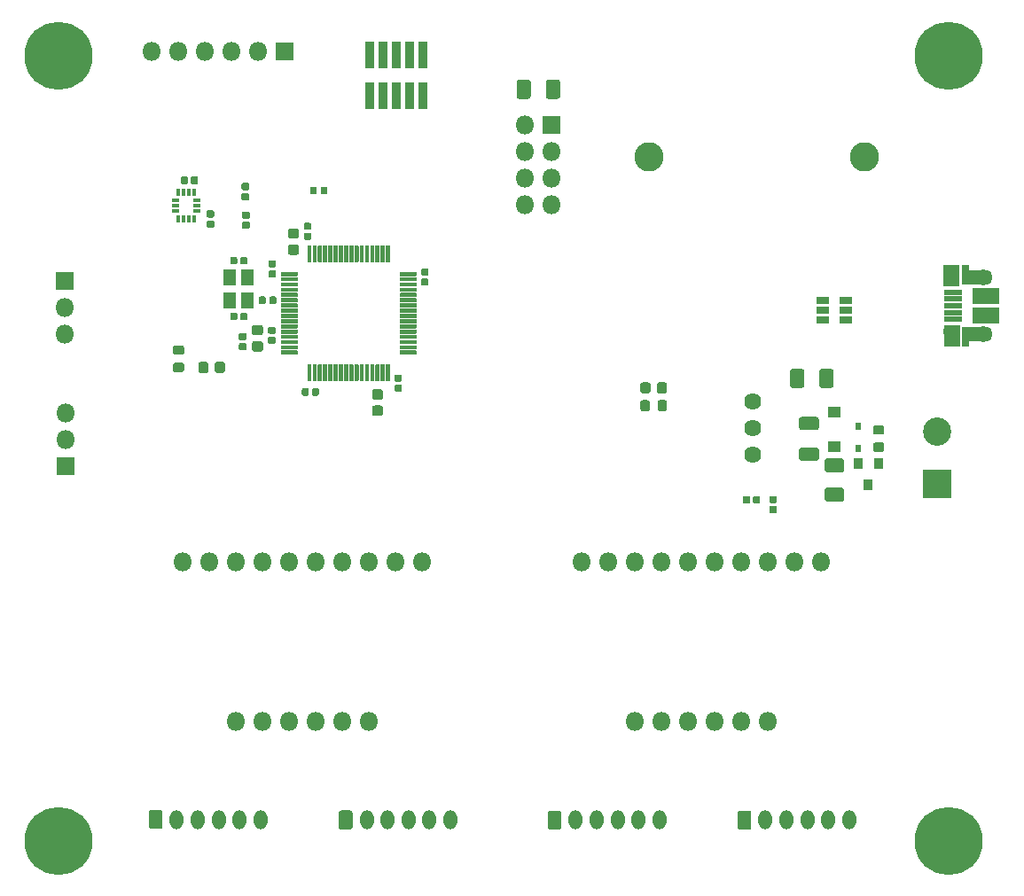
<source format=gts>
G04 #@! TF.GenerationSoftware,KiCad,Pcbnew,5.1.5+dfsg1-2build2*
G04 #@! TF.CreationDate,2022-03-08T20:12:57-07:00*
G04 #@! TF.ProjectId,rtic_v2,72746963-5f76-4322-9e6b-696361645f70,rev?*
G04 #@! TF.SameCoordinates,Original*
G04 #@! TF.FileFunction,Soldermask,Top*
G04 #@! TF.FilePolarity,Negative*
%FSLAX46Y46*%
G04 Gerber Fmt 4.6, Leading zero omitted, Abs format (unit mm)*
G04 Created by KiCad (PCBNEW 5.1.5+dfsg1-2build2) date 2022-03-08 20:12:57*
%MOMM*%
%LPD*%
G04 APERTURE LIST*
%ADD10R,0.350000X0.775000*%
%ADD11R,0.775000X0.350000*%
%ADD12C,0.100000*%
%ADD13R,1.800000X1.800000*%
%ADD14O,1.800000X1.800000*%
%ADD15R,1.300000X1.000000*%
%ADD16R,0.550000X0.700000*%
%ADD17C,0.900000*%
%ADD18C,6.500000*%
%ADD19R,2.700000X2.700000*%
%ADD20C,2.700000*%
%ADD21R,2.100000X1.450000*%
%ADD22R,0.800000X1.925000*%
%ADD23R,1.600000X2.100000*%
%ADD24R,1.750000X0.500000*%
%ADD25O,1.600000X1.200000*%
%ADD26O,1.800000X1.450000*%
%ADD27R,2.600000X1.530000*%
%ADD28R,0.900000X1.000000*%
%ADD29R,1.160000X0.750000*%
%ADD30R,1.300000X1.500000*%
%ADD31R,0.840000X2.500000*%
%ADD32O,1.300000X1.850000*%
%ADD33C,1.624000*%
%ADD34C,2.800000*%
G04 APERTURE END LIST*
D10*
X62980000Y-69588500D03*
X62480000Y-69588500D03*
X61980000Y-69588500D03*
X61480000Y-69588500D03*
X61480000Y-67063500D03*
X61980000Y-67063500D03*
X62480000Y-67063500D03*
X62980000Y-67063500D03*
D11*
X61217500Y-68826000D03*
X61217500Y-68326000D03*
X61217500Y-67826000D03*
X63242500Y-68826000D03*
X63242500Y-67826000D03*
X63242500Y-68326000D03*
D12*
G36*
X62211408Y-65543831D02*
G01*
X62228153Y-65546315D01*
X62244574Y-65550428D01*
X62260513Y-65556131D01*
X62275816Y-65563369D01*
X62290336Y-65572071D01*
X62303933Y-65582156D01*
X62316476Y-65593524D01*
X62327844Y-65606067D01*
X62337929Y-65619664D01*
X62346631Y-65634184D01*
X62353869Y-65649487D01*
X62359572Y-65665426D01*
X62363685Y-65681847D01*
X62366169Y-65698592D01*
X62367000Y-65715500D01*
X62367000Y-66110500D01*
X62366169Y-66127408D01*
X62363685Y-66144153D01*
X62359572Y-66160574D01*
X62353869Y-66176513D01*
X62346631Y-66191816D01*
X62337929Y-66206336D01*
X62327844Y-66219933D01*
X62316476Y-66232476D01*
X62303933Y-66243844D01*
X62290336Y-66253929D01*
X62275816Y-66262631D01*
X62260513Y-66269869D01*
X62244574Y-66275572D01*
X62228153Y-66279685D01*
X62211408Y-66282169D01*
X62194500Y-66283000D01*
X61849500Y-66283000D01*
X61832592Y-66282169D01*
X61815847Y-66279685D01*
X61799426Y-66275572D01*
X61783487Y-66269869D01*
X61768184Y-66262631D01*
X61753664Y-66253929D01*
X61740067Y-66243844D01*
X61727524Y-66232476D01*
X61716156Y-66219933D01*
X61706071Y-66206336D01*
X61697369Y-66191816D01*
X61690131Y-66176513D01*
X61684428Y-66160574D01*
X61680315Y-66144153D01*
X61677831Y-66127408D01*
X61677000Y-66110500D01*
X61677000Y-65715500D01*
X61677831Y-65698592D01*
X61680315Y-65681847D01*
X61684428Y-65665426D01*
X61690131Y-65649487D01*
X61697369Y-65634184D01*
X61706071Y-65619664D01*
X61716156Y-65606067D01*
X61727524Y-65593524D01*
X61740067Y-65582156D01*
X61753664Y-65572071D01*
X61768184Y-65563369D01*
X61783487Y-65556131D01*
X61799426Y-65550428D01*
X61815847Y-65546315D01*
X61832592Y-65543831D01*
X61849500Y-65543000D01*
X62194500Y-65543000D01*
X62211408Y-65543831D01*
G37*
G36*
X63181408Y-65543831D02*
G01*
X63198153Y-65546315D01*
X63214574Y-65550428D01*
X63230513Y-65556131D01*
X63245816Y-65563369D01*
X63260336Y-65572071D01*
X63273933Y-65582156D01*
X63286476Y-65593524D01*
X63297844Y-65606067D01*
X63307929Y-65619664D01*
X63316631Y-65634184D01*
X63323869Y-65649487D01*
X63329572Y-65665426D01*
X63333685Y-65681847D01*
X63336169Y-65698592D01*
X63337000Y-65715500D01*
X63337000Y-66110500D01*
X63336169Y-66127408D01*
X63333685Y-66144153D01*
X63329572Y-66160574D01*
X63323869Y-66176513D01*
X63316631Y-66191816D01*
X63307929Y-66206336D01*
X63297844Y-66219933D01*
X63286476Y-66232476D01*
X63273933Y-66243844D01*
X63260336Y-66253929D01*
X63245816Y-66262631D01*
X63230513Y-66269869D01*
X63214574Y-66275572D01*
X63198153Y-66279685D01*
X63181408Y-66282169D01*
X63164500Y-66283000D01*
X62819500Y-66283000D01*
X62802592Y-66282169D01*
X62785847Y-66279685D01*
X62769426Y-66275572D01*
X62753487Y-66269869D01*
X62738184Y-66262631D01*
X62723664Y-66253929D01*
X62710067Y-66243844D01*
X62697524Y-66232476D01*
X62686156Y-66219933D01*
X62676071Y-66206336D01*
X62667369Y-66191816D01*
X62660131Y-66176513D01*
X62654428Y-66160574D01*
X62650315Y-66144153D01*
X62647831Y-66127408D01*
X62647000Y-66110500D01*
X62647000Y-65715500D01*
X62647831Y-65698592D01*
X62650315Y-65681847D01*
X62654428Y-65665426D01*
X62660131Y-65649487D01*
X62667369Y-65634184D01*
X62676071Y-65619664D01*
X62686156Y-65606067D01*
X62697524Y-65593524D01*
X62710067Y-65582156D01*
X62723664Y-65572071D01*
X62738184Y-65563369D01*
X62753487Y-65556131D01*
X62769426Y-65550428D01*
X62785847Y-65546315D01*
X62802592Y-65543831D01*
X62819500Y-65543000D01*
X63164500Y-65543000D01*
X63181408Y-65543831D01*
G37*
G36*
X64730408Y-69759831D02*
G01*
X64747153Y-69762315D01*
X64763574Y-69766428D01*
X64779513Y-69772131D01*
X64794816Y-69779369D01*
X64809336Y-69788071D01*
X64822933Y-69798156D01*
X64835476Y-69809524D01*
X64846844Y-69822067D01*
X64856929Y-69835664D01*
X64865631Y-69850184D01*
X64872869Y-69865487D01*
X64878572Y-69881426D01*
X64882685Y-69897847D01*
X64885169Y-69914592D01*
X64886000Y-69931500D01*
X64886000Y-70276500D01*
X64885169Y-70293408D01*
X64882685Y-70310153D01*
X64878572Y-70326574D01*
X64872869Y-70342513D01*
X64865631Y-70357816D01*
X64856929Y-70372336D01*
X64846844Y-70385933D01*
X64835476Y-70398476D01*
X64822933Y-70409844D01*
X64809336Y-70419929D01*
X64794816Y-70428631D01*
X64779513Y-70435869D01*
X64763574Y-70441572D01*
X64747153Y-70445685D01*
X64730408Y-70448169D01*
X64713500Y-70449000D01*
X64318500Y-70449000D01*
X64301592Y-70448169D01*
X64284847Y-70445685D01*
X64268426Y-70441572D01*
X64252487Y-70435869D01*
X64237184Y-70428631D01*
X64222664Y-70419929D01*
X64209067Y-70409844D01*
X64196524Y-70398476D01*
X64185156Y-70385933D01*
X64175071Y-70372336D01*
X64166369Y-70357816D01*
X64159131Y-70342513D01*
X64153428Y-70326574D01*
X64149315Y-70310153D01*
X64146831Y-70293408D01*
X64146000Y-70276500D01*
X64146000Y-69931500D01*
X64146831Y-69914592D01*
X64149315Y-69897847D01*
X64153428Y-69881426D01*
X64159131Y-69865487D01*
X64166369Y-69850184D01*
X64175071Y-69835664D01*
X64185156Y-69822067D01*
X64196524Y-69809524D01*
X64209067Y-69798156D01*
X64222664Y-69788071D01*
X64237184Y-69779369D01*
X64252487Y-69772131D01*
X64268426Y-69766428D01*
X64284847Y-69762315D01*
X64301592Y-69759831D01*
X64318500Y-69759000D01*
X64713500Y-69759000D01*
X64730408Y-69759831D01*
G37*
G36*
X64730408Y-68789831D02*
G01*
X64747153Y-68792315D01*
X64763574Y-68796428D01*
X64779513Y-68802131D01*
X64794816Y-68809369D01*
X64809336Y-68818071D01*
X64822933Y-68828156D01*
X64835476Y-68839524D01*
X64846844Y-68852067D01*
X64856929Y-68865664D01*
X64865631Y-68880184D01*
X64872869Y-68895487D01*
X64878572Y-68911426D01*
X64882685Y-68927847D01*
X64885169Y-68944592D01*
X64886000Y-68961500D01*
X64886000Y-69306500D01*
X64885169Y-69323408D01*
X64882685Y-69340153D01*
X64878572Y-69356574D01*
X64872869Y-69372513D01*
X64865631Y-69387816D01*
X64856929Y-69402336D01*
X64846844Y-69415933D01*
X64835476Y-69428476D01*
X64822933Y-69439844D01*
X64809336Y-69449929D01*
X64794816Y-69458631D01*
X64779513Y-69465869D01*
X64763574Y-69471572D01*
X64747153Y-69475685D01*
X64730408Y-69478169D01*
X64713500Y-69479000D01*
X64318500Y-69479000D01*
X64301592Y-69478169D01*
X64284847Y-69475685D01*
X64268426Y-69471572D01*
X64252487Y-69465869D01*
X64237184Y-69458631D01*
X64222664Y-69449929D01*
X64209067Y-69439844D01*
X64196524Y-69428476D01*
X64185156Y-69415933D01*
X64175071Y-69402336D01*
X64166369Y-69387816D01*
X64159131Y-69372513D01*
X64153428Y-69356574D01*
X64149315Y-69340153D01*
X64146831Y-69323408D01*
X64146000Y-69306500D01*
X64146000Y-68961500D01*
X64146831Y-68944592D01*
X64149315Y-68927847D01*
X64153428Y-68911426D01*
X64159131Y-68895487D01*
X64166369Y-68880184D01*
X64175071Y-68865664D01*
X64185156Y-68852067D01*
X64196524Y-68839524D01*
X64209067Y-68828156D01*
X64222664Y-68818071D01*
X64237184Y-68809369D01*
X64252487Y-68802131D01*
X64268426Y-68796428D01*
X64284847Y-68792315D01*
X64301592Y-68789831D01*
X64318500Y-68789000D01*
X64713500Y-68789000D01*
X64730408Y-68789831D01*
G37*
D13*
X97072000Y-60636000D03*
D14*
X94532000Y-60636000D03*
X97072000Y-63176000D03*
X94532000Y-63176000D03*
X97072000Y-65716000D03*
X94532000Y-65716000D03*
X97072000Y-68256000D03*
X94532000Y-68256000D03*
X122811100Y-102405400D03*
X120271100Y-102405400D03*
X117731100Y-102405400D03*
X115191100Y-102405400D03*
X112651100Y-102405400D03*
X110111100Y-102405400D03*
X107571100Y-102405400D03*
X105031100Y-102405400D03*
X102491100Y-102405400D03*
X99951100Y-102405400D03*
X117731100Y-117645400D03*
X115191100Y-117645400D03*
X112651100Y-117645400D03*
X110111100Y-117645400D03*
X107571100Y-117645400D03*
X105031100Y-117645400D03*
X66943800Y-117607300D03*
X69483800Y-117607300D03*
X72023800Y-117607300D03*
X74563800Y-117607300D03*
X77103800Y-117607300D03*
X79643800Y-117607300D03*
X61863800Y-102367300D03*
X64403800Y-102367300D03*
X66943800Y-102367300D03*
X69483800Y-102367300D03*
X72023800Y-102367300D03*
X74563800Y-102367300D03*
X77103800Y-102367300D03*
X79643800Y-102367300D03*
X82183800Y-102367300D03*
X84723800Y-102367300D03*
D12*
G36*
X68069008Y-67140431D02*
G01*
X68085753Y-67142915D01*
X68102174Y-67147028D01*
X68118113Y-67152731D01*
X68133416Y-67159969D01*
X68147936Y-67168671D01*
X68161533Y-67178756D01*
X68174076Y-67190124D01*
X68185444Y-67202667D01*
X68195529Y-67216264D01*
X68204231Y-67230784D01*
X68211469Y-67246087D01*
X68217172Y-67262026D01*
X68221285Y-67278447D01*
X68223769Y-67295192D01*
X68224600Y-67312100D01*
X68224600Y-67657100D01*
X68223769Y-67674008D01*
X68221285Y-67690753D01*
X68217172Y-67707174D01*
X68211469Y-67723113D01*
X68204231Y-67738416D01*
X68195529Y-67752936D01*
X68185444Y-67766533D01*
X68174076Y-67779076D01*
X68161533Y-67790444D01*
X68147936Y-67800529D01*
X68133416Y-67809231D01*
X68118113Y-67816469D01*
X68102174Y-67822172D01*
X68085753Y-67826285D01*
X68069008Y-67828769D01*
X68052100Y-67829600D01*
X67657100Y-67829600D01*
X67640192Y-67828769D01*
X67623447Y-67826285D01*
X67607026Y-67822172D01*
X67591087Y-67816469D01*
X67575784Y-67809231D01*
X67561264Y-67800529D01*
X67547667Y-67790444D01*
X67535124Y-67779076D01*
X67523756Y-67766533D01*
X67513671Y-67752936D01*
X67504969Y-67738416D01*
X67497731Y-67723113D01*
X67492028Y-67707174D01*
X67487915Y-67690753D01*
X67485431Y-67674008D01*
X67484600Y-67657100D01*
X67484600Y-67312100D01*
X67485431Y-67295192D01*
X67487915Y-67278447D01*
X67492028Y-67262026D01*
X67497731Y-67246087D01*
X67504969Y-67230784D01*
X67513671Y-67216264D01*
X67523756Y-67202667D01*
X67535124Y-67190124D01*
X67547667Y-67178756D01*
X67561264Y-67168671D01*
X67575784Y-67159969D01*
X67591087Y-67152731D01*
X67607026Y-67147028D01*
X67623447Y-67142915D01*
X67640192Y-67140431D01*
X67657100Y-67139600D01*
X68052100Y-67139600D01*
X68069008Y-67140431D01*
G37*
G36*
X68069008Y-66170431D02*
G01*
X68085753Y-66172915D01*
X68102174Y-66177028D01*
X68118113Y-66182731D01*
X68133416Y-66189969D01*
X68147936Y-66198671D01*
X68161533Y-66208756D01*
X68174076Y-66220124D01*
X68185444Y-66232667D01*
X68195529Y-66246264D01*
X68204231Y-66260784D01*
X68211469Y-66276087D01*
X68217172Y-66292026D01*
X68221285Y-66308447D01*
X68223769Y-66325192D01*
X68224600Y-66342100D01*
X68224600Y-66687100D01*
X68223769Y-66704008D01*
X68221285Y-66720753D01*
X68217172Y-66737174D01*
X68211469Y-66753113D01*
X68204231Y-66768416D01*
X68195529Y-66782936D01*
X68185444Y-66796533D01*
X68174076Y-66809076D01*
X68161533Y-66820444D01*
X68147936Y-66830529D01*
X68133416Y-66839231D01*
X68118113Y-66846469D01*
X68102174Y-66852172D01*
X68085753Y-66856285D01*
X68069008Y-66858769D01*
X68052100Y-66859600D01*
X67657100Y-66859600D01*
X67640192Y-66858769D01*
X67623447Y-66856285D01*
X67607026Y-66852172D01*
X67591087Y-66846469D01*
X67575784Y-66839231D01*
X67561264Y-66830529D01*
X67547667Y-66820444D01*
X67535124Y-66809076D01*
X67523756Y-66796533D01*
X67513671Y-66782936D01*
X67504969Y-66768416D01*
X67497731Y-66753113D01*
X67492028Y-66737174D01*
X67487915Y-66720753D01*
X67485431Y-66704008D01*
X67484600Y-66687100D01*
X67484600Y-66342100D01*
X67485431Y-66325192D01*
X67487915Y-66308447D01*
X67492028Y-66292026D01*
X67497731Y-66276087D01*
X67504969Y-66260784D01*
X67513671Y-66246264D01*
X67523756Y-66232667D01*
X67535124Y-66220124D01*
X67547667Y-66208756D01*
X67561264Y-66198671D01*
X67575784Y-66189969D01*
X67591087Y-66182731D01*
X67607026Y-66177028D01*
X67623447Y-66172915D01*
X67640192Y-66170431D01*
X67657100Y-66169600D01*
X68052100Y-66169600D01*
X68069008Y-66170431D01*
G37*
G36*
X72779802Y-74670482D02*
G01*
X72789509Y-74671921D01*
X72799028Y-74674306D01*
X72808268Y-74677612D01*
X72817140Y-74681808D01*
X72825557Y-74686853D01*
X72833439Y-74692699D01*
X72840711Y-74699289D01*
X72847301Y-74706561D01*
X72853147Y-74714443D01*
X72858192Y-74722860D01*
X72862388Y-74731732D01*
X72865694Y-74740972D01*
X72868079Y-74750491D01*
X72869518Y-74760198D01*
X72870000Y-74770000D01*
X72870000Y-74970000D01*
X72869518Y-74979802D01*
X72868079Y-74989509D01*
X72865694Y-74999028D01*
X72862388Y-75008268D01*
X72858192Y-75017140D01*
X72853147Y-75025557D01*
X72847301Y-75033439D01*
X72840711Y-75040711D01*
X72833439Y-75047301D01*
X72825557Y-75053147D01*
X72817140Y-75058192D01*
X72808268Y-75062388D01*
X72799028Y-75065694D01*
X72789509Y-75068079D01*
X72779802Y-75069518D01*
X72770000Y-75070000D01*
X71320000Y-75070000D01*
X71310198Y-75069518D01*
X71300491Y-75068079D01*
X71290972Y-75065694D01*
X71281732Y-75062388D01*
X71272860Y-75058192D01*
X71264443Y-75053147D01*
X71256561Y-75047301D01*
X71249289Y-75040711D01*
X71242699Y-75033439D01*
X71236853Y-75025557D01*
X71231808Y-75017140D01*
X71227612Y-75008268D01*
X71224306Y-74999028D01*
X71221921Y-74989509D01*
X71220482Y-74979802D01*
X71220000Y-74970000D01*
X71220000Y-74770000D01*
X71220482Y-74760198D01*
X71221921Y-74750491D01*
X71224306Y-74740972D01*
X71227612Y-74731732D01*
X71231808Y-74722860D01*
X71236853Y-74714443D01*
X71242699Y-74706561D01*
X71249289Y-74699289D01*
X71256561Y-74692699D01*
X71264443Y-74686853D01*
X71272860Y-74681808D01*
X71281732Y-74677612D01*
X71290972Y-74674306D01*
X71300491Y-74671921D01*
X71310198Y-74670482D01*
X71320000Y-74670000D01*
X72770000Y-74670000D01*
X72779802Y-74670482D01*
G37*
G36*
X72779802Y-75170482D02*
G01*
X72789509Y-75171921D01*
X72799028Y-75174306D01*
X72808268Y-75177612D01*
X72817140Y-75181808D01*
X72825557Y-75186853D01*
X72833439Y-75192699D01*
X72840711Y-75199289D01*
X72847301Y-75206561D01*
X72853147Y-75214443D01*
X72858192Y-75222860D01*
X72862388Y-75231732D01*
X72865694Y-75240972D01*
X72868079Y-75250491D01*
X72869518Y-75260198D01*
X72870000Y-75270000D01*
X72870000Y-75470000D01*
X72869518Y-75479802D01*
X72868079Y-75489509D01*
X72865694Y-75499028D01*
X72862388Y-75508268D01*
X72858192Y-75517140D01*
X72853147Y-75525557D01*
X72847301Y-75533439D01*
X72840711Y-75540711D01*
X72833439Y-75547301D01*
X72825557Y-75553147D01*
X72817140Y-75558192D01*
X72808268Y-75562388D01*
X72799028Y-75565694D01*
X72789509Y-75568079D01*
X72779802Y-75569518D01*
X72770000Y-75570000D01*
X71320000Y-75570000D01*
X71310198Y-75569518D01*
X71300491Y-75568079D01*
X71290972Y-75565694D01*
X71281732Y-75562388D01*
X71272860Y-75558192D01*
X71264443Y-75553147D01*
X71256561Y-75547301D01*
X71249289Y-75540711D01*
X71242699Y-75533439D01*
X71236853Y-75525557D01*
X71231808Y-75517140D01*
X71227612Y-75508268D01*
X71224306Y-75499028D01*
X71221921Y-75489509D01*
X71220482Y-75479802D01*
X71220000Y-75470000D01*
X71220000Y-75270000D01*
X71220482Y-75260198D01*
X71221921Y-75250491D01*
X71224306Y-75240972D01*
X71227612Y-75231732D01*
X71231808Y-75222860D01*
X71236853Y-75214443D01*
X71242699Y-75206561D01*
X71249289Y-75199289D01*
X71256561Y-75192699D01*
X71264443Y-75186853D01*
X71272860Y-75181808D01*
X71281732Y-75177612D01*
X71290972Y-75174306D01*
X71300491Y-75171921D01*
X71310198Y-75170482D01*
X71320000Y-75170000D01*
X72770000Y-75170000D01*
X72779802Y-75170482D01*
G37*
G36*
X72779802Y-75670482D02*
G01*
X72789509Y-75671921D01*
X72799028Y-75674306D01*
X72808268Y-75677612D01*
X72817140Y-75681808D01*
X72825557Y-75686853D01*
X72833439Y-75692699D01*
X72840711Y-75699289D01*
X72847301Y-75706561D01*
X72853147Y-75714443D01*
X72858192Y-75722860D01*
X72862388Y-75731732D01*
X72865694Y-75740972D01*
X72868079Y-75750491D01*
X72869518Y-75760198D01*
X72870000Y-75770000D01*
X72870000Y-75970000D01*
X72869518Y-75979802D01*
X72868079Y-75989509D01*
X72865694Y-75999028D01*
X72862388Y-76008268D01*
X72858192Y-76017140D01*
X72853147Y-76025557D01*
X72847301Y-76033439D01*
X72840711Y-76040711D01*
X72833439Y-76047301D01*
X72825557Y-76053147D01*
X72817140Y-76058192D01*
X72808268Y-76062388D01*
X72799028Y-76065694D01*
X72789509Y-76068079D01*
X72779802Y-76069518D01*
X72770000Y-76070000D01*
X71320000Y-76070000D01*
X71310198Y-76069518D01*
X71300491Y-76068079D01*
X71290972Y-76065694D01*
X71281732Y-76062388D01*
X71272860Y-76058192D01*
X71264443Y-76053147D01*
X71256561Y-76047301D01*
X71249289Y-76040711D01*
X71242699Y-76033439D01*
X71236853Y-76025557D01*
X71231808Y-76017140D01*
X71227612Y-76008268D01*
X71224306Y-75999028D01*
X71221921Y-75989509D01*
X71220482Y-75979802D01*
X71220000Y-75970000D01*
X71220000Y-75770000D01*
X71220482Y-75760198D01*
X71221921Y-75750491D01*
X71224306Y-75740972D01*
X71227612Y-75731732D01*
X71231808Y-75722860D01*
X71236853Y-75714443D01*
X71242699Y-75706561D01*
X71249289Y-75699289D01*
X71256561Y-75692699D01*
X71264443Y-75686853D01*
X71272860Y-75681808D01*
X71281732Y-75677612D01*
X71290972Y-75674306D01*
X71300491Y-75671921D01*
X71310198Y-75670482D01*
X71320000Y-75670000D01*
X72770000Y-75670000D01*
X72779802Y-75670482D01*
G37*
G36*
X72779802Y-76170482D02*
G01*
X72789509Y-76171921D01*
X72799028Y-76174306D01*
X72808268Y-76177612D01*
X72817140Y-76181808D01*
X72825557Y-76186853D01*
X72833439Y-76192699D01*
X72840711Y-76199289D01*
X72847301Y-76206561D01*
X72853147Y-76214443D01*
X72858192Y-76222860D01*
X72862388Y-76231732D01*
X72865694Y-76240972D01*
X72868079Y-76250491D01*
X72869518Y-76260198D01*
X72870000Y-76270000D01*
X72870000Y-76470000D01*
X72869518Y-76479802D01*
X72868079Y-76489509D01*
X72865694Y-76499028D01*
X72862388Y-76508268D01*
X72858192Y-76517140D01*
X72853147Y-76525557D01*
X72847301Y-76533439D01*
X72840711Y-76540711D01*
X72833439Y-76547301D01*
X72825557Y-76553147D01*
X72817140Y-76558192D01*
X72808268Y-76562388D01*
X72799028Y-76565694D01*
X72789509Y-76568079D01*
X72779802Y-76569518D01*
X72770000Y-76570000D01*
X71320000Y-76570000D01*
X71310198Y-76569518D01*
X71300491Y-76568079D01*
X71290972Y-76565694D01*
X71281732Y-76562388D01*
X71272860Y-76558192D01*
X71264443Y-76553147D01*
X71256561Y-76547301D01*
X71249289Y-76540711D01*
X71242699Y-76533439D01*
X71236853Y-76525557D01*
X71231808Y-76517140D01*
X71227612Y-76508268D01*
X71224306Y-76499028D01*
X71221921Y-76489509D01*
X71220482Y-76479802D01*
X71220000Y-76470000D01*
X71220000Y-76270000D01*
X71220482Y-76260198D01*
X71221921Y-76250491D01*
X71224306Y-76240972D01*
X71227612Y-76231732D01*
X71231808Y-76222860D01*
X71236853Y-76214443D01*
X71242699Y-76206561D01*
X71249289Y-76199289D01*
X71256561Y-76192699D01*
X71264443Y-76186853D01*
X71272860Y-76181808D01*
X71281732Y-76177612D01*
X71290972Y-76174306D01*
X71300491Y-76171921D01*
X71310198Y-76170482D01*
X71320000Y-76170000D01*
X72770000Y-76170000D01*
X72779802Y-76170482D01*
G37*
G36*
X72779802Y-76670482D02*
G01*
X72789509Y-76671921D01*
X72799028Y-76674306D01*
X72808268Y-76677612D01*
X72817140Y-76681808D01*
X72825557Y-76686853D01*
X72833439Y-76692699D01*
X72840711Y-76699289D01*
X72847301Y-76706561D01*
X72853147Y-76714443D01*
X72858192Y-76722860D01*
X72862388Y-76731732D01*
X72865694Y-76740972D01*
X72868079Y-76750491D01*
X72869518Y-76760198D01*
X72870000Y-76770000D01*
X72870000Y-76970000D01*
X72869518Y-76979802D01*
X72868079Y-76989509D01*
X72865694Y-76999028D01*
X72862388Y-77008268D01*
X72858192Y-77017140D01*
X72853147Y-77025557D01*
X72847301Y-77033439D01*
X72840711Y-77040711D01*
X72833439Y-77047301D01*
X72825557Y-77053147D01*
X72817140Y-77058192D01*
X72808268Y-77062388D01*
X72799028Y-77065694D01*
X72789509Y-77068079D01*
X72779802Y-77069518D01*
X72770000Y-77070000D01*
X71320000Y-77070000D01*
X71310198Y-77069518D01*
X71300491Y-77068079D01*
X71290972Y-77065694D01*
X71281732Y-77062388D01*
X71272860Y-77058192D01*
X71264443Y-77053147D01*
X71256561Y-77047301D01*
X71249289Y-77040711D01*
X71242699Y-77033439D01*
X71236853Y-77025557D01*
X71231808Y-77017140D01*
X71227612Y-77008268D01*
X71224306Y-76999028D01*
X71221921Y-76989509D01*
X71220482Y-76979802D01*
X71220000Y-76970000D01*
X71220000Y-76770000D01*
X71220482Y-76760198D01*
X71221921Y-76750491D01*
X71224306Y-76740972D01*
X71227612Y-76731732D01*
X71231808Y-76722860D01*
X71236853Y-76714443D01*
X71242699Y-76706561D01*
X71249289Y-76699289D01*
X71256561Y-76692699D01*
X71264443Y-76686853D01*
X71272860Y-76681808D01*
X71281732Y-76677612D01*
X71290972Y-76674306D01*
X71300491Y-76671921D01*
X71310198Y-76670482D01*
X71320000Y-76670000D01*
X72770000Y-76670000D01*
X72779802Y-76670482D01*
G37*
G36*
X72779802Y-77170482D02*
G01*
X72789509Y-77171921D01*
X72799028Y-77174306D01*
X72808268Y-77177612D01*
X72817140Y-77181808D01*
X72825557Y-77186853D01*
X72833439Y-77192699D01*
X72840711Y-77199289D01*
X72847301Y-77206561D01*
X72853147Y-77214443D01*
X72858192Y-77222860D01*
X72862388Y-77231732D01*
X72865694Y-77240972D01*
X72868079Y-77250491D01*
X72869518Y-77260198D01*
X72870000Y-77270000D01*
X72870000Y-77470000D01*
X72869518Y-77479802D01*
X72868079Y-77489509D01*
X72865694Y-77499028D01*
X72862388Y-77508268D01*
X72858192Y-77517140D01*
X72853147Y-77525557D01*
X72847301Y-77533439D01*
X72840711Y-77540711D01*
X72833439Y-77547301D01*
X72825557Y-77553147D01*
X72817140Y-77558192D01*
X72808268Y-77562388D01*
X72799028Y-77565694D01*
X72789509Y-77568079D01*
X72779802Y-77569518D01*
X72770000Y-77570000D01*
X71320000Y-77570000D01*
X71310198Y-77569518D01*
X71300491Y-77568079D01*
X71290972Y-77565694D01*
X71281732Y-77562388D01*
X71272860Y-77558192D01*
X71264443Y-77553147D01*
X71256561Y-77547301D01*
X71249289Y-77540711D01*
X71242699Y-77533439D01*
X71236853Y-77525557D01*
X71231808Y-77517140D01*
X71227612Y-77508268D01*
X71224306Y-77499028D01*
X71221921Y-77489509D01*
X71220482Y-77479802D01*
X71220000Y-77470000D01*
X71220000Y-77270000D01*
X71220482Y-77260198D01*
X71221921Y-77250491D01*
X71224306Y-77240972D01*
X71227612Y-77231732D01*
X71231808Y-77222860D01*
X71236853Y-77214443D01*
X71242699Y-77206561D01*
X71249289Y-77199289D01*
X71256561Y-77192699D01*
X71264443Y-77186853D01*
X71272860Y-77181808D01*
X71281732Y-77177612D01*
X71290972Y-77174306D01*
X71300491Y-77171921D01*
X71310198Y-77170482D01*
X71320000Y-77170000D01*
X72770000Y-77170000D01*
X72779802Y-77170482D01*
G37*
G36*
X72779802Y-77670482D02*
G01*
X72789509Y-77671921D01*
X72799028Y-77674306D01*
X72808268Y-77677612D01*
X72817140Y-77681808D01*
X72825557Y-77686853D01*
X72833439Y-77692699D01*
X72840711Y-77699289D01*
X72847301Y-77706561D01*
X72853147Y-77714443D01*
X72858192Y-77722860D01*
X72862388Y-77731732D01*
X72865694Y-77740972D01*
X72868079Y-77750491D01*
X72869518Y-77760198D01*
X72870000Y-77770000D01*
X72870000Y-77970000D01*
X72869518Y-77979802D01*
X72868079Y-77989509D01*
X72865694Y-77999028D01*
X72862388Y-78008268D01*
X72858192Y-78017140D01*
X72853147Y-78025557D01*
X72847301Y-78033439D01*
X72840711Y-78040711D01*
X72833439Y-78047301D01*
X72825557Y-78053147D01*
X72817140Y-78058192D01*
X72808268Y-78062388D01*
X72799028Y-78065694D01*
X72789509Y-78068079D01*
X72779802Y-78069518D01*
X72770000Y-78070000D01*
X71320000Y-78070000D01*
X71310198Y-78069518D01*
X71300491Y-78068079D01*
X71290972Y-78065694D01*
X71281732Y-78062388D01*
X71272860Y-78058192D01*
X71264443Y-78053147D01*
X71256561Y-78047301D01*
X71249289Y-78040711D01*
X71242699Y-78033439D01*
X71236853Y-78025557D01*
X71231808Y-78017140D01*
X71227612Y-78008268D01*
X71224306Y-77999028D01*
X71221921Y-77989509D01*
X71220482Y-77979802D01*
X71220000Y-77970000D01*
X71220000Y-77770000D01*
X71220482Y-77760198D01*
X71221921Y-77750491D01*
X71224306Y-77740972D01*
X71227612Y-77731732D01*
X71231808Y-77722860D01*
X71236853Y-77714443D01*
X71242699Y-77706561D01*
X71249289Y-77699289D01*
X71256561Y-77692699D01*
X71264443Y-77686853D01*
X71272860Y-77681808D01*
X71281732Y-77677612D01*
X71290972Y-77674306D01*
X71300491Y-77671921D01*
X71310198Y-77670482D01*
X71320000Y-77670000D01*
X72770000Y-77670000D01*
X72779802Y-77670482D01*
G37*
G36*
X72779802Y-78170482D02*
G01*
X72789509Y-78171921D01*
X72799028Y-78174306D01*
X72808268Y-78177612D01*
X72817140Y-78181808D01*
X72825557Y-78186853D01*
X72833439Y-78192699D01*
X72840711Y-78199289D01*
X72847301Y-78206561D01*
X72853147Y-78214443D01*
X72858192Y-78222860D01*
X72862388Y-78231732D01*
X72865694Y-78240972D01*
X72868079Y-78250491D01*
X72869518Y-78260198D01*
X72870000Y-78270000D01*
X72870000Y-78470000D01*
X72869518Y-78479802D01*
X72868079Y-78489509D01*
X72865694Y-78499028D01*
X72862388Y-78508268D01*
X72858192Y-78517140D01*
X72853147Y-78525557D01*
X72847301Y-78533439D01*
X72840711Y-78540711D01*
X72833439Y-78547301D01*
X72825557Y-78553147D01*
X72817140Y-78558192D01*
X72808268Y-78562388D01*
X72799028Y-78565694D01*
X72789509Y-78568079D01*
X72779802Y-78569518D01*
X72770000Y-78570000D01*
X71320000Y-78570000D01*
X71310198Y-78569518D01*
X71300491Y-78568079D01*
X71290972Y-78565694D01*
X71281732Y-78562388D01*
X71272860Y-78558192D01*
X71264443Y-78553147D01*
X71256561Y-78547301D01*
X71249289Y-78540711D01*
X71242699Y-78533439D01*
X71236853Y-78525557D01*
X71231808Y-78517140D01*
X71227612Y-78508268D01*
X71224306Y-78499028D01*
X71221921Y-78489509D01*
X71220482Y-78479802D01*
X71220000Y-78470000D01*
X71220000Y-78270000D01*
X71220482Y-78260198D01*
X71221921Y-78250491D01*
X71224306Y-78240972D01*
X71227612Y-78231732D01*
X71231808Y-78222860D01*
X71236853Y-78214443D01*
X71242699Y-78206561D01*
X71249289Y-78199289D01*
X71256561Y-78192699D01*
X71264443Y-78186853D01*
X71272860Y-78181808D01*
X71281732Y-78177612D01*
X71290972Y-78174306D01*
X71300491Y-78171921D01*
X71310198Y-78170482D01*
X71320000Y-78170000D01*
X72770000Y-78170000D01*
X72779802Y-78170482D01*
G37*
G36*
X72779802Y-78670482D02*
G01*
X72789509Y-78671921D01*
X72799028Y-78674306D01*
X72808268Y-78677612D01*
X72817140Y-78681808D01*
X72825557Y-78686853D01*
X72833439Y-78692699D01*
X72840711Y-78699289D01*
X72847301Y-78706561D01*
X72853147Y-78714443D01*
X72858192Y-78722860D01*
X72862388Y-78731732D01*
X72865694Y-78740972D01*
X72868079Y-78750491D01*
X72869518Y-78760198D01*
X72870000Y-78770000D01*
X72870000Y-78970000D01*
X72869518Y-78979802D01*
X72868079Y-78989509D01*
X72865694Y-78999028D01*
X72862388Y-79008268D01*
X72858192Y-79017140D01*
X72853147Y-79025557D01*
X72847301Y-79033439D01*
X72840711Y-79040711D01*
X72833439Y-79047301D01*
X72825557Y-79053147D01*
X72817140Y-79058192D01*
X72808268Y-79062388D01*
X72799028Y-79065694D01*
X72789509Y-79068079D01*
X72779802Y-79069518D01*
X72770000Y-79070000D01*
X71320000Y-79070000D01*
X71310198Y-79069518D01*
X71300491Y-79068079D01*
X71290972Y-79065694D01*
X71281732Y-79062388D01*
X71272860Y-79058192D01*
X71264443Y-79053147D01*
X71256561Y-79047301D01*
X71249289Y-79040711D01*
X71242699Y-79033439D01*
X71236853Y-79025557D01*
X71231808Y-79017140D01*
X71227612Y-79008268D01*
X71224306Y-78999028D01*
X71221921Y-78989509D01*
X71220482Y-78979802D01*
X71220000Y-78970000D01*
X71220000Y-78770000D01*
X71220482Y-78760198D01*
X71221921Y-78750491D01*
X71224306Y-78740972D01*
X71227612Y-78731732D01*
X71231808Y-78722860D01*
X71236853Y-78714443D01*
X71242699Y-78706561D01*
X71249289Y-78699289D01*
X71256561Y-78692699D01*
X71264443Y-78686853D01*
X71272860Y-78681808D01*
X71281732Y-78677612D01*
X71290972Y-78674306D01*
X71300491Y-78671921D01*
X71310198Y-78670482D01*
X71320000Y-78670000D01*
X72770000Y-78670000D01*
X72779802Y-78670482D01*
G37*
G36*
X72779802Y-79170482D02*
G01*
X72789509Y-79171921D01*
X72799028Y-79174306D01*
X72808268Y-79177612D01*
X72817140Y-79181808D01*
X72825557Y-79186853D01*
X72833439Y-79192699D01*
X72840711Y-79199289D01*
X72847301Y-79206561D01*
X72853147Y-79214443D01*
X72858192Y-79222860D01*
X72862388Y-79231732D01*
X72865694Y-79240972D01*
X72868079Y-79250491D01*
X72869518Y-79260198D01*
X72870000Y-79270000D01*
X72870000Y-79470000D01*
X72869518Y-79479802D01*
X72868079Y-79489509D01*
X72865694Y-79499028D01*
X72862388Y-79508268D01*
X72858192Y-79517140D01*
X72853147Y-79525557D01*
X72847301Y-79533439D01*
X72840711Y-79540711D01*
X72833439Y-79547301D01*
X72825557Y-79553147D01*
X72817140Y-79558192D01*
X72808268Y-79562388D01*
X72799028Y-79565694D01*
X72789509Y-79568079D01*
X72779802Y-79569518D01*
X72770000Y-79570000D01*
X71320000Y-79570000D01*
X71310198Y-79569518D01*
X71300491Y-79568079D01*
X71290972Y-79565694D01*
X71281732Y-79562388D01*
X71272860Y-79558192D01*
X71264443Y-79553147D01*
X71256561Y-79547301D01*
X71249289Y-79540711D01*
X71242699Y-79533439D01*
X71236853Y-79525557D01*
X71231808Y-79517140D01*
X71227612Y-79508268D01*
X71224306Y-79499028D01*
X71221921Y-79489509D01*
X71220482Y-79479802D01*
X71220000Y-79470000D01*
X71220000Y-79270000D01*
X71220482Y-79260198D01*
X71221921Y-79250491D01*
X71224306Y-79240972D01*
X71227612Y-79231732D01*
X71231808Y-79222860D01*
X71236853Y-79214443D01*
X71242699Y-79206561D01*
X71249289Y-79199289D01*
X71256561Y-79192699D01*
X71264443Y-79186853D01*
X71272860Y-79181808D01*
X71281732Y-79177612D01*
X71290972Y-79174306D01*
X71300491Y-79171921D01*
X71310198Y-79170482D01*
X71320000Y-79170000D01*
X72770000Y-79170000D01*
X72779802Y-79170482D01*
G37*
G36*
X72779802Y-79670482D02*
G01*
X72789509Y-79671921D01*
X72799028Y-79674306D01*
X72808268Y-79677612D01*
X72817140Y-79681808D01*
X72825557Y-79686853D01*
X72833439Y-79692699D01*
X72840711Y-79699289D01*
X72847301Y-79706561D01*
X72853147Y-79714443D01*
X72858192Y-79722860D01*
X72862388Y-79731732D01*
X72865694Y-79740972D01*
X72868079Y-79750491D01*
X72869518Y-79760198D01*
X72870000Y-79770000D01*
X72870000Y-79970000D01*
X72869518Y-79979802D01*
X72868079Y-79989509D01*
X72865694Y-79999028D01*
X72862388Y-80008268D01*
X72858192Y-80017140D01*
X72853147Y-80025557D01*
X72847301Y-80033439D01*
X72840711Y-80040711D01*
X72833439Y-80047301D01*
X72825557Y-80053147D01*
X72817140Y-80058192D01*
X72808268Y-80062388D01*
X72799028Y-80065694D01*
X72789509Y-80068079D01*
X72779802Y-80069518D01*
X72770000Y-80070000D01*
X71320000Y-80070000D01*
X71310198Y-80069518D01*
X71300491Y-80068079D01*
X71290972Y-80065694D01*
X71281732Y-80062388D01*
X71272860Y-80058192D01*
X71264443Y-80053147D01*
X71256561Y-80047301D01*
X71249289Y-80040711D01*
X71242699Y-80033439D01*
X71236853Y-80025557D01*
X71231808Y-80017140D01*
X71227612Y-80008268D01*
X71224306Y-79999028D01*
X71221921Y-79989509D01*
X71220482Y-79979802D01*
X71220000Y-79970000D01*
X71220000Y-79770000D01*
X71220482Y-79760198D01*
X71221921Y-79750491D01*
X71224306Y-79740972D01*
X71227612Y-79731732D01*
X71231808Y-79722860D01*
X71236853Y-79714443D01*
X71242699Y-79706561D01*
X71249289Y-79699289D01*
X71256561Y-79692699D01*
X71264443Y-79686853D01*
X71272860Y-79681808D01*
X71281732Y-79677612D01*
X71290972Y-79674306D01*
X71300491Y-79671921D01*
X71310198Y-79670482D01*
X71320000Y-79670000D01*
X72770000Y-79670000D01*
X72779802Y-79670482D01*
G37*
G36*
X72779802Y-80170482D02*
G01*
X72789509Y-80171921D01*
X72799028Y-80174306D01*
X72808268Y-80177612D01*
X72817140Y-80181808D01*
X72825557Y-80186853D01*
X72833439Y-80192699D01*
X72840711Y-80199289D01*
X72847301Y-80206561D01*
X72853147Y-80214443D01*
X72858192Y-80222860D01*
X72862388Y-80231732D01*
X72865694Y-80240972D01*
X72868079Y-80250491D01*
X72869518Y-80260198D01*
X72870000Y-80270000D01*
X72870000Y-80470000D01*
X72869518Y-80479802D01*
X72868079Y-80489509D01*
X72865694Y-80499028D01*
X72862388Y-80508268D01*
X72858192Y-80517140D01*
X72853147Y-80525557D01*
X72847301Y-80533439D01*
X72840711Y-80540711D01*
X72833439Y-80547301D01*
X72825557Y-80553147D01*
X72817140Y-80558192D01*
X72808268Y-80562388D01*
X72799028Y-80565694D01*
X72789509Y-80568079D01*
X72779802Y-80569518D01*
X72770000Y-80570000D01*
X71320000Y-80570000D01*
X71310198Y-80569518D01*
X71300491Y-80568079D01*
X71290972Y-80565694D01*
X71281732Y-80562388D01*
X71272860Y-80558192D01*
X71264443Y-80553147D01*
X71256561Y-80547301D01*
X71249289Y-80540711D01*
X71242699Y-80533439D01*
X71236853Y-80525557D01*
X71231808Y-80517140D01*
X71227612Y-80508268D01*
X71224306Y-80499028D01*
X71221921Y-80489509D01*
X71220482Y-80479802D01*
X71220000Y-80470000D01*
X71220000Y-80270000D01*
X71220482Y-80260198D01*
X71221921Y-80250491D01*
X71224306Y-80240972D01*
X71227612Y-80231732D01*
X71231808Y-80222860D01*
X71236853Y-80214443D01*
X71242699Y-80206561D01*
X71249289Y-80199289D01*
X71256561Y-80192699D01*
X71264443Y-80186853D01*
X71272860Y-80181808D01*
X71281732Y-80177612D01*
X71290972Y-80174306D01*
X71300491Y-80171921D01*
X71310198Y-80170482D01*
X71320000Y-80170000D01*
X72770000Y-80170000D01*
X72779802Y-80170482D01*
G37*
G36*
X72779802Y-80670482D02*
G01*
X72789509Y-80671921D01*
X72799028Y-80674306D01*
X72808268Y-80677612D01*
X72817140Y-80681808D01*
X72825557Y-80686853D01*
X72833439Y-80692699D01*
X72840711Y-80699289D01*
X72847301Y-80706561D01*
X72853147Y-80714443D01*
X72858192Y-80722860D01*
X72862388Y-80731732D01*
X72865694Y-80740972D01*
X72868079Y-80750491D01*
X72869518Y-80760198D01*
X72870000Y-80770000D01*
X72870000Y-80970000D01*
X72869518Y-80979802D01*
X72868079Y-80989509D01*
X72865694Y-80999028D01*
X72862388Y-81008268D01*
X72858192Y-81017140D01*
X72853147Y-81025557D01*
X72847301Y-81033439D01*
X72840711Y-81040711D01*
X72833439Y-81047301D01*
X72825557Y-81053147D01*
X72817140Y-81058192D01*
X72808268Y-81062388D01*
X72799028Y-81065694D01*
X72789509Y-81068079D01*
X72779802Y-81069518D01*
X72770000Y-81070000D01*
X71320000Y-81070000D01*
X71310198Y-81069518D01*
X71300491Y-81068079D01*
X71290972Y-81065694D01*
X71281732Y-81062388D01*
X71272860Y-81058192D01*
X71264443Y-81053147D01*
X71256561Y-81047301D01*
X71249289Y-81040711D01*
X71242699Y-81033439D01*
X71236853Y-81025557D01*
X71231808Y-81017140D01*
X71227612Y-81008268D01*
X71224306Y-80999028D01*
X71221921Y-80989509D01*
X71220482Y-80979802D01*
X71220000Y-80970000D01*
X71220000Y-80770000D01*
X71220482Y-80760198D01*
X71221921Y-80750491D01*
X71224306Y-80740972D01*
X71227612Y-80731732D01*
X71231808Y-80722860D01*
X71236853Y-80714443D01*
X71242699Y-80706561D01*
X71249289Y-80699289D01*
X71256561Y-80692699D01*
X71264443Y-80686853D01*
X71272860Y-80681808D01*
X71281732Y-80677612D01*
X71290972Y-80674306D01*
X71300491Y-80671921D01*
X71310198Y-80670482D01*
X71320000Y-80670000D01*
X72770000Y-80670000D01*
X72779802Y-80670482D01*
G37*
G36*
X72779802Y-81170482D02*
G01*
X72789509Y-81171921D01*
X72799028Y-81174306D01*
X72808268Y-81177612D01*
X72817140Y-81181808D01*
X72825557Y-81186853D01*
X72833439Y-81192699D01*
X72840711Y-81199289D01*
X72847301Y-81206561D01*
X72853147Y-81214443D01*
X72858192Y-81222860D01*
X72862388Y-81231732D01*
X72865694Y-81240972D01*
X72868079Y-81250491D01*
X72869518Y-81260198D01*
X72870000Y-81270000D01*
X72870000Y-81470000D01*
X72869518Y-81479802D01*
X72868079Y-81489509D01*
X72865694Y-81499028D01*
X72862388Y-81508268D01*
X72858192Y-81517140D01*
X72853147Y-81525557D01*
X72847301Y-81533439D01*
X72840711Y-81540711D01*
X72833439Y-81547301D01*
X72825557Y-81553147D01*
X72817140Y-81558192D01*
X72808268Y-81562388D01*
X72799028Y-81565694D01*
X72789509Y-81568079D01*
X72779802Y-81569518D01*
X72770000Y-81570000D01*
X71320000Y-81570000D01*
X71310198Y-81569518D01*
X71300491Y-81568079D01*
X71290972Y-81565694D01*
X71281732Y-81562388D01*
X71272860Y-81558192D01*
X71264443Y-81553147D01*
X71256561Y-81547301D01*
X71249289Y-81540711D01*
X71242699Y-81533439D01*
X71236853Y-81525557D01*
X71231808Y-81517140D01*
X71227612Y-81508268D01*
X71224306Y-81499028D01*
X71221921Y-81489509D01*
X71220482Y-81479802D01*
X71220000Y-81470000D01*
X71220000Y-81270000D01*
X71220482Y-81260198D01*
X71221921Y-81250491D01*
X71224306Y-81240972D01*
X71227612Y-81231732D01*
X71231808Y-81222860D01*
X71236853Y-81214443D01*
X71242699Y-81206561D01*
X71249289Y-81199289D01*
X71256561Y-81192699D01*
X71264443Y-81186853D01*
X71272860Y-81181808D01*
X71281732Y-81177612D01*
X71290972Y-81174306D01*
X71300491Y-81171921D01*
X71310198Y-81170482D01*
X71320000Y-81170000D01*
X72770000Y-81170000D01*
X72779802Y-81170482D01*
G37*
G36*
X72779802Y-81670482D02*
G01*
X72789509Y-81671921D01*
X72799028Y-81674306D01*
X72808268Y-81677612D01*
X72817140Y-81681808D01*
X72825557Y-81686853D01*
X72833439Y-81692699D01*
X72840711Y-81699289D01*
X72847301Y-81706561D01*
X72853147Y-81714443D01*
X72858192Y-81722860D01*
X72862388Y-81731732D01*
X72865694Y-81740972D01*
X72868079Y-81750491D01*
X72869518Y-81760198D01*
X72870000Y-81770000D01*
X72870000Y-81970000D01*
X72869518Y-81979802D01*
X72868079Y-81989509D01*
X72865694Y-81999028D01*
X72862388Y-82008268D01*
X72858192Y-82017140D01*
X72853147Y-82025557D01*
X72847301Y-82033439D01*
X72840711Y-82040711D01*
X72833439Y-82047301D01*
X72825557Y-82053147D01*
X72817140Y-82058192D01*
X72808268Y-82062388D01*
X72799028Y-82065694D01*
X72789509Y-82068079D01*
X72779802Y-82069518D01*
X72770000Y-82070000D01*
X71320000Y-82070000D01*
X71310198Y-82069518D01*
X71300491Y-82068079D01*
X71290972Y-82065694D01*
X71281732Y-82062388D01*
X71272860Y-82058192D01*
X71264443Y-82053147D01*
X71256561Y-82047301D01*
X71249289Y-82040711D01*
X71242699Y-82033439D01*
X71236853Y-82025557D01*
X71231808Y-82017140D01*
X71227612Y-82008268D01*
X71224306Y-81999028D01*
X71221921Y-81989509D01*
X71220482Y-81979802D01*
X71220000Y-81970000D01*
X71220000Y-81770000D01*
X71220482Y-81760198D01*
X71221921Y-81750491D01*
X71224306Y-81740972D01*
X71227612Y-81731732D01*
X71231808Y-81722860D01*
X71236853Y-81714443D01*
X71242699Y-81706561D01*
X71249289Y-81699289D01*
X71256561Y-81692699D01*
X71264443Y-81686853D01*
X71272860Y-81681808D01*
X71281732Y-81677612D01*
X71290972Y-81674306D01*
X71300491Y-81671921D01*
X71310198Y-81670482D01*
X71320000Y-81670000D01*
X72770000Y-81670000D01*
X72779802Y-81670482D01*
G37*
G36*
X72779802Y-82170482D02*
G01*
X72789509Y-82171921D01*
X72799028Y-82174306D01*
X72808268Y-82177612D01*
X72817140Y-82181808D01*
X72825557Y-82186853D01*
X72833439Y-82192699D01*
X72840711Y-82199289D01*
X72847301Y-82206561D01*
X72853147Y-82214443D01*
X72858192Y-82222860D01*
X72862388Y-82231732D01*
X72865694Y-82240972D01*
X72868079Y-82250491D01*
X72869518Y-82260198D01*
X72870000Y-82270000D01*
X72870000Y-82470000D01*
X72869518Y-82479802D01*
X72868079Y-82489509D01*
X72865694Y-82499028D01*
X72862388Y-82508268D01*
X72858192Y-82517140D01*
X72853147Y-82525557D01*
X72847301Y-82533439D01*
X72840711Y-82540711D01*
X72833439Y-82547301D01*
X72825557Y-82553147D01*
X72817140Y-82558192D01*
X72808268Y-82562388D01*
X72799028Y-82565694D01*
X72789509Y-82568079D01*
X72779802Y-82569518D01*
X72770000Y-82570000D01*
X71320000Y-82570000D01*
X71310198Y-82569518D01*
X71300491Y-82568079D01*
X71290972Y-82565694D01*
X71281732Y-82562388D01*
X71272860Y-82558192D01*
X71264443Y-82553147D01*
X71256561Y-82547301D01*
X71249289Y-82540711D01*
X71242699Y-82533439D01*
X71236853Y-82525557D01*
X71231808Y-82517140D01*
X71227612Y-82508268D01*
X71224306Y-82499028D01*
X71221921Y-82489509D01*
X71220482Y-82479802D01*
X71220000Y-82470000D01*
X71220000Y-82270000D01*
X71220482Y-82260198D01*
X71221921Y-82250491D01*
X71224306Y-82240972D01*
X71227612Y-82231732D01*
X71231808Y-82222860D01*
X71236853Y-82214443D01*
X71242699Y-82206561D01*
X71249289Y-82199289D01*
X71256561Y-82192699D01*
X71264443Y-82186853D01*
X71272860Y-82181808D01*
X71281732Y-82177612D01*
X71290972Y-82174306D01*
X71300491Y-82171921D01*
X71310198Y-82170482D01*
X71320000Y-82170000D01*
X72770000Y-82170000D01*
X72779802Y-82170482D01*
G37*
G36*
X74079802Y-83470482D02*
G01*
X74089509Y-83471921D01*
X74099028Y-83474306D01*
X74108268Y-83477612D01*
X74117140Y-83481808D01*
X74125557Y-83486853D01*
X74133439Y-83492699D01*
X74140711Y-83499289D01*
X74147301Y-83506561D01*
X74153147Y-83514443D01*
X74158192Y-83522860D01*
X74162388Y-83531732D01*
X74165694Y-83540972D01*
X74168079Y-83550491D01*
X74169518Y-83560198D01*
X74170000Y-83570000D01*
X74170000Y-85020000D01*
X74169518Y-85029802D01*
X74168079Y-85039509D01*
X74165694Y-85049028D01*
X74162388Y-85058268D01*
X74158192Y-85067140D01*
X74153147Y-85075557D01*
X74147301Y-85083439D01*
X74140711Y-85090711D01*
X74133439Y-85097301D01*
X74125557Y-85103147D01*
X74117140Y-85108192D01*
X74108268Y-85112388D01*
X74099028Y-85115694D01*
X74089509Y-85118079D01*
X74079802Y-85119518D01*
X74070000Y-85120000D01*
X73870000Y-85120000D01*
X73860198Y-85119518D01*
X73850491Y-85118079D01*
X73840972Y-85115694D01*
X73831732Y-85112388D01*
X73822860Y-85108192D01*
X73814443Y-85103147D01*
X73806561Y-85097301D01*
X73799289Y-85090711D01*
X73792699Y-85083439D01*
X73786853Y-85075557D01*
X73781808Y-85067140D01*
X73777612Y-85058268D01*
X73774306Y-85049028D01*
X73771921Y-85039509D01*
X73770482Y-85029802D01*
X73770000Y-85020000D01*
X73770000Y-83570000D01*
X73770482Y-83560198D01*
X73771921Y-83550491D01*
X73774306Y-83540972D01*
X73777612Y-83531732D01*
X73781808Y-83522860D01*
X73786853Y-83514443D01*
X73792699Y-83506561D01*
X73799289Y-83499289D01*
X73806561Y-83492699D01*
X73814443Y-83486853D01*
X73822860Y-83481808D01*
X73831732Y-83477612D01*
X73840972Y-83474306D01*
X73850491Y-83471921D01*
X73860198Y-83470482D01*
X73870000Y-83470000D01*
X74070000Y-83470000D01*
X74079802Y-83470482D01*
G37*
G36*
X74579802Y-83470482D02*
G01*
X74589509Y-83471921D01*
X74599028Y-83474306D01*
X74608268Y-83477612D01*
X74617140Y-83481808D01*
X74625557Y-83486853D01*
X74633439Y-83492699D01*
X74640711Y-83499289D01*
X74647301Y-83506561D01*
X74653147Y-83514443D01*
X74658192Y-83522860D01*
X74662388Y-83531732D01*
X74665694Y-83540972D01*
X74668079Y-83550491D01*
X74669518Y-83560198D01*
X74670000Y-83570000D01*
X74670000Y-85020000D01*
X74669518Y-85029802D01*
X74668079Y-85039509D01*
X74665694Y-85049028D01*
X74662388Y-85058268D01*
X74658192Y-85067140D01*
X74653147Y-85075557D01*
X74647301Y-85083439D01*
X74640711Y-85090711D01*
X74633439Y-85097301D01*
X74625557Y-85103147D01*
X74617140Y-85108192D01*
X74608268Y-85112388D01*
X74599028Y-85115694D01*
X74589509Y-85118079D01*
X74579802Y-85119518D01*
X74570000Y-85120000D01*
X74370000Y-85120000D01*
X74360198Y-85119518D01*
X74350491Y-85118079D01*
X74340972Y-85115694D01*
X74331732Y-85112388D01*
X74322860Y-85108192D01*
X74314443Y-85103147D01*
X74306561Y-85097301D01*
X74299289Y-85090711D01*
X74292699Y-85083439D01*
X74286853Y-85075557D01*
X74281808Y-85067140D01*
X74277612Y-85058268D01*
X74274306Y-85049028D01*
X74271921Y-85039509D01*
X74270482Y-85029802D01*
X74270000Y-85020000D01*
X74270000Y-83570000D01*
X74270482Y-83560198D01*
X74271921Y-83550491D01*
X74274306Y-83540972D01*
X74277612Y-83531732D01*
X74281808Y-83522860D01*
X74286853Y-83514443D01*
X74292699Y-83506561D01*
X74299289Y-83499289D01*
X74306561Y-83492699D01*
X74314443Y-83486853D01*
X74322860Y-83481808D01*
X74331732Y-83477612D01*
X74340972Y-83474306D01*
X74350491Y-83471921D01*
X74360198Y-83470482D01*
X74370000Y-83470000D01*
X74570000Y-83470000D01*
X74579802Y-83470482D01*
G37*
G36*
X75079802Y-83470482D02*
G01*
X75089509Y-83471921D01*
X75099028Y-83474306D01*
X75108268Y-83477612D01*
X75117140Y-83481808D01*
X75125557Y-83486853D01*
X75133439Y-83492699D01*
X75140711Y-83499289D01*
X75147301Y-83506561D01*
X75153147Y-83514443D01*
X75158192Y-83522860D01*
X75162388Y-83531732D01*
X75165694Y-83540972D01*
X75168079Y-83550491D01*
X75169518Y-83560198D01*
X75170000Y-83570000D01*
X75170000Y-85020000D01*
X75169518Y-85029802D01*
X75168079Y-85039509D01*
X75165694Y-85049028D01*
X75162388Y-85058268D01*
X75158192Y-85067140D01*
X75153147Y-85075557D01*
X75147301Y-85083439D01*
X75140711Y-85090711D01*
X75133439Y-85097301D01*
X75125557Y-85103147D01*
X75117140Y-85108192D01*
X75108268Y-85112388D01*
X75099028Y-85115694D01*
X75089509Y-85118079D01*
X75079802Y-85119518D01*
X75070000Y-85120000D01*
X74870000Y-85120000D01*
X74860198Y-85119518D01*
X74850491Y-85118079D01*
X74840972Y-85115694D01*
X74831732Y-85112388D01*
X74822860Y-85108192D01*
X74814443Y-85103147D01*
X74806561Y-85097301D01*
X74799289Y-85090711D01*
X74792699Y-85083439D01*
X74786853Y-85075557D01*
X74781808Y-85067140D01*
X74777612Y-85058268D01*
X74774306Y-85049028D01*
X74771921Y-85039509D01*
X74770482Y-85029802D01*
X74770000Y-85020000D01*
X74770000Y-83570000D01*
X74770482Y-83560198D01*
X74771921Y-83550491D01*
X74774306Y-83540972D01*
X74777612Y-83531732D01*
X74781808Y-83522860D01*
X74786853Y-83514443D01*
X74792699Y-83506561D01*
X74799289Y-83499289D01*
X74806561Y-83492699D01*
X74814443Y-83486853D01*
X74822860Y-83481808D01*
X74831732Y-83477612D01*
X74840972Y-83474306D01*
X74850491Y-83471921D01*
X74860198Y-83470482D01*
X74870000Y-83470000D01*
X75070000Y-83470000D01*
X75079802Y-83470482D01*
G37*
G36*
X75579802Y-83470482D02*
G01*
X75589509Y-83471921D01*
X75599028Y-83474306D01*
X75608268Y-83477612D01*
X75617140Y-83481808D01*
X75625557Y-83486853D01*
X75633439Y-83492699D01*
X75640711Y-83499289D01*
X75647301Y-83506561D01*
X75653147Y-83514443D01*
X75658192Y-83522860D01*
X75662388Y-83531732D01*
X75665694Y-83540972D01*
X75668079Y-83550491D01*
X75669518Y-83560198D01*
X75670000Y-83570000D01*
X75670000Y-85020000D01*
X75669518Y-85029802D01*
X75668079Y-85039509D01*
X75665694Y-85049028D01*
X75662388Y-85058268D01*
X75658192Y-85067140D01*
X75653147Y-85075557D01*
X75647301Y-85083439D01*
X75640711Y-85090711D01*
X75633439Y-85097301D01*
X75625557Y-85103147D01*
X75617140Y-85108192D01*
X75608268Y-85112388D01*
X75599028Y-85115694D01*
X75589509Y-85118079D01*
X75579802Y-85119518D01*
X75570000Y-85120000D01*
X75370000Y-85120000D01*
X75360198Y-85119518D01*
X75350491Y-85118079D01*
X75340972Y-85115694D01*
X75331732Y-85112388D01*
X75322860Y-85108192D01*
X75314443Y-85103147D01*
X75306561Y-85097301D01*
X75299289Y-85090711D01*
X75292699Y-85083439D01*
X75286853Y-85075557D01*
X75281808Y-85067140D01*
X75277612Y-85058268D01*
X75274306Y-85049028D01*
X75271921Y-85039509D01*
X75270482Y-85029802D01*
X75270000Y-85020000D01*
X75270000Y-83570000D01*
X75270482Y-83560198D01*
X75271921Y-83550491D01*
X75274306Y-83540972D01*
X75277612Y-83531732D01*
X75281808Y-83522860D01*
X75286853Y-83514443D01*
X75292699Y-83506561D01*
X75299289Y-83499289D01*
X75306561Y-83492699D01*
X75314443Y-83486853D01*
X75322860Y-83481808D01*
X75331732Y-83477612D01*
X75340972Y-83474306D01*
X75350491Y-83471921D01*
X75360198Y-83470482D01*
X75370000Y-83470000D01*
X75570000Y-83470000D01*
X75579802Y-83470482D01*
G37*
G36*
X76079802Y-83470482D02*
G01*
X76089509Y-83471921D01*
X76099028Y-83474306D01*
X76108268Y-83477612D01*
X76117140Y-83481808D01*
X76125557Y-83486853D01*
X76133439Y-83492699D01*
X76140711Y-83499289D01*
X76147301Y-83506561D01*
X76153147Y-83514443D01*
X76158192Y-83522860D01*
X76162388Y-83531732D01*
X76165694Y-83540972D01*
X76168079Y-83550491D01*
X76169518Y-83560198D01*
X76170000Y-83570000D01*
X76170000Y-85020000D01*
X76169518Y-85029802D01*
X76168079Y-85039509D01*
X76165694Y-85049028D01*
X76162388Y-85058268D01*
X76158192Y-85067140D01*
X76153147Y-85075557D01*
X76147301Y-85083439D01*
X76140711Y-85090711D01*
X76133439Y-85097301D01*
X76125557Y-85103147D01*
X76117140Y-85108192D01*
X76108268Y-85112388D01*
X76099028Y-85115694D01*
X76089509Y-85118079D01*
X76079802Y-85119518D01*
X76070000Y-85120000D01*
X75870000Y-85120000D01*
X75860198Y-85119518D01*
X75850491Y-85118079D01*
X75840972Y-85115694D01*
X75831732Y-85112388D01*
X75822860Y-85108192D01*
X75814443Y-85103147D01*
X75806561Y-85097301D01*
X75799289Y-85090711D01*
X75792699Y-85083439D01*
X75786853Y-85075557D01*
X75781808Y-85067140D01*
X75777612Y-85058268D01*
X75774306Y-85049028D01*
X75771921Y-85039509D01*
X75770482Y-85029802D01*
X75770000Y-85020000D01*
X75770000Y-83570000D01*
X75770482Y-83560198D01*
X75771921Y-83550491D01*
X75774306Y-83540972D01*
X75777612Y-83531732D01*
X75781808Y-83522860D01*
X75786853Y-83514443D01*
X75792699Y-83506561D01*
X75799289Y-83499289D01*
X75806561Y-83492699D01*
X75814443Y-83486853D01*
X75822860Y-83481808D01*
X75831732Y-83477612D01*
X75840972Y-83474306D01*
X75850491Y-83471921D01*
X75860198Y-83470482D01*
X75870000Y-83470000D01*
X76070000Y-83470000D01*
X76079802Y-83470482D01*
G37*
G36*
X76579802Y-83470482D02*
G01*
X76589509Y-83471921D01*
X76599028Y-83474306D01*
X76608268Y-83477612D01*
X76617140Y-83481808D01*
X76625557Y-83486853D01*
X76633439Y-83492699D01*
X76640711Y-83499289D01*
X76647301Y-83506561D01*
X76653147Y-83514443D01*
X76658192Y-83522860D01*
X76662388Y-83531732D01*
X76665694Y-83540972D01*
X76668079Y-83550491D01*
X76669518Y-83560198D01*
X76670000Y-83570000D01*
X76670000Y-85020000D01*
X76669518Y-85029802D01*
X76668079Y-85039509D01*
X76665694Y-85049028D01*
X76662388Y-85058268D01*
X76658192Y-85067140D01*
X76653147Y-85075557D01*
X76647301Y-85083439D01*
X76640711Y-85090711D01*
X76633439Y-85097301D01*
X76625557Y-85103147D01*
X76617140Y-85108192D01*
X76608268Y-85112388D01*
X76599028Y-85115694D01*
X76589509Y-85118079D01*
X76579802Y-85119518D01*
X76570000Y-85120000D01*
X76370000Y-85120000D01*
X76360198Y-85119518D01*
X76350491Y-85118079D01*
X76340972Y-85115694D01*
X76331732Y-85112388D01*
X76322860Y-85108192D01*
X76314443Y-85103147D01*
X76306561Y-85097301D01*
X76299289Y-85090711D01*
X76292699Y-85083439D01*
X76286853Y-85075557D01*
X76281808Y-85067140D01*
X76277612Y-85058268D01*
X76274306Y-85049028D01*
X76271921Y-85039509D01*
X76270482Y-85029802D01*
X76270000Y-85020000D01*
X76270000Y-83570000D01*
X76270482Y-83560198D01*
X76271921Y-83550491D01*
X76274306Y-83540972D01*
X76277612Y-83531732D01*
X76281808Y-83522860D01*
X76286853Y-83514443D01*
X76292699Y-83506561D01*
X76299289Y-83499289D01*
X76306561Y-83492699D01*
X76314443Y-83486853D01*
X76322860Y-83481808D01*
X76331732Y-83477612D01*
X76340972Y-83474306D01*
X76350491Y-83471921D01*
X76360198Y-83470482D01*
X76370000Y-83470000D01*
X76570000Y-83470000D01*
X76579802Y-83470482D01*
G37*
G36*
X77079802Y-83470482D02*
G01*
X77089509Y-83471921D01*
X77099028Y-83474306D01*
X77108268Y-83477612D01*
X77117140Y-83481808D01*
X77125557Y-83486853D01*
X77133439Y-83492699D01*
X77140711Y-83499289D01*
X77147301Y-83506561D01*
X77153147Y-83514443D01*
X77158192Y-83522860D01*
X77162388Y-83531732D01*
X77165694Y-83540972D01*
X77168079Y-83550491D01*
X77169518Y-83560198D01*
X77170000Y-83570000D01*
X77170000Y-85020000D01*
X77169518Y-85029802D01*
X77168079Y-85039509D01*
X77165694Y-85049028D01*
X77162388Y-85058268D01*
X77158192Y-85067140D01*
X77153147Y-85075557D01*
X77147301Y-85083439D01*
X77140711Y-85090711D01*
X77133439Y-85097301D01*
X77125557Y-85103147D01*
X77117140Y-85108192D01*
X77108268Y-85112388D01*
X77099028Y-85115694D01*
X77089509Y-85118079D01*
X77079802Y-85119518D01*
X77070000Y-85120000D01*
X76870000Y-85120000D01*
X76860198Y-85119518D01*
X76850491Y-85118079D01*
X76840972Y-85115694D01*
X76831732Y-85112388D01*
X76822860Y-85108192D01*
X76814443Y-85103147D01*
X76806561Y-85097301D01*
X76799289Y-85090711D01*
X76792699Y-85083439D01*
X76786853Y-85075557D01*
X76781808Y-85067140D01*
X76777612Y-85058268D01*
X76774306Y-85049028D01*
X76771921Y-85039509D01*
X76770482Y-85029802D01*
X76770000Y-85020000D01*
X76770000Y-83570000D01*
X76770482Y-83560198D01*
X76771921Y-83550491D01*
X76774306Y-83540972D01*
X76777612Y-83531732D01*
X76781808Y-83522860D01*
X76786853Y-83514443D01*
X76792699Y-83506561D01*
X76799289Y-83499289D01*
X76806561Y-83492699D01*
X76814443Y-83486853D01*
X76822860Y-83481808D01*
X76831732Y-83477612D01*
X76840972Y-83474306D01*
X76850491Y-83471921D01*
X76860198Y-83470482D01*
X76870000Y-83470000D01*
X77070000Y-83470000D01*
X77079802Y-83470482D01*
G37*
G36*
X77579802Y-83470482D02*
G01*
X77589509Y-83471921D01*
X77599028Y-83474306D01*
X77608268Y-83477612D01*
X77617140Y-83481808D01*
X77625557Y-83486853D01*
X77633439Y-83492699D01*
X77640711Y-83499289D01*
X77647301Y-83506561D01*
X77653147Y-83514443D01*
X77658192Y-83522860D01*
X77662388Y-83531732D01*
X77665694Y-83540972D01*
X77668079Y-83550491D01*
X77669518Y-83560198D01*
X77670000Y-83570000D01*
X77670000Y-85020000D01*
X77669518Y-85029802D01*
X77668079Y-85039509D01*
X77665694Y-85049028D01*
X77662388Y-85058268D01*
X77658192Y-85067140D01*
X77653147Y-85075557D01*
X77647301Y-85083439D01*
X77640711Y-85090711D01*
X77633439Y-85097301D01*
X77625557Y-85103147D01*
X77617140Y-85108192D01*
X77608268Y-85112388D01*
X77599028Y-85115694D01*
X77589509Y-85118079D01*
X77579802Y-85119518D01*
X77570000Y-85120000D01*
X77370000Y-85120000D01*
X77360198Y-85119518D01*
X77350491Y-85118079D01*
X77340972Y-85115694D01*
X77331732Y-85112388D01*
X77322860Y-85108192D01*
X77314443Y-85103147D01*
X77306561Y-85097301D01*
X77299289Y-85090711D01*
X77292699Y-85083439D01*
X77286853Y-85075557D01*
X77281808Y-85067140D01*
X77277612Y-85058268D01*
X77274306Y-85049028D01*
X77271921Y-85039509D01*
X77270482Y-85029802D01*
X77270000Y-85020000D01*
X77270000Y-83570000D01*
X77270482Y-83560198D01*
X77271921Y-83550491D01*
X77274306Y-83540972D01*
X77277612Y-83531732D01*
X77281808Y-83522860D01*
X77286853Y-83514443D01*
X77292699Y-83506561D01*
X77299289Y-83499289D01*
X77306561Y-83492699D01*
X77314443Y-83486853D01*
X77322860Y-83481808D01*
X77331732Y-83477612D01*
X77340972Y-83474306D01*
X77350491Y-83471921D01*
X77360198Y-83470482D01*
X77370000Y-83470000D01*
X77570000Y-83470000D01*
X77579802Y-83470482D01*
G37*
G36*
X78079802Y-83470482D02*
G01*
X78089509Y-83471921D01*
X78099028Y-83474306D01*
X78108268Y-83477612D01*
X78117140Y-83481808D01*
X78125557Y-83486853D01*
X78133439Y-83492699D01*
X78140711Y-83499289D01*
X78147301Y-83506561D01*
X78153147Y-83514443D01*
X78158192Y-83522860D01*
X78162388Y-83531732D01*
X78165694Y-83540972D01*
X78168079Y-83550491D01*
X78169518Y-83560198D01*
X78170000Y-83570000D01*
X78170000Y-85020000D01*
X78169518Y-85029802D01*
X78168079Y-85039509D01*
X78165694Y-85049028D01*
X78162388Y-85058268D01*
X78158192Y-85067140D01*
X78153147Y-85075557D01*
X78147301Y-85083439D01*
X78140711Y-85090711D01*
X78133439Y-85097301D01*
X78125557Y-85103147D01*
X78117140Y-85108192D01*
X78108268Y-85112388D01*
X78099028Y-85115694D01*
X78089509Y-85118079D01*
X78079802Y-85119518D01*
X78070000Y-85120000D01*
X77870000Y-85120000D01*
X77860198Y-85119518D01*
X77850491Y-85118079D01*
X77840972Y-85115694D01*
X77831732Y-85112388D01*
X77822860Y-85108192D01*
X77814443Y-85103147D01*
X77806561Y-85097301D01*
X77799289Y-85090711D01*
X77792699Y-85083439D01*
X77786853Y-85075557D01*
X77781808Y-85067140D01*
X77777612Y-85058268D01*
X77774306Y-85049028D01*
X77771921Y-85039509D01*
X77770482Y-85029802D01*
X77770000Y-85020000D01*
X77770000Y-83570000D01*
X77770482Y-83560198D01*
X77771921Y-83550491D01*
X77774306Y-83540972D01*
X77777612Y-83531732D01*
X77781808Y-83522860D01*
X77786853Y-83514443D01*
X77792699Y-83506561D01*
X77799289Y-83499289D01*
X77806561Y-83492699D01*
X77814443Y-83486853D01*
X77822860Y-83481808D01*
X77831732Y-83477612D01*
X77840972Y-83474306D01*
X77850491Y-83471921D01*
X77860198Y-83470482D01*
X77870000Y-83470000D01*
X78070000Y-83470000D01*
X78079802Y-83470482D01*
G37*
G36*
X78579802Y-83470482D02*
G01*
X78589509Y-83471921D01*
X78599028Y-83474306D01*
X78608268Y-83477612D01*
X78617140Y-83481808D01*
X78625557Y-83486853D01*
X78633439Y-83492699D01*
X78640711Y-83499289D01*
X78647301Y-83506561D01*
X78653147Y-83514443D01*
X78658192Y-83522860D01*
X78662388Y-83531732D01*
X78665694Y-83540972D01*
X78668079Y-83550491D01*
X78669518Y-83560198D01*
X78670000Y-83570000D01*
X78670000Y-85020000D01*
X78669518Y-85029802D01*
X78668079Y-85039509D01*
X78665694Y-85049028D01*
X78662388Y-85058268D01*
X78658192Y-85067140D01*
X78653147Y-85075557D01*
X78647301Y-85083439D01*
X78640711Y-85090711D01*
X78633439Y-85097301D01*
X78625557Y-85103147D01*
X78617140Y-85108192D01*
X78608268Y-85112388D01*
X78599028Y-85115694D01*
X78589509Y-85118079D01*
X78579802Y-85119518D01*
X78570000Y-85120000D01*
X78370000Y-85120000D01*
X78360198Y-85119518D01*
X78350491Y-85118079D01*
X78340972Y-85115694D01*
X78331732Y-85112388D01*
X78322860Y-85108192D01*
X78314443Y-85103147D01*
X78306561Y-85097301D01*
X78299289Y-85090711D01*
X78292699Y-85083439D01*
X78286853Y-85075557D01*
X78281808Y-85067140D01*
X78277612Y-85058268D01*
X78274306Y-85049028D01*
X78271921Y-85039509D01*
X78270482Y-85029802D01*
X78270000Y-85020000D01*
X78270000Y-83570000D01*
X78270482Y-83560198D01*
X78271921Y-83550491D01*
X78274306Y-83540972D01*
X78277612Y-83531732D01*
X78281808Y-83522860D01*
X78286853Y-83514443D01*
X78292699Y-83506561D01*
X78299289Y-83499289D01*
X78306561Y-83492699D01*
X78314443Y-83486853D01*
X78322860Y-83481808D01*
X78331732Y-83477612D01*
X78340972Y-83474306D01*
X78350491Y-83471921D01*
X78360198Y-83470482D01*
X78370000Y-83470000D01*
X78570000Y-83470000D01*
X78579802Y-83470482D01*
G37*
G36*
X79079802Y-83470482D02*
G01*
X79089509Y-83471921D01*
X79099028Y-83474306D01*
X79108268Y-83477612D01*
X79117140Y-83481808D01*
X79125557Y-83486853D01*
X79133439Y-83492699D01*
X79140711Y-83499289D01*
X79147301Y-83506561D01*
X79153147Y-83514443D01*
X79158192Y-83522860D01*
X79162388Y-83531732D01*
X79165694Y-83540972D01*
X79168079Y-83550491D01*
X79169518Y-83560198D01*
X79170000Y-83570000D01*
X79170000Y-85020000D01*
X79169518Y-85029802D01*
X79168079Y-85039509D01*
X79165694Y-85049028D01*
X79162388Y-85058268D01*
X79158192Y-85067140D01*
X79153147Y-85075557D01*
X79147301Y-85083439D01*
X79140711Y-85090711D01*
X79133439Y-85097301D01*
X79125557Y-85103147D01*
X79117140Y-85108192D01*
X79108268Y-85112388D01*
X79099028Y-85115694D01*
X79089509Y-85118079D01*
X79079802Y-85119518D01*
X79070000Y-85120000D01*
X78870000Y-85120000D01*
X78860198Y-85119518D01*
X78850491Y-85118079D01*
X78840972Y-85115694D01*
X78831732Y-85112388D01*
X78822860Y-85108192D01*
X78814443Y-85103147D01*
X78806561Y-85097301D01*
X78799289Y-85090711D01*
X78792699Y-85083439D01*
X78786853Y-85075557D01*
X78781808Y-85067140D01*
X78777612Y-85058268D01*
X78774306Y-85049028D01*
X78771921Y-85039509D01*
X78770482Y-85029802D01*
X78770000Y-85020000D01*
X78770000Y-83570000D01*
X78770482Y-83560198D01*
X78771921Y-83550491D01*
X78774306Y-83540972D01*
X78777612Y-83531732D01*
X78781808Y-83522860D01*
X78786853Y-83514443D01*
X78792699Y-83506561D01*
X78799289Y-83499289D01*
X78806561Y-83492699D01*
X78814443Y-83486853D01*
X78822860Y-83481808D01*
X78831732Y-83477612D01*
X78840972Y-83474306D01*
X78850491Y-83471921D01*
X78860198Y-83470482D01*
X78870000Y-83470000D01*
X79070000Y-83470000D01*
X79079802Y-83470482D01*
G37*
G36*
X79579802Y-83470482D02*
G01*
X79589509Y-83471921D01*
X79599028Y-83474306D01*
X79608268Y-83477612D01*
X79617140Y-83481808D01*
X79625557Y-83486853D01*
X79633439Y-83492699D01*
X79640711Y-83499289D01*
X79647301Y-83506561D01*
X79653147Y-83514443D01*
X79658192Y-83522860D01*
X79662388Y-83531732D01*
X79665694Y-83540972D01*
X79668079Y-83550491D01*
X79669518Y-83560198D01*
X79670000Y-83570000D01*
X79670000Y-85020000D01*
X79669518Y-85029802D01*
X79668079Y-85039509D01*
X79665694Y-85049028D01*
X79662388Y-85058268D01*
X79658192Y-85067140D01*
X79653147Y-85075557D01*
X79647301Y-85083439D01*
X79640711Y-85090711D01*
X79633439Y-85097301D01*
X79625557Y-85103147D01*
X79617140Y-85108192D01*
X79608268Y-85112388D01*
X79599028Y-85115694D01*
X79589509Y-85118079D01*
X79579802Y-85119518D01*
X79570000Y-85120000D01*
X79370000Y-85120000D01*
X79360198Y-85119518D01*
X79350491Y-85118079D01*
X79340972Y-85115694D01*
X79331732Y-85112388D01*
X79322860Y-85108192D01*
X79314443Y-85103147D01*
X79306561Y-85097301D01*
X79299289Y-85090711D01*
X79292699Y-85083439D01*
X79286853Y-85075557D01*
X79281808Y-85067140D01*
X79277612Y-85058268D01*
X79274306Y-85049028D01*
X79271921Y-85039509D01*
X79270482Y-85029802D01*
X79270000Y-85020000D01*
X79270000Y-83570000D01*
X79270482Y-83560198D01*
X79271921Y-83550491D01*
X79274306Y-83540972D01*
X79277612Y-83531732D01*
X79281808Y-83522860D01*
X79286853Y-83514443D01*
X79292699Y-83506561D01*
X79299289Y-83499289D01*
X79306561Y-83492699D01*
X79314443Y-83486853D01*
X79322860Y-83481808D01*
X79331732Y-83477612D01*
X79340972Y-83474306D01*
X79350491Y-83471921D01*
X79360198Y-83470482D01*
X79370000Y-83470000D01*
X79570000Y-83470000D01*
X79579802Y-83470482D01*
G37*
G36*
X80079802Y-83470482D02*
G01*
X80089509Y-83471921D01*
X80099028Y-83474306D01*
X80108268Y-83477612D01*
X80117140Y-83481808D01*
X80125557Y-83486853D01*
X80133439Y-83492699D01*
X80140711Y-83499289D01*
X80147301Y-83506561D01*
X80153147Y-83514443D01*
X80158192Y-83522860D01*
X80162388Y-83531732D01*
X80165694Y-83540972D01*
X80168079Y-83550491D01*
X80169518Y-83560198D01*
X80170000Y-83570000D01*
X80170000Y-85020000D01*
X80169518Y-85029802D01*
X80168079Y-85039509D01*
X80165694Y-85049028D01*
X80162388Y-85058268D01*
X80158192Y-85067140D01*
X80153147Y-85075557D01*
X80147301Y-85083439D01*
X80140711Y-85090711D01*
X80133439Y-85097301D01*
X80125557Y-85103147D01*
X80117140Y-85108192D01*
X80108268Y-85112388D01*
X80099028Y-85115694D01*
X80089509Y-85118079D01*
X80079802Y-85119518D01*
X80070000Y-85120000D01*
X79870000Y-85120000D01*
X79860198Y-85119518D01*
X79850491Y-85118079D01*
X79840972Y-85115694D01*
X79831732Y-85112388D01*
X79822860Y-85108192D01*
X79814443Y-85103147D01*
X79806561Y-85097301D01*
X79799289Y-85090711D01*
X79792699Y-85083439D01*
X79786853Y-85075557D01*
X79781808Y-85067140D01*
X79777612Y-85058268D01*
X79774306Y-85049028D01*
X79771921Y-85039509D01*
X79770482Y-85029802D01*
X79770000Y-85020000D01*
X79770000Y-83570000D01*
X79770482Y-83560198D01*
X79771921Y-83550491D01*
X79774306Y-83540972D01*
X79777612Y-83531732D01*
X79781808Y-83522860D01*
X79786853Y-83514443D01*
X79792699Y-83506561D01*
X79799289Y-83499289D01*
X79806561Y-83492699D01*
X79814443Y-83486853D01*
X79822860Y-83481808D01*
X79831732Y-83477612D01*
X79840972Y-83474306D01*
X79850491Y-83471921D01*
X79860198Y-83470482D01*
X79870000Y-83470000D01*
X80070000Y-83470000D01*
X80079802Y-83470482D01*
G37*
G36*
X80579802Y-83470482D02*
G01*
X80589509Y-83471921D01*
X80599028Y-83474306D01*
X80608268Y-83477612D01*
X80617140Y-83481808D01*
X80625557Y-83486853D01*
X80633439Y-83492699D01*
X80640711Y-83499289D01*
X80647301Y-83506561D01*
X80653147Y-83514443D01*
X80658192Y-83522860D01*
X80662388Y-83531732D01*
X80665694Y-83540972D01*
X80668079Y-83550491D01*
X80669518Y-83560198D01*
X80670000Y-83570000D01*
X80670000Y-85020000D01*
X80669518Y-85029802D01*
X80668079Y-85039509D01*
X80665694Y-85049028D01*
X80662388Y-85058268D01*
X80658192Y-85067140D01*
X80653147Y-85075557D01*
X80647301Y-85083439D01*
X80640711Y-85090711D01*
X80633439Y-85097301D01*
X80625557Y-85103147D01*
X80617140Y-85108192D01*
X80608268Y-85112388D01*
X80599028Y-85115694D01*
X80589509Y-85118079D01*
X80579802Y-85119518D01*
X80570000Y-85120000D01*
X80370000Y-85120000D01*
X80360198Y-85119518D01*
X80350491Y-85118079D01*
X80340972Y-85115694D01*
X80331732Y-85112388D01*
X80322860Y-85108192D01*
X80314443Y-85103147D01*
X80306561Y-85097301D01*
X80299289Y-85090711D01*
X80292699Y-85083439D01*
X80286853Y-85075557D01*
X80281808Y-85067140D01*
X80277612Y-85058268D01*
X80274306Y-85049028D01*
X80271921Y-85039509D01*
X80270482Y-85029802D01*
X80270000Y-85020000D01*
X80270000Y-83570000D01*
X80270482Y-83560198D01*
X80271921Y-83550491D01*
X80274306Y-83540972D01*
X80277612Y-83531732D01*
X80281808Y-83522860D01*
X80286853Y-83514443D01*
X80292699Y-83506561D01*
X80299289Y-83499289D01*
X80306561Y-83492699D01*
X80314443Y-83486853D01*
X80322860Y-83481808D01*
X80331732Y-83477612D01*
X80340972Y-83474306D01*
X80350491Y-83471921D01*
X80360198Y-83470482D01*
X80370000Y-83470000D01*
X80570000Y-83470000D01*
X80579802Y-83470482D01*
G37*
G36*
X81079802Y-83470482D02*
G01*
X81089509Y-83471921D01*
X81099028Y-83474306D01*
X81108268Y-83477612D01*
X81117140Y-83481808D01*
X81125557Y-83486853D01*
X81133439Y-83492699D01*
X81140711Y-83499289D01*
X81147301Y-83506561D01*
X81153147Y-83514443D01*
X81158192Y-83522860D01*
X81162388Y-83531732D01*
X81165694Y-83540972D01*
X81168079Y-83550491D01*
X81169518Y-83560198D01*
X81170000Y-83570000D01*
X81170000Y-85020000D01*
X81169518Y-85029802D01*
X81168079Y-85039509D01*
X81165694Y-85049028D01*
X81162388Y-85058268D01*
X81158192Y-85067140D01*
X81153147Y-85075557D01*
X81147301Y-85083439D01*
X81140711Y-85090711D01*
X81133439Y-85097301D01*
X81125557Y-85103147D01*
X81117140Y-85108192D01*
X81108268Y-85112388D01*
X81099028Y-85115694D01*
X81089509Y-85118079D01*
X81079802Y-85119518D01*
X81070000Y-85120000D01*
X80870000Y-85120000D01*
X80860198Y-85119518D01*
X80850491Y-85118079D01*
X80840972Y-85115694D01*
X80831732Y-85112388D01*
X80822860Y-85108192D01*
X80814443Y-85103147D01*
X80806561Y-85097301D01*
X80799289Y-85090711D01*
X80792699Y-85083439D01*
X80786853Y-85075557D01*
X80781808Y-85067140D01*
X80777612Y-85058268D01*
X80774306Y-85049028D01*
X80771921Y-85039509D01*
X80770482Y-85029802D01*
X80770000Y-85020000D01*
X80770000Y-83570000D01*
X80770482Y-83560198D01*
X80771921Y-83550491D01*
X80774306Y-83540972D01*
X80777612Y-83531732D01*
X80781808Y-83522860D01*
X80786853Y-83514443D01*
X80792699Y-83506561D01*
X80799289Y-83499289D01*
X80806561Y-83492699D01*
X80814443Y-83486853D01*
X80822860Y-83481808D01*
X80831732Y-83477612D01*
X80840972Y-83474306D01*
X80850491Y-83471921D01*
X80860198Y-83470482D01*
X80870000Y-83470000D01*
X81070000Y-83470000D01*
X81079802Y-83470482D01*
G37*
G36*
X81579802Y-83470482D02*
G01*
X81589509Y-83471921D01*
X81599028Y-83474306D01*
X81608268Y-83477612D01*
X81617140Y-83481808D01*
X81625557Y-83486853D01*
X81633439Y-83492699D01*
X81640711Y-83499289D01*
X81647301Y-83506561D01*
X81653147Y-83514443D01*
X81658192Y-83522860D01*
X81662388Y-83531732D01*
X81665694Y-83540972D01*
X81668079Y-83550491D01*
X81669518Y-83560198D01*
X81670000Y-83570000D01*
X81670000Y-85020000D01*
X81669518Y-85029802D01*
X81668079Y-85039509D01*
X81665694Y-85049028D01*
X81662388Y-85058268D01*
X81658192Y-85067140D01*
X81653147Y-85075557D01*
X81647301Y-85083439D01*
X81640711Y-85090711D01*
X81633439Y-85097301D01*
X81625557Y-85103147D01*
X81617140Y-85108192D01*
X81608268Y-85112388D01*
X81599028Y-85115694D01*
X81589509Y-85118079D01*
X81579802Y-85119518D01*
X81570000Y-85120000D01*
X81370000Y-85120000D01*
X81360198Y-85119518D01*
X81350491Y-85118079D01*
X81340972Y-85115694D01*
X81331732Y-85112388D01*
X81322860Y-85108192D01*
X81314443Y-85103147D01*
X81306561Y-85097301D01*
X81299289Y-85090711D01*
X81292699Y-85083439D01*
X81286853Y-85075557D01*
X81281808Y-85067140D01*
X81277612Y-85058268D01*
X81274306Y-85049028D01*
X81271921Y-85039509D01*
X81270482Y-85029802D01*
X81270000Y-85020000D01*
X81270000Y-83570000D01*
X81270482Y-83560198D01*
X81271921Y-83550491D01*
X81274306Y-83540972D01*
X81277612Y-83531732D01*
X81281808Y-83522860D01*
X81286853Y-83514443D01*
X81292699Y-83506561D01*
X81299289Y-83499289D01*
X81306561Y-83492699D01*
X81314443Y-83486853D01*
X81322860Y-83481808D01*
X81331732Y-83477612D01*
X81340972Y-83474306D01*
X81350491Y-83471921D01*
X81360198Y-83470482D01*
X81370000Y-83470000D01*
X81570000Y-83470000D01*
X81579802Y-83470482D01*
G37*
G36*
X84129802Y-82170482D02*
G01*
X84139509Y-82171921D01*
X84149028Y-82174306D01*
X84158268Y-82177612D01*
X84167140Y-82181808D01*
X84175557Y-82186853D01*
X84183439Y-82192699D01*
X84190711Y-82199289D01*
X84197301Y-82206561D01*
X84203147Y-82214443D01*
X84208192Y-82222860D01*
X84212388Y-82231732D01*
X84215694Y-82240972D01*
X84218079Y-82250491D01*
X84219518Y-82260198D01*
X84220000Y-82270000D01*
X84220000Y-82470000D01*
X84219518Y-82479802D01*
X84218079Y-82489509D01*
X84215694Y-82499028D01*
X84212388Y-82508268D01*
X84208192Y-82517140D01*
X84203147Y-82525557D01*
X84197301Y-82533439D01*
X84190711Y-82540711D01*
X84183439Y-82547301D01*
X84175557Y-82553147D01*
X84167140Y-82558192D01*
X84158268Y-82562388D01*
X84149028Y-82565694D01*
X84139509Y-82568079D01*
X84129802Y-82569518D01*
X84120000Y-82570000D01*
X82670000Y-82570000D01*
X82660198Y-82569518D01*
X82650491Y-82568079D01*
X82640972Y-82565694D01*
X82631732Y-82562388D01*
X82622860Y-82558192D01*
X82614443Y-82553147D01*
X82606561Y-82547301D01*
X82599289Y-82540711D01*
X82592699Y-82533439D01*
X82586853Y-82525557D01*
X82581808Y-82517140D01*
X82577612Y-82508268D01*
X82574306Y-82499028D01*
X82571921Y-82489509D01*
X82570482Y-82479802D01*
X82570000Y-82470000D01*
X82570000Y-82270000D01*
X82570482Y-82260198D01*
X82571921Y-82250491D01*
X82574306Y-82240972D01*
X82577612Y-82231732D01*
X82581808Y-82222860D01*
X82586853Y-82214443D01*
X82592699Y-82206561D01*
X82599289Y-82199289D01*
X82606561Y-82192699D01*
X82614443Y-82186853D01*
X82622860Y-82181808D01*
X82631732Y-82177612D01*
X82640972Y-82174306D01*
X82650491Y-82171921D01*
X82660198Y-82170482D01*
X82670000Y-82170000D01*
X84120000Y-82170000D01*
X84129802Y-82170482D01*
G37*
G36*
X84129802Y-81670482D02*
G01*
X84139509Y-81671921D01*
X84149028Y-81674306D01*
X84158268Y-81677612D01*
X84167140Y-81681808D01*
X84175557Y-81686853D01*
X84183439Y-81692699D01*
X84190711Y-81699289D01*
X84197301Y-81706561D01*
X84203147Y-81714443D01*
X84208192Y-81722860D01*
X84212388Y-81731732D01*
X84215694Y-81740972D01*
X84218079Y-81750491D01*
X84219518Y-81760198D01*
X84220000Y-81770000D01*
X84220000Y-81970000D01*
X84219518Y-81979802D01*
X84218079Y-81989509D01*
X84215694Y-81999028D01*
X84212388Y-82008268D01*
X84208192Y-82017140D01*
X84203147Y-82025557D01*
X84197301Y-82033439D01*
X84190711Y-82040711D01*
X84183439Y-82047301D01*
X84175557Y-82053147D01*
X84167140Y-82058192D01*
X84158268Y-82062388D01*
X84149028Y-82065694D01*
X84139509Y-82068079D01*
X84129802Y-82069518D01*
X84120000Y-82070000D01*
X82670000Y-82070000D01*
X82660198Y-82069518D01*
X82650491Y-82068079D01*
X82640972Y-82065694D01*
X82631732Y-82062388D01*
X82622860Y-82058192D01*
X82614443Y-82053147D01*
X82606561Y-82047301D01*
X82599289Y-82040711D01*
X82592699Y-82033439D01*
X82586853Y-82025557D01*
X82581808Y-82017140D01*
X82577612Y-82008268D01*
X82574306Y-81999028D01*
X82571921Y-81989509D01*
X82570482Y-81979802D01*
X82570000Y-81970000D01*
X82570000Y-81770000D01*
X82570482Y-81760198D01*
X82571921Y-81750491D01*
X82574306Y-81740972D01*
X82577612Y-81731732D01*
X82581808Y-81722860D01*
X82586853Y-81714443D01*
X82592699Y-81706561D01*
X82599289Y-81699289D01*
X82606561Y-81692699D01*
X82614443Y-81686853D01*
X82622860Y-81681808D01*
X82631732Y-81677612D01*
X82640972Y-81674306D01*
X82650491Y-81671921D01*
X82660198Y-81670482D01*
X82670000Y-81670000D01*
X84120000Y-81670000D01*
X84129802Y-81670482D01*
G37*
G36*
X84129802Y-81170482D02*
G01*
X84139509Y-81171921D01*
X84149028Y-81174306D01*
X84158268Y-81177612D01*
X84167140Y-81181808D01*
X84175557Y-81186853D01*
X84183439Y-81192699D01*
X84190711Y-81199289D01*
X84197301Y-81206561D01*
X84203147Y-81214443D01*
X84208192Y-81222860D01*
X84212388Y-81231732D01*
X84215694Y-81240972D01*
X84218079Y-81250491D01*
X84219518Y-81260198D01*
X84220000Y-81270000D01*
X84220000Y-81470000D01*
X84219518Y-81479802D01*
X84218079Y-81489509D01*
X84215694Y-81499028D01*
X84212388Y-81508268D01*
X84208192Y-81517140D01*
X84203147Y-81525557D01*
X84197301Y-81533439D01*
X84190711Y-81540711D01*
X84183439Y-81547301D01*
X84175557Y-81553147D01*
X84167140Y-81558192D01*
X84158268Y-81562388D01*
X84149028Y-81565694D01*
X84139509Y-81568079D01*
X84129802Y-81569518D01*
X84120000Y-81570000D01*
X82670000Y-81570000D01*
X82660198Y-81569518D01*
X82650491Y-81568079D01*
X82640972Y-81565694D01*
X82631732Y-81562388D01*
X82622860Y-81558192D01*
X82614443Y-81553147D01*
X82606561Y-81547301D01*
X82599289Y-81540711D01*
X82592699Y-81533439D01*
X82586853Y-81525557D01*
X82581808Y-81517140D01*
X82577612Y-81508268D01*
X82574306Y-81499028D01*
X82571921Y-81489509D01*
X82570482Y-81479802D01*
X82570000Y-81470000D01*
X82570000Y-81270000D01*
X82570482Y-81260198D01*
X82571921Y-81250491D01*
X82574306Y-81240972D01*
X82577612Y-81231732D01*
X82581808Y-81222860D01*
X82586853Y-81214443D01*
X82592699Y-81206561D01*
X82599289Y-81199289D01*
X82606561Y-81192699D01*
X82614443Y-81186853D01*
X82622860Y-81181808D01*
X82631732Y-81177612D01*
X82640972Y-81174306D01*
X82650491Y-81171921D01*
X82660198Y-81170482D01*
X82670000Y-81170000D01*
X84120000Y-81170000D01*
X84129802Y-81170482D01*
G37*
G36*
X84129802Y-80670482D02*
G01*
X84139509Y-80671921D01*
X84149028Y-80674306D01*
X84158268Y-80677612D01*
X84167140Y-80681808D01*
X84175557Y-80686853D01*
X84183439Y-80692699D01*
X84190711Y-80699289D01*
X84197301Y-80706561D01*
X84203147Y-80714443D01*
X84208192Y-80722860D01*
X84212388Y-80731732D01*
X84215694Y-80740972D01*
X84218079Y-80750491D01*
X84219518Y-80760198D01*
X84220000Y-80770000D01*
X84220000Y-80970000D01*
X84219518Y-80979802D01*
X84218079Y-80989509D01*
X84215694Y-80999028D01*
X84212388Y-81008268D01*
X84208192Y-81017140D01*
X84203147Y-81025557D01*
X84197301Y-81033439D01*
X84190711Y-81040711D01*
X84183439Y-81047301D01*
X84175557Y-81053147D01*
X84167140Y-81058192D01*
X84158268Y-81062388D01*
X84149028Y-81065694D01*
X84139509Y-81068079D01*
X84129802Y-81069518D01*
X84120000Y-81070000D01*
X82670000Y-81070000D01*
X82660198Y-81069518D01*
X82650491Y-81068079D01*
X82640972Y-81065694D01*
X82631732Y-81062388D01*
X82622860Y-81058192D01*
X82614443Y-81053147D01*
X82606561Y-81047301D01*
X82599289Y-81040711D01*
X82592699Y-81033439D01*
X82586853Y-81025557D01*
X82581808Y-81017140D01*
X82577612Y-81008268D01*
X82574306Y-80999028D01*
X82571921Y-80989509D01*
X82570482Y-80979802D01*
X82570000Y-80970000D01*
X82570000Y-80770000D01*
X82570482Y-80760198D01*
X82571921Y-80750491D01*
X82574306Y-80740972D01*
X82577612Y-80731732D01*
X82581808Y-80722860D01*
X82586853Y-80714443D01*
X82592699Y-80706561D01*
X82599289Y-80699289D01*
X82606561Y-80692699D01*
X82614443Y-80686853D01*
X82622860Y-80681808D01*
X82631732Y-80677612D01*
X82640972Y-80674306D01*
X82650491Y-80671921D01*
X82660198Y-80670482D01*
X82670000Y-80670000D01*
X84120000Y-80670000D01*
X84129802Y-80670482D01*
G37*
G36*
X84129802Y-80170482D02*
G01*
X84139509Y-80171921D01*
X84149028Y-80174306D01*
X84158268Y-80177612D01*
X84167140Y-80181808D01*
X84175557Y-80186853D01*
X84183439Y-80192699D01*
X84190711Y-80199289D01*
X84197301Y-80206561D01*
X84203147Y-80214443D01*
X84208192Y-80222860D01*
X84212388Y-80231732D01*
X84215694Y-80240972D01*
X84218079Y-80250491D01*
X84219518Y-80260198D01*
X84220000Y-80270000D01*
X84220000Y-80470000D01*
X84219518Y-80479802D01*
X84218079Y-80489509D01*
X84215694Y-80499028D01*
X84212388Y-80508268D01*
X84208192Y-80517140D01*
X84203147Y-80525557D01*
X84197301Y-80533439D01*
X84190711Y-80540711D01*
X84183439Y-80547301D01*
X84175557Y-80553147D01*
X84167140Y-80558192D01*
X84158268Y-80562388D01*
X84149028Y-80565694D01*
X84139509Y-80568079D01*
X84129802Y-80569518D01*
X84120000Y-80570000D01*
X82670000Y-80570000D01*
X82660198Y-80569518D01*
X82650491Y-80568079D01*
X82640972Y-80565694D01*
X82631732Y-80562388D01*
X82622860Y-80558192D01*
X82614443Y-80553147D01*
X82606561Y-80547301D01*
X82599289Y-80540711D01*
X82592699Y-80533439D01*
X82586853Y-80525557D01*
X82581808Y-80517140D01*
X82577612Y-80508268D01*
X82574306Y-80499028D01*
X82571921Y-80489509D01*
X82570482Y-80479802D01*
X82570000Y-80470000D01*
X82570000Y-80270000D01*
X82570482Y-80260198D01*
X82571921Y-80250491D01*
X82574306Y-80240972D01*
X82577612Y-80231732D01*
X82581808Y-80222860D01*
X82586853Y-80214443D01*
X82592699Y-80206561D01*
X82599289Y-80199289D01*
X82606561Y-80192699D01*
X82614443Y-80186853D01*
X82622860Y-80181808D01*
X82631732Y-80177612D01*
X82640972Y-80174306D01*
X82650491Y-80171921D01*
X82660198Y-80170482D01*
X82670000Y-80170000D01*
X84120000Y-80170000D01*
X84129802Y-80170482D01*
G37*
G36*
X84129802Y-79670482D02*
G01*
X84139509Y-79671921D01*
X84149028Y-79674306D01*
X84158268Y-79677612D01*
X84167140Y-79681808D01*
X84175557Y-79686853D01*
X84183439Y-79692699D01*
X84190711Y-79699289D01*
X84197301Y-79706561D01*
X84203147Y-79714443D01*
X84208192Y-79722860D01*
X84212388Y-79731732D01*
X84215694Y-79740972D01*
X84218079Y-79750491D01*
X84219518Y-79760198D01*
X84220000Y-79770000D01*
X84220000Y-79970000D01*
X84219518Y-79979802D01*
X84218079Y-79989509D01*
X84215694Y-79999028D01*
X84212388Y-80008268D01*
X84208192Y-80017140D01*
X84203147Y-80025557D01*
X84197301Y-80033439D01*
X84190711Y-80040711D01*
X84183439Y-80047301D01*
X84175557Y-80053147D01*
X84167140Y-80058192D01*
X84158268Y-80062388D01*
X84149028Y-80065694D01*
X84139509Y-80068079D01*
X84129802Y-80069518D01*
X84120000Y-80070000D01*
X82670000Y-80070000D01*
X82660198Y-80069518D01*
X82650491Y-80068079D01*
X82640972Y-80065694D01*
X82631732Y-80062388D01*
X82622860Y-80058192D01*
X82614443Y-80053147D01*
X82606561Y-80047301D01*
X82599289Y-80040711D01*
X82592699Y-80033439D01*
X82586853Y-80025557D01*
X82581808Y-80017140D01*
X82577612Y-80008268D01*
X82574306Y-79999028D01*
X82571921Y-79989509D01*
X82570482Y-79979802D01*
X82570000Y-79970000D01*
X82570000Y-79770000D01*
X82570482Y-79760198D01*
X82571921Y-79750491D01*
X82574306Y-79740972D01*
X82577612Y-79731732D01*
X82581808Y-79722860D01*
X82586853Y-79714443D01*
X82592699Y-79706561D01*
X82599289Y-79699289D01*
X82606561Y-79692699D01*
X82614443Y-79686853D01*
X82622860Y-79681808D01*
X82631732Y-79677612D01*
X82640972Y-79674306D01*
X82650491Y-79671921D01*
X82660198Y-79670482D01*
X82670000Y-79670000D01*
X84120000Y-79670000D01*
X84129802Y-79670482D01*
G37*
G36*
X84129802Y-79170482D02*
G01*
X84139509Y-79171921D01*
X84149028Y-79174306D01*
X84158268Y-79177612D01*
X84167140Y-79181808D01*
X84175557Y-79186853D01*
X84183439Y-79192699D01*
X84190711Y-79199289D01*
X84197301Y-79206561D01*
X84203147Y-79214443D01*
X84208192Y-79222860D01*
X84212388Y-79231732D01*
X84215694Y-79240972D01*
X84218079Y-79250491D01*
X84219518Y-79260198D01*
X84220000Y-79270000D01*
X84220000Y-79470000D01*
X84219518Y-79479802D01*
X84218079Y-79489509D01*
X84215694Y-79499028D01*
X84212388Y-79508268D01*
X84208192Y-79517140D01*
X84203147Y-79525557D01*
X84197301Y-79533439D01*
X84190711Y-79540711D01*
X84183439Y-79547301D01*
X84175557Y-79553147D01*
X84167140Y-79558192D01*
X84158268Y-79562388D01*
X84149028Y-79565694D01*
X84139509Y-79568079D01*
X84129802Y-79569518D01*
X84120000Y-79570000D01*
X82670000Y-79570000D01*
X82660198Y-79569518D01*
X82650491Y-79568079D01*
X82640972Y-79565694D01*
X82631732Y-79562388D01*
X82622860Y-79558192D01*
X82614443Y-79553147D01*
X82606561Y-79547301D01*
X82599289Y-79540711D01*
X82592699Y-79533439D01*
X82586853Y-79525557D01*
X82581808Y-79517140D01*
X82577612Y-79508268D01*
X82574306Y-79499028D01*
X82571921Y-79489509D01*
X82570482Y-79479802D01*
X82570000Y-79470000D01*
X82570000Y-79270000D01*
X82570482Y-79260198D01*
X82571921Y-79250491D01*
X82574306Y-79240972D01*
X82577612Y-79231732D01*
X82581808Y-79222860D01*
X82586853Y-79214443D01*
X82592699Y-79206561D01*
X82599289Y-79199289D01*
X82606561Y-79192699D01*
X82614443Y-79186853D01*
X82622860Y-79181808D01*
X82631732Y-79177612D01*
X82640972Y-79174306D01*
X82650491Y-79171921D01*
X82660198Y-79170482D01*
X82670000Y-79170000D01*
X84120000Y-79170000D01*
X84129802Y-79170482D01*
G37*
G36*
X84129802Y-78670482D02*
G01*
X84139509Y-78671921D01*
X84149028Y-78674306D01*
X84158268Y-78677612D01*
X84167140Y-78681808D01*
X84175557Y-78686853D01*
X84183439Y-78692699D01*
X84190711Y-78699289D01*
X84197301Y-78706561D01*
X84203147Y-78714443D01*
X84208192Y-78722860D01*
X84212388Y-78731732D01*
X84215694Y-78740972D01*
X84218079Y-78750491D01*
X84219518Y-78760198D01*
X84220000Y-78770000D01*
X84220000Y-78970000D01*
X84219518Y-78979802D01*
X84218079Y-78989509D01*
X84215694Y-78999028D01*
X84212388Y-79008268D01*
X84208192Y-79017140D01*
X84203147Y-79025557D01*
X84197301Y-79033439D01*
X84190711Y-79040711D01*
X84183439Y-79047301D01*
X84175557Y-79053147D01*
X84167140Y-79058192D01*
X84158268Y-79062388D01*
X84149028Y-79065694D01*
X84139509Y-79068079D01*
X84129802Y-79069518D01*
X84120000Y-79070000D01*
X82670000Y-79070000D01*
X82660198Y-79069518D01*
X82650491Y-79068079D01*
X82640972Y-79065694D01*
X82631732Y-79062388D01*
X82622860Y-79058192D01*
X82614443Y-79053147D01*
X82606561Y-79047301D01*
X82599289Y-79040711D01*
X82592699Y-79033439D01*
X82586853Y-79025557D01*
X82581808Y-79017140D01*
X82577612Y-79008268D01*
X82574306Y-78999028D01*
X82571921Y-78989509D01*
X82570482Y-78979802D01*
X82570000Y-78970000D01*
X82570000Y-78770000D01*
X82570482Y-78760198D01*
X82571921Y-78750491D01*
X82574306Y-78740972D01*
X82577612Y-78731732D01*
X82581808Y-78722860D01*
X82586853Y-78714443D01*
X82592699Y-78706561D01*
X82599289Y-78699289D01*
X82606561Y-78692699D01*
X82614443Y-78686853D01*
X82622860Y-78681808D01*
X82631732Y-78677612D01*
X82640972Y-78674306D01*
X82650491Y-78671921D01*
X82660198Y-78670482D01*
X82670000Y-78670000D01*
X84120000Y-78670000D01*
X84129802Y-78670482D01*
G37*
G36*
X84129802Y-78170482D02*
G01*
X84139509Y-78171921D01*
X84149028Y-78174306D01*
X84158268Y-78177612D01*
X84167140Y-78181808D01*
X84175557Y-78186853D01*
X84183439Y-78192699D01*
X84190711Y-78199289D01*
X84197301Y-78206561D01*
X84203147Y-78214443D01*
X84208192Y-78222860D01*
X84212388Y-78231732D01*
X84215694Y-78240972D01*
X84218079Y-78250491D01*
X84219518Y-78260198D01*
X84220000Y-78270000D01*
X84220000Y-78470000D01*
X84219518Y-78479802D01*
X84218079Y-78489509D01*
X84215694Y-78499028D01*
X84212388Y-78508268D01*
X84208192Y-78517140D01*
X84203147Y-78525557D01*
X84197301Y-78533439D01*
X84190711Y-78540711D01*
X84183439Y-78547301D01*
X84175557Y-78553147D01*
X84167140Y-78558192D01*
X84158268Y-78562388D01*
X84149028Y-78565694D01*
X84139509Y-78568079D01*
X84129802Y-78569518D01*
X84120000Y-78570000D01*
X82670000Y-78570000D01*
X82660198Y-78569518D01*
X82650491Y-78568079D01*
X82640972Y-78565694D01*
X82631732Y-78562388D01*
X82622860Y-78558192D01*
X82614443Y-78553147D01*
X82606561Y-78547301D01*
X82599289Y-78540711D01*
X82592699Y-78533439D01*
X82586853Y-78525557D01*
X82581808Y-78517140D01*
X82577612Y-78508268D01*
X82574306Y-78499028D01*
X82571921Y-78489509D01*
X82570482Y-78479802D01*
X82570000Y-78470000D01*
X82570000Y-78270000D01*
X82570482Y-78260198D01*
X82571921Y-78250491D01*
X82574306Y-78240972D01*
X82577612Y-78231732D01*
X82581808Y-78222860D01*
X82586853Y-78214443D01*
X82592699Y-78206561D01*
X82599289Y-78199289D01*
X82606561Y-78192699D01*
X82614443Y-78186853D01*
X82622860Y-78181808D01*
X82631732Y-78177612D01*
X82640972Y-78174306D01*
X82650491Y-78171921D01*
X82660198Y-78170482D01*
X82670000Y-78170000D01*
X84120000Y-78170000D01*
X84129802Y-78170482D01*
G37*
G36*
X84129802Y-77670482D02*
G01*
X84139509Y-77671921D01*
X84149028Y-77674306D01*
X84158268Y-77677612D01*
X84167140Y-77681808D01*
X84175557Y-77686853D01*
X84183439Y-77692699D01*
X84190711Y-77699289D01*
X84197301Y-77706561D01*
X84203147Y-77714443D01*
X84208192Y-77722860D01*
X84212388Y-77731732D01*
X84215694Y-77740972D01*
X84218079Y-77750491D01*
X84219518Y-77760198D01*
X84220000Y-77770000D01*
X84220000Y-77970000D01*
X84219518Y-77979802D01*
X84218079Y-77989509D01*
X84215694Y-77999028D01*
X84212388Y-78008268D01*
X84208192Y-78017140D01*
X84203147Y-78025557D01*
X84197301Y-78033439D01*
X84190711Y-78040711D01*
X84183439Y-78047301D01*
X84175557Y-78053147D01*
X84167140Y-78058192D01*
X84158268Y-78062388D01*
X84149028Y-78065694D01*
X84139509Y-78068079D01*
X84129802Y-78069518D01*
X84120000Y-78070000D01*
X82670000Y-78070000D01*
X82660198Y-78069518D01*
X82650491Y-78068079D01*
X82640972Y-78065694D01*
X82631732Y-78062388D01*
X82622860Y-78058192D01*
X82614443Y-78053147D01*
X82606561Y-78047301D01*
X82599289Y-78040711D01*
X82592699Y-78033439D01*
X82586853Y-78025557D01*
X82581808Y-78017140D01*
X82577612Y-78008268D01*
X82574306Y-77999028D01*
X82571921Y-77989509D01*
X82570482Y-77979802D01*
X82570000Y-77970000D01*
X82570000Y-77770000D01*
X82570482Y-77760198D01*
X82571921Y-77750491D01*
X82574306Y-77740972D01*
X82577612Y-77731732D01*
X82581808Y-77722860D01*
X82586853Y-77714443D01*
X82592699Y-77706561D01*
X82599289Y-77699289D01*
X82606561Y-77692699D01*
X82614443Y-77686853D01*
X82622860Y-77681808D01*
X82631732Y-77677612D01*
X82640972Y-77674306D01*
X82650491Y-77671921D01*
X82660198Y-77670482D01*
X82670000Y-77670000D01*
X84120000Y-77670000D01*
X84129802Y-77670482D01*
G37*
G36*
X84129802Y-77170482D02*
G01*
X84139509Y-77171921D01*
X84149028Y-77174306D01*
X84158268Y-77177612D01*
X84167140Y-77181808D01*
X84175557Y-77186853D01*
X84183439Y-77192699D01*
X84190711Y-77199289D01*
X84197301Y-77206561D01*
X84203147Y-77214443D01*
X84208192Y-77222860D01*
X84212388Y-77231732D01*
X84215694Y-77240972D01*
X84218079Y-77250491D01*
X84219518Y-77260198D01*
X84220000Y-77270000D01*
X84220000Y-77470000D01*
X84219518Y-77479802D01*
X84218079Y-77489509D01*
X84215694Y-77499028D01*
X84212388Y-77508268D01*
X84208192Y-77517140D01*
X84203147Y-77525557D01*
X84197301Y-77533439D01*
X84190711Y-77540711D01*
X84183439Y-77547301D01*
X84175557Y-77553147D01*
X84167140Y-77558192D01*
X84158268Y-77562388D01*
X84149028Y-77565694D01*
X84139509Y-77568079D01*
X84129802Y-77569518D01*
X84120000Y-77570000D01*
X82670000Y-77570000D01*
X82660198Y-77569518D01*
X82650491Y-77568079D01*
X82640972Y-77565694D01*
X82631732Y-77562388D01*
X82622860Y-77558192D01*
X82614443Y-77553147D01*
X82606561Y-77547301D01*
X82599289Y-77540711D01*
X82592699Y-77533439D01*
X82586853Y-77525557D01*
X82581808Y-77517140D01*
X82577612Y-77508268D01*
X82574306Y-77499028D01*
X82571921Y-77489509D01*
X82570482Y-77479802D01*
X82570000Y-77470000D01*
X82570000Y-77270000D01*
X82570482Y-77260198D01*
X82571921Y-77250491D01*
X82574306Y-77240972D01*
X82577612Y-77231732D01*
X82581808Y-77222860D01*
X82586853Y-77214443D01*
X82592699Y-77206561D01*
X82599289Y-77199289D01*
X82606561Y-77192699D01*
X82614443Y-77186853D01*
X82622860Y-77181808D01*
X82631732Y-77177612D01*
X82640972Y-77174306D01*
X82650491Y-77171921D01*
X82660198Y-77170482D01*
X82670000Y-77170000D01*
X84120000Y-77170000D01*
X84129802Y-77170482D01*
G37*
G36*
X84129802Y-76670482D02*
G01*
X84139509Y-76671921D01*
X84149028Y-76674306D01*
X84158268Y-76677612D01*
X84167140Y-76681808D01*
X84175557Y-76686853D01*
X84183439Y-76692699D01*
X84190711Y-76699289D01*
X84197301Y-76706561D01*
X84203147Y-76714443D01*
X84208192Y-76722860D01*
X84212388Y-76731732D01*
X84215694Y-76740972D01*
X84218079Y-76750491D01*
X84219518Y-76760198D01*
X84220000Y-76770000D01*
X84220000Y-76970000D01*
X84219518Y-76979802D01*
X84218079Y-76989509D01*
X84215694Y-76999028D01*
X84212388Y-77008268D01*
X84208192Y-77017140D01*
X84203147Y-77025557D01*
X84197301Y-77033439D01*
X84190711Y-77040711D01*
X84183439Y-77047301D01*
X84175557Y-77053147D01*
X84167140Y-77058192D01*
X84158268Y-77062388D01*
X84149028Y-77065694D01*
X84139509Y-77068079D01*
X84129802Y-77069518D01*
X84120000Y-77070000D01*
X82670000Y-77070000D01*
X82660198Y-77069518D01*
X82650491Y-77068079D01*
X82640972Y-77065694D01*
X82631732Y-77062388D01*
X82622860Y-77058192D01*
X82614443Y-77053147D01*
X82606561Y-77047301D01*
X82599289Y-77040711D01*
X82592699Y-77033439D01*
X82586853Y-77025557D01*
X82581808Y-77017140D01*
X82577612Y-77008268D01*
X82574306Y-76999028D01*
X82571921Y-76989509D01*
X82570482Y-76979802D01*
X82570000Y-76970000D01*
X82570000Y-76770000D01*
X82570482Y-76760198D01*
X82571921Y-76750491D01*
X82574306Y-76740972D01*
X82577612Y-76731732D01*
X82581808Y-76722860D01*
X82586853Y-76714443D01*
X82592699Y-76706561D01*
X82599289Y-76699289D01*
X82606561Y-76692699D01*
X82614443Y-76686853D01*
X82622860Y-76681808D01*
X82631732Y-76677612D01*
X82640972Y-76674306D01*
X82650491Y-76671921D01*
X82660198Y-76670482D01*
X82670000Y-76670000D01*
X84120000Y-76670000D01*
X84129802Y-76670482D01*
G37*
G36*
X84129802Y-76170482D02*
G01*
X84139509Y-76171921D01*
X84149028Y-76174306D01*
X84158268Y-76177612D01*
X84167140Y-76181808D01*
X84175557Y-76186853D01*
X84183439Y-76192699D01*
X84190711Y-76199289D01*
X84197301Y-76206561D01*
X84203147Y-76214443D01*
X84208192Y-76222860D01*
X84212388Y-76231732D01*
X84215694Y-76240972D01*
X84218079Y-76250491D01*
X84219518Y-76260198D01*
X84220000Y-76270000D01*
X84220000Y-76470000D01*
X84219518Y-76479802D01*
X84218079Y-76489509D01*
X84215694Y-76499028D01*
X84212388Y-76508268D01*
X84208192Y-76517140D01*
X84203147Y-76525557D01*
X84197301Y-76533439D01*
X84190711Y-76540711D01*
X84183439Y-76547301D01*
X84175557Y-76553147D01*
X84167140Y-76558192D01*
X84158268Y-76562388D01*
X84149028Y-76565694D01*
X84139509Y-76568079D01*
X84129802Y-76569518D01*
X84120000Y-76570000D01*
X82670000Y-76570000D01*
X82660198Y-76569518D01*
X82650491Y-76568079D01*
X82640972Y-76565694D01*
X82631732Y-76562388D01*
X82622860Y-76558192D01*
X82614443Y-76553147D01*
X82606561Y-76547301D01*
X82599289Y-76540711D01*
X82592699Y-76533439D01*
X82586853Y-76525557D01*
X82581808Y-76517140D01*
X82577612Y-76508268D01*
X82574306Y-76499028D01*
X82571921Y-76489509D01*
X82570482Y-76479802D01*
X82570000Y-76470000D01*
X82570000Y-76270000D01*
X82570482Y-76260198D01*
X82571921Y-76250491D01*
X82574306Y-76240972D01*
X82577612Y-76231732D01*
X82581808Y-76222860D01*
X82586853Y-76214443D01*
X82592699Y-76206561D01*
X82599289Y-76199289D01*
X82606561Y-76192699D01*
X82614443Y-76186853D01*
X82622860Y-76181808D01*
X82631732Y-76177612D01*
X82640972Y-76174306D01*
X82650491Y-76171921D01*
X82660198Y-76170482D01*
X82670000Y-76170000D01*
X84120000Y-76170000D01*
X84129802Y-76170482D01*
G37*
G36*
X84129802Y-75670482D02*
G01*
X84139509Y-75671921D01*
X84149028Y-75674306D01*
X84158268Y-75677612D01*
X84167140Y-75681808D01*
X84175557Y-75686853D01*
X84183439Y-75692699D01*
X84190711Y-75699289D01*
X84197301Y-75706561D01*
X84203147Y-75714443D01*
X84208192Y-75722860D01*
X84212388Y-75731732D01*
X84215694Y-75740972D01*
X84218079Y-75750491D01*
X84219518Y-75760198D01*
X84220000Y-75770000D01*
X84220000Y-75970000D01*
X84219518Y-75979802D01*
X84218079Y-75989509D01*
X84215694Y-75999028D01*
X84212388Y-76008268D01*
X84208192Y-76017140D01*
X84203147Y-76025557D01*
X84197301Y-76033439D01*
X84190711Y-76040711D01*
X84183439Y-76047301D01*
X84175557Y-76053147D01*
X84167140Y-76058192D01*
X84158268Y-76062388D01*
X84149028Y-76065694D01*
X84139509Y-76068079D01*
X84129802Y-76069518D01*
X84120000Y-76070000D01*
X82670000Y-76070000D01*
X82660198Y-76069518D01*
X82650491Y-76068079D01*
X82640972Y-76065694D01*
X82631732Y-76062388D01*
X82622860Y-76058192D01*
X82614443Y-76053147D01*
X82606561Y-76047301D01*
X82599289Y-76040711D01*
X82592699Y-76033439D01*
X82586853Y-76025557D01*
X82581808Y-76017140D01*
X82577612Y-76008268D01*
X82574306Y-75999028D01*
X82571921Y-75989509D01*
X82570482Y-75979802D01*
X82570000Y-75970000D01*
X82570000Y-75770000D01*
X82570482Y-75760198D01*
X82571921Y-75750491D01*
X82574306Y-75740972D01*
X82577612Y-75731732D01*
X82581808Y-75722860D01*
X82586853Y-75714443D01*
X82592699Y-75706561D01*
X82599289Y-75699289D01*
X82606561Y-75692699D01*
X82614443Y-75686853D01*
X82622860Y-75681808D01*
X82631732Y-75677612D01*
X82640972Y-75674306D01*
X82650491Y-75671921D01*
X82660198Y-75670482D01*
X82670000Y-75670000D01*
X84120000Y-75670000D01*
X84129802Y-75670482D01*
G37*
G36*
X84129802Y-75170482D02*
G01*
X84139509Y-75171921D01*
X84149028Y-75174306D01*
X84158268Y-75177612D01*
X84167140Y-75181808D01*
X84175557Y-75186853D01*
X84183439Y-75192699D01*
X84190711Y-75199289D01*
X84197301Y-75206561D01*
X84203147Y-75214443D01*
X84208192Y-75222860D01*
X84212388Y-75231732D01*
X84215694Y-75240972D01*
X84218079Y-75250491D01*
X84219518Y-75260198D01*
X84220000Y-75270000D01*
X84220000Y-75470000D01*
X84219518Y-75479802D01*
X84218079Y-75489509D01*
X84215694Y-75499028D01*
X84212388Y-75508268D01*
X84208192Y-75517140D01*
X84203147Y-75525557D01*
X84197301Y-75533439D01*
X84190711Y-75540711D01*
X84183439Y-75547301D01*
X84175557Y-75553147D01*
X84167140Y-75558192D01*
X84158268Y-75562388D01*
X84149028Y-75565694D01*
X84139509Y-75568079D01*
X84129802Y-75569518D01*
X84120000Y-75570000D01*
X82670000Y-75570000D01*
X82660198Y-75569518D01*
X82650491Y-75568079D01*
X82640972Y-75565694D01*
X82631732Y-75562388D01*
X82622860Y-75558192D01*
X82614443Y-75553147D01*
X82606561Y-75547301D01*
X82599289Y-75540711D01*
X82592699Y-75533439D01*
X82586853Y-75525557D01*
X82581808Y-75517140D01*
X82577612Y-75508268D01*
X82574306Y-75499028D01*
X82571921Y-75489509D01*
X82570482Y-75479802D01*
X82570000Y-75470000D01*
X82570000Y-75270000D01*
X82570482Y-75260198D01*
X82571921Y-75250491D01*
X82574306Y-75240972D01*
X82577612Y-75231732D01*
X82581808Y-75222860D01*
X82586853Y-75214443D01*
X82592699Y-75206561D01*
X82599289Y-75199289D01*
X82606561Y-75192699D01*
X82614443Y-75186853D01*
X82622860Y-75181808D01*
X82631732Y-75177612D01*
X82640972Y-75174306D01*
X82650491Y-75171921D01*
X82660198Y-75170482D01*
X82670000Y-75170000D01*
X84120000Y-75170000D01*
X84129802Y-75170482D01*
G37*
G36*
X84129802Y-74670482D02*
G01*
X84139509Y-74671921D01*
X84149028Y-74674306D01*
X84158268Y-74677612D01*
X84167140Y-74681808D01*
X84175557Y-74686853D01*
X84183439Y-74692699D01*
X84190711Y-74699289D01*
X84197301Y-74706561D01*
X84203147Y-74714443D01*
X84208192Y-74722860D01*
X84212388Y-74731732D01*
X84215694Y-74740972D01*
X84218079Y-74750491D01*
X84219518Y-74760198D01*
X84220000Y-74770000D01*
X84220000Y-74970000D01*
X84219518Y-74979802D01*
X84218079Y-74989509D01*
X84215694Y-74999028D01*
X84212388Y-75008268D01*
X84208192Y-75017140D01*
X84203147Y-75025557D01*
X84197301Y-75033439D01*
X84190711Y-75040711D01*
X84183439Y-75047301D01*
X84175557Y-75053147D01*
X84167140Y-75058192D01*
X84158268Y-75062388D01*
X84149028Y-75065694D01*
X84139509Y-75068079D01*
X84129802Y-75069518D01*
X84120000Y-75070000D01*
X82670000Y-75070000D01*
X82660198Y-75069518D01*
X82650491Y-75068079D01*
X82640972Y-75065694D01*
X82631732Y-75062388D01*
X82622860Y-75058192D01*
X82614443Y-75053147D01*
X82606561Y-75047301D01*
X82599289Y-75040711D01*
X82592699Y-75033439D01*
X82586853Y-75025557D01*
X82581808Y-75017140D01*
X82577612Y-75008268D01*
X82574306Y-74999028D01*
X82571921Y-74989509D01*
X82570482Y-74979802D01*
X82570000Y-74970000D01*
X82570000Y-74770000D01*
X82570482Y-74760198D01*
X82571921Y-74750491D01*
X82574306Y-74740972D01*
X82577612Y-74731732D01*
X82581808Y-74722860D01*
X82586853Y-74714443D01*
X82592699Y-74706561D01*
X82599289Y-74699289D01*
X82606561Y-74692699D01*
X82614443Y-74686853D01*
X82622860Y-74681808D01*
X82631732Y-74677612D01*
X82640972Y-74674306D01*
X82650491Y-74671921D01*
X82660198Y-74670482D01*
X82670000Y-74670000D01*
X84120000Y-74670000D01*
X84129802Y-74670482D01*
G37*
G36*
X81579802Y-72120482D02*
G01*
X81589509Y-72121921D01*
X81599028Y-72124306D01*
X81608268Y-72127612D01*
X81617140Y-72131808D01*
X81625557Y-72136853D01*
X81633439Y-72142699D01*
X81640711Y-72149289D01*
X81647301Y-72156561D01*
X81653147Y-72164443D01*
X81658192Y-72172860D01*
X81662388Y-72181732D01*
X81665694Y-72190972D01*
X81668079Y-72200491D01*
X81669518Y-72210198D01*
X81670000Y-72220000D01*
X81670000Y-73670000D01*
X81669518Y-73679802D01*
X81668079Y-73689509D01*
X81665694Y-73699028D01*
X81662388Y-73708268D01*
X81658192Y-73717140D01*
X81653147Y-73725557D01*
X81647301Y-73733439D01*
X81640711Y-73740711D01*
X81633439Y-73747301D01*
X81625557Y-73753147D01*
X81617140Y-73758192D01*
X81608268Y-73762388D01*
X81599028Y-73765694D01*
X81589509Y-73768079D01*
X81579802Y-73769518D01*
X81570000Y-73770000D01*
X81370000Y-73770000D01*
X81360198Y-73769518D01*
X81350491Y-73768079D01*
X81340972Y-73765694D01*
X81331732Y-73762388D01*
X81322860Y-73758192D01*
X81314443Y-73753147D01*
X81306561Y-73747301D01*
X81299289Y-73740711D01*
X81292699Y-73733439D01*
X81286853Y-73725557D01*
X81281808Y-73717140D01*
X81277612Y-73708268D01*
X81274306Y-73699028D01*
X81271921Y-73689509D01*
X81270482Y-73679802D01*
X81270000Y-73670000D01*
X81270000Y-72220000D01*
X81270482Y-72210198D01*
X81271921Y-72200491D01*
X81274306Y-72190972D01*
X81277612Y-72181732D01*
X81281808Y-72172860D01*
X81286853Y-72164443D01*
X81292699Y-72156561D01*
X81299289Y-72149289D01*
X81306561Y-72142699D01*
X81314443Y-72136853D01*
X81322860Y-72131808D01*
X81331732Y-72127612D01*
X81340972Y-72124306D01*
X81350491Y-72121921D01*
X81360198Y-72120482D01*
X81370000Y-72120000D01*
X81570000Y-72120000D01*
X81579802Y-72120482D01*
G37*
G36*
X81079802Y-72120482D02*
G01*
X81089509Y-72121921D01*
X81099028Y-72124306D01*
X81108268Y-72127612D01*
X81117140Y-72131808D01*
X81125557Y-72136853D01*
X81133439Y-72142699D01*
X81140711Y-72149289D01*
X81147301Y-72156561D01*
X81153147Y-72164443D01*
X81158192Y-72172860D01*
X81162388Y-72181732D01*
X81165694Y-72190972D01*
X81168079Y-72200491D01*
X81169518Y-72210198D01*
X81170000Y-72220000D01*
X81170000Y-73670000D01*
X81169518Y-73679802D01*
X81168079Y-73689509D01*
X81165694Y-73699028D01*
X81162388Y-73708268D01*
X81158192Y-73717140D01*
X81153147Y-73725557D01*
X81147301Y-73733439D01*
X81140711Y-73740711D01*
X81133439Y-73747301D01*
X81125557Y-73753147D01*
X81117140Y-73758192D01*
X81108268Y-73762388D01*
X81099028Y-73765694D01*
X81089509Y-73768079D01*
X81079802Y-73769518D01*
X81070000Y-73770000D01*
X80870000Y-73770000D01*
X80860198Y-73769518D01*
X80850491Y-73768079D01*
X80840972Y-73765694D01*
X80831732Y-73762388D01*
X80822860Y-73758192D01*
X80814443Y-73753147D01*
X80806561Y-73747301D01*
X80799289Y-73740711D01*
X80792699Y-73733439D01*
X80786853Y-73725557D01*
X80781808Y-73717140D01*
X80777612Y-73708268D01*
X80774306Y-73699028D01*
X80771921Y-73689509D01*
X80770482Y-73679802D01*
X80770000Y-73670000D01*
X80770000Y-72220000D01*
X80770482Y-72210198D01*
X80771921Y-72200491D01*
X80774306Y-72190972D01*
X80777612Y-72181732D01*
X80781808Y-72172860D01*
X80786853Y-72164443D01*
X80792699Y-72156561D01*
X80799289Y-72149289D01*
X80806561Y-72142699D01*
X80814443Y-72136853D01*
X80822860Y-72131808D01*
X80831732Y-72127612D01*
X80840972Y-72124306D01*
X80850491Y-72121921D01*
X80860198Y-72120482D01*
X80870000Y-72120000D01*
X81070000Y-72120000D01*
X81079802Y-72120482D01*
G37*
G36*
X80579802Y-72120482D02*
G01*
X80589509Y-72121921D01*
X80599028Y-72124306D01*
X80608268Y-72127612D01*
X80617140Y-72131808D01*
X80625557Y-72136853D01*
X80633439Y-72142699D01*
X80640711Y-72149289D01*
X80647301Y-72156561D01*
X80653147Y-72164443D01*
X80658192Y-72172860D01*
X80662388Y-72181732D01*
X80665694Y-72190972D01*
X80668079Y-72200491D01*
X80669518Y-72210198D01*
X80670000Y-72220000D01*
X80670000Y-73670000D01*
X80669518Y-73679802D01*
X80668079Y-73689509D01*
X80665694Y-73699028D01*
X80662388Y-73708268D01*
X80658192Y-73717140D01*
X80653147Y-73725557D01*
X80647301Y-73733439D01*
X80640711Y-73740711D01*
X80633439Y-73747301D01*
X80625557Y-73753147D01*
X80617140Y-73758192D01*
X80608268Y-73762388D01*
X80599028Y-73765694D01*
X80589509Y-73768079D01*
X80579802Y-73769518D01*
X80570000Y-73770000D01*
X80370000Y-73770000D01*
X80360198Y-73769518D01*
X80350491Y-73768079D01*
X80340972Y-73765694D01*
X80331732Y-73762388D01*
X80322860Y-73758192D01*
X80314443Y-73753147D01*
X80306561Y-73747301D01*
X80299289Y-73740711D01*
X80292699Y-73733439D01*
X80286853Y-73725557D01*
X80281808Y-73717140D01*
X80277612Y-73708268D01*
X80274306Y-73699028D01*
X80271921Y-73689509D01*
X80270482Y-73679802D01*
X80270000Y-73670000D01*
X80270000Y-72220000D01*
X80270482Y-72210198D01*
X80271921Y-72200491D01*
X80274306Y-72190972D01*
X80277612Y-72181732D01*
X80281808Y-72172860D01*
X80286853Y-72164443D01*
X80292699Y-72156561D01*
X80299289Y-72149289D01*
X80306561Y-72142699D01*
X80314443Y-72136853D01*
X80322860Y-72131808D01*
X80331732Y-72127612D01*
X80340972Y-72124306D01*
X80350491Y-72121921D01*
X80360198Y-72120482D01*
X80370000Y-72120000D01*
X80570000Y-72120000D01*
X80579802Y-72120482D01*
G37*
G36*
X80079802Y-72120482D02*
G01*
X80089509Y-72121921D01*
X80099028Y-72124306D01*
X80108268Y-72127612D01*
X80117140Y-72131808D01*
X80125557Y-72136853D01*
X80133439Y-72142699D01*
X80140711Y-72149289D01*
X80147301Y-72156561D01*
X80153147Y-72164443D01*
X80158192Y-72172860D01*
X80162388Y-72181732D01*
X80165694Y-72190972D01*
X80168079Y-72200491D01*
X80169518Y-72210198D01*
X80170000Y-72220000D01*
X80170000Y-73670000D01*
X80169518Y-73679802D01*
X80168079Y-73689509D01*
X80165694Y-73699028D01*
X80162388Y-73708268D01*
X80158192Y-73717140D01*
X80153147Y-73725557D01*
X80147301Y-73733439D01*
X80140711Y-73740711D01*
X80133439Y-73747301D01*
X80125557Y-73753147D01*
X80117140Y-73758192D01*
X80108268Y-73762388D01*
X80099028Y-73765694D01*
X80089509Y-73768079D01*
X80079802Y-73769518D01*
X80070000Y-73770000D01*
X79870000Y-73770000D01*
X79860198Y-73769518D01*
X79850491Y-73768079D01*
X79840972Y-73765694D01*
X79831732Y-73762388D01*
X79822860Y-73758192D01*
X79814443Y-73753147D01*
X79806561Y-73747301D01*
X79799289Y-73740711D01*
X79792699Y-73733439D01*
X79786853Y-73725557D01*
X79781808Y-73717140D01*
X79777612Y-73708268D01*
X79774306Y-73699028D01*
X79771921Y-73689509D01*
X79770482Y-73679802D01*
X79770000Y-73670000D01*
X79770000Y-72220000D01*
X79770482Y-72210198D01*
X79771921Y-72200491D01*
X79774306Y-72190972D01*
X79777612Y-72181732D01*
X79781808Y-72172860D01*
X79786853Y-72164443D01*
X79792699Y-72156561D01*
X79799289Y-72149289D01*
X79806561Y-72142699D01*
X79814443Y-72136853D01*
X79822860Y-72131808D01*
X79831732Y-72127612D01*
X79840972Y-72124306D01*
X79850491Y-72121921D01*
X79860198Y-72120482D01*
X79870000Y-72120000D01*
X80070000Y-72120000D01*
X80079802Y-72120482D01*
G37*
G36*
X79579802Y-72120482D02*
G01*
X79589509Y-72121921D01*
X79599028Y-72124306D01*
X79608268Y-72127612D01*
X79617140Y-72131808D01*
X79625557Y-72136853D01*
X79633439Y-72142699D01*
X79640711Y-72149289D01*
X79647301Y-72156561D01*
X79653147Y-72164443D01*
X79658192Y-72172860D01*
X79662388Y-72181732D01*
X79665694Y-72190972D01*
X79668079Y-72200491D01*
X79669518Y-72210198D01*
X79670000Y-72220000D01*
X79670000Y-73670000D01*
X79669518Y-73679802D01*
X79668079Y-73689509D01*
X79665694Y-73699028D01*
X79662388Y-73708268D01*
X79658192Y-73717140D01*
X79653147Y-73725557D01*
X79647301Y-73733439D01*
X79640711Y-73740711D01*
X79633439Y-73747301D01*
X79625557Y-73753147D01*
X79617140Y-73758192D01*
X79608268Y-73762388D01*
X79599028Y-73765694D01*
X79589509Y-73768079D01*
X79579802Y-73769518D01*
X79570000Y-73770000D01*
X79370000Y-73770000D01*
X79360198Y-73769518D01*
X79350491Y-73768079D01*
X79340972Y-73765694D01*
X79331732Y-73762388D01*
X79322860Y-73758192D01*
X79314443Y-73753147D01*
X79306561Y-73747301D01*
X79299289Y-73740711D01*
X79292699Y-73733439D01*
X79286853Y-73725557D01*
X79281808Y-73717140D01*
X79277612Y-73708268D01*
X79274306Y-73699028D01*
X79271921Y-73689509D01*
X79270482Y-73679802D01*
X79270000Y-73670000D01*
X79270000Y-72220000D01*
X79270482Y-72210198D01*
X79271921Y-72200491D01*
X79274306Y-72190972D01*
X79277612Y-72181732D01*
X79281808Y-72172860D01*
X79286853Y-72164443D01*
X79292699Y-72156561D01*
X79299289Y-72149289D01*
X79306561Y-72142699D01*
X79314443Y-72136853D01*
X79322860Y-72131808D01*
X79331732Y-72127612D01*
X79340972Y-72124306D01*
X79350491Y-72121921D01*
X79360198Y-72120482D01*
X79370000Y-72120000D01*
X79570000Y-72120000D01*
X79579802Y-72120482D01*
G37*
G36*
X79079802Y-72120482D02*
G01*
X79089509Y-72121921D01*
X79099028Y-72124306D01*
X79108268Y-72127612D01*
X79117140Y-72131808D01*
X79125557Y-72136853D01*
X79133439Y-72142699D01*
X79140711Y-72149289D01*
X79147301Y-72156561D01*
X79153147Y-72164443D01*
X79158192Y-72172860D01*
X79162388Y-72181732D01*
X79165694Y-72190972D01*
X79168079Y-72200491D01*
X79169518Y-72210198D01*
X79170000Y-72220000D01*
X79170000Y-73670000D01*
X79169518Y-73679802D01*
X79168079Y-73689509D01*
X79165694Y-73699028D01*
X79162388Y-73708268D01*
X79158192Y-73717140D01*
X79153147Y-73725557D01*
X79147301Y-73733439D01*
X79140711Y-73740711D01*
X79133439Y-73747301D01*
X79125557Y-73753147D01*
X79117140Y-73758192D01*
X79108268Y-73762388D01*
X79099028Y-73765694D01*
X79089509Y-73768079D01*
X79079802Y-73769518D01*
X79070000Y-73770000D01*
X78870000Y-73770000D01*
X78860198Y-73769518D01*
X78850491Y-73768079D01*
X78840972Y-73765694D01*
X78831732Y-73762388D01*
X78822860Y-73758192D01*
X78814443Y-73753147D01*
X78806561Y-73747301D01*
X78799289Y-73740711D01*
X78792699Y-73733439D01*
X78786853Y-73725557D01*
X78781808Y-73717140D01*
X78777612Y-73708268D01*
X78774306Y-73699028D01*
X78771921Y-73689509D01*
X78770482Y-73679802D01*
X78770000Y-73670000D01*
X78770000Y-72220000D01*
X78770482Y-72210198D01*
X78771921Y-72200491D01*
X78774306Y-72190972D01*
X78777612Y-72181732D01*
X78781808Y-72172860D01*
X78786853Y-72164443D01*
X78792699Y-72156561D01*
X78799289Y-72149289D01*
X78806561Y-72142699D01*
X78814443Y-72136853D01*
X78822860Y-72131808D01*
X78831732Y-72127612D01*
X78840972Y-72124306D01*
X78850491Y-72121921D01*
X78860198Y-72120482D01*
X78870000Y-72120000D01*
X79070000Y-72120000D01*
X79079802Y-72120482D01*
G37*
G36*
X78579802Y-72120482D02*
G01*
X78589509Y-72121921D01*
X78599028Y-72124306D01*
X78608268Y-72127612D01*
X78617140Y-72131808D01*
X78625557Y-72136853D01*
X78633439Y-72142699D01*
X78640711Y-72149289D01*
X78647301Y-72156561D01*
X78653147Y-72164443D01*
X78658192Y-72172860D01*
X78662388Y-72181732D01*
X78665694Y-72190972D01*
X78668079Y-72200491D01*
X78669518Y-72210198D01*
X78670000Y-72220000D01*
X78670000Y-73670000D01*
X78669518Y-73679802D01*
X78668079Y-73689509D01*
X78665694Y-73699028D01*
X78662388Y-73708268D01*
X78658192Y-73717140D01*
X78653147Y-73725557D01*
X78647301Y-73733439D01*
X78640711Y-73740711D01*
X78633439Y-73747301D01*
X78625557Y-73753147D01*
X78617140Y-73758192D01*
X78608268Y-73762388D01*
X78599028Y-73765694D01*
X78589509Y-73768079D01*
X78579802Y-73769518D01*
X78570000Y-73770000D01*
X78370000Y-73770000D01*
X78360198Y-73769518D01*
X78350491Y-73768079D01*
X78340972Y-73765694D01*
X78331732Y-73762388D01*
X78322860Y-73758192D01*
X78314443Y-73753147D01*
X78306561Y-73747301D01*
X78299289Y-73740711D01*
X78292699Y-73733439D01*
X78286853Y-73725557D01*
X78281808Y-73717140D01*
X78277612Y-73708268D01*
X78274306Y-73699028D01*
X78271921Y-73689509D01*
X78270482Y-73679802D01*
X78270000Y-73670000D01*
X78270000Y-72220000D01*
X78270482Y-72210198D01*
X78271921Y-72200491D01*
X78274306Y-72190972D01*
X78277612Y-72181732D01*
X78281808Y-72172860D01*
X78286853Y-72164443D01*
X78292699Y-72156561D01*
X78299289Y-72149289D01*
X78306561Y-72142699D01*
X78314443Y-72136853D01*
X78322860Y-72131808D01*
X78331732Y-72127612D01*
X78340972Y-72124306D01*
X78350491Y-72121921D01*
X78360198Y-72120482D01*
X78370000Y-72120000D01*
X78570000Y-72120000D01*
X78579802Y-72120482D01*
G37*
G36*
X78079802Y-72120482D02*
G01*
X78089509Y-72121921D01*
X78099028Y-72124306D01*
X78108268Y-72127612D01*
X78117140Y-72131808D01*
X78125557Y-72136853D01*
X78133439Y-72142699D01*
X78140711Y-72149289D01*
X78147301Y-72156561D01*
X78153147Y-72164443D01*
X78158192Y-72172860D01*
X78162388Y-72181732D01*
X78165694Y-72190972D01*
X78168079Y-72200491D01*
X78169518Y-72210198D01*
X78170000Y-72220000D01*
X78170000Y-73670000D01*
X78169518Y-73679802D01*
X78168079Y-73689509D01*
X78165694Y-73699028D01*
X78162388Y-73708268D01*
X78158192Y-73717140D01*
X78153147Y-73725557D01*
X78147301Y-73733439D01*
X78140711Y-73740711D01*
X78133439Y-73747301D01*
X78125557Y-73753147D01*
X78117140Y-73758192D01*
X78108268Y-73762388D01*
X78099028Y-73765694D01*
X78089509Y-73768079D01*
X78079802Y-73769518D01*
X78070000Y-73770000D01*
X77870000Y-73770000D01*
X77860198Y-73769518D01*
X77850491Y-73768079D01*
X77840972Y-73765694D01*
X77831732Y-73762388D01*
X77822860Y-73758192D01*
X77814443Y-73753147D01*
X77806561Y-73747301D01*
X77799289Y-73740711D01*
X77792699Y-73733439D01*
X77786853Y-73725557D01*
X77781808Y-73717140D01*
X77777612Y-73708268D01*
X77774306Y-73699028D01*
X77771921Y-73689509D01*
X77770482Y-73679802D01*
X77770000Y-73670000D01*
X77770000Y-72220000D01*
X77770482Y-72210198D01*
X77771921Y-72200491D01*
X77774306Y-72190972D01*
X77777612Y-72181732D01*
X77781808Y-72172860D01*
X77786853Y-72164443D01*
X77792699Y-72156561D01*
X77799289Y-72149289D01*
X77806561Y-72142699D01*
X77814443Y-72136853D01*
X77822860Y-72131808D01*
X77831732Y-72127612D01*
X77840972Y-72124306D01*
X77850491Y-72121921D01*
X77860198Y-72120482D01*
X77870000Y-72120000D01*
X78070000Y-72120000D01*
X78079802Y-72120482D01*
G37*
G36*
X77579802Y-72120482D02*
G01*
X77589509Y-72121921D01*
X77599028Y-72124306D01*
X77608268Y-72127612D01*
X77617140Y-72131808D01*
X77625557Y-72136853D01*
X77633439Y-72142699D01*
X77640711Y-72149289D01*
X77647301Y-72156561D01*
X77653147Y-72164443D01*
X77658192Y-72172860D01*
X77662388Y-72181732D01*
X77665694Y-72190972D01*
X77668079Y-72200491D01*
X77669518Y-72210198D01*
X77670000Y-72220000D01*
X77670000Y-73670000D01*
X77669518Y-73679802D01*
X77668079Y-73689509D01*
X77665694Y-73699028D01*
X77662388Y-73708268D01*
X77658192Y-73717140D01*
X77653147Y-73725557D01*
X77647301Y-73733439D01*
X77640711Y-73740711D01*
X77633439Y-73747301D01*
X77625557Y-73753147D01*
X77617140Y-73758192D01*
X77608268Y-73762388D01*
X77599028Y-73765694D01*
X77589509Y-73768079D01*
X77579802Y-73769518D01*
X77570000Y-73770000D01*
X77370000Y-73770000D01*
X77360198Y-73769518D01*
X77350491Y-73768079D01*
X77340972Y-73765694D01*
X77331732Y-73762388D01*
X77322860Y-73758192D01*
X77314443Y-73753147D01*
X77306561Y-73747301D01*
X77299289Y-73740711D01*
X77292699Y-73733439D01*
X77286853Y-73725557D01*
X77281808Y-73717140D01*
X77277612Y-73708268D01*
X77274306Y-73699028D01*
X77271921Y-73689509D01*
X77270482Y-73679802D01*
X77270000Y-73670000D01*
X77270000Y-72220000D01*
X77270482Y-72210198D01*
X77271921Y-72200491D01*
X77274306Y-72190972D01*
X77277612Y-72181732D01*
X77281808Y-72172860D01*
X77286853Y-72164443D01*
X77292699Y-72156561D01*
X77299289Y-72149289D01*
X77306561Y-72142699D01*
X77314443Y-72136853D01*
X77322860Y-72131808D01*
X77331732Y-72127612D01*
X77340972Y-72124306D01*
X77350491Y-72121921D01*
X77360198Y-72120482D01*
X77370000Y-72120000D01*
X77570000Y-72120000D01*
X77579802Y-72120482D01*
G37*
G36*
X77079802Y-72120482D02*
G01*
X77089509Y-72121921D01*
X77099028Y-72124306D01*
X77108268Y-72127612D01*
X77117140Y-72131808D01*
X77125557Y-72136853D01*
X77133439Y-72142699D01*
X77140711Y-72149289D01*
X77147301Y-72156561D01*
X77153147Y-72164443D01*
X77158192Y-72172860D01*
X77162388Y-72181732D01*
X77165694Y-72190972D01*
X77168079Y-72200491D01*
X77169518Y-72210198D01*
X77170000Y-72220000D01*
X77170000Y-73670000D01*
X77169518Y-73679802D01*
X77168079Y-73689509D01*
X77165694Y-73699028D01*
X77162388Y-73708268D01*
X77158192Y-73717140D01*
X77153147Y-73725557D01*
X77147301Y-73733439D01*
X77140711Y-73740711D01*
X77133439Y-73747301D01*
X77125557Y-73753147D01*
X77117140Y-73758192D01*
X77108268Y-73762388D01*
X77099028Y-73765694D01*
X77089509Y-73768079D01*
X77079802Y-73769518D01*
X77070000Y-73770000D01*
X76870000Y-73770000D01*
X76860198Y-73769518D01*
X76850491Y-73768079D01*
X76840972Y-73765694D01*
X76831732Y-73762388D01*
X76822860Y-73758192D01*
X76814443Y-73753147D01*
X76806561Y-73747301D01*
X76799289Y-73740711D01*
X76792699Y-73733439D01*
X76786853Y-73725557D01*
X76781808Y-73717140D01*
X76777612Y-73708268D01*
X76774306Y-73699028D01*
X76771921Y-73689509D01*
X76770482Y-73679802D01*
X76770000Y-73670000D01*
X76770000Y-72220000D01*
X76770482Y-72210198D01*
X76771921Y-72200491D01*
X76774306Y-72190972D01*
X76777612Y-72181732D01*
X76781808Y-72172860D01*
X76786853Y-72164443D01*
X76792699Y-72156561D01*
X76799289Y-72149289D01*
X76806561Y-72142699D01*
X76814443Y-72136853D01*
X76822860Y-72131808D01*
X76831732Y-72127612D01*
X76840972Y-72124306D01*
X76850491Y-72121921D01*
X76860198Y-72120482D01*
X76870000Y-72120000D01*
X77070000Y-72120000D01*
X77079802Y-72120482D01*
G37*
G36*
X76579802Y-72120482D02*
G01*
X76589509Y-72121921D01*
X76599028Y-72124306D01*
X76608268Y-72127612D01*
X76617140Y-72131808D01*
X76625557Y-72136853D01*
X76633439Y-72142699D01*
X76640711Y-72149289D01*
X76647301Y-72156561D01*
X76653147Y-72164443D01*
X76658192Y-72172860D01*
X76662388Y-72181732D01*
X76665694Y-72190972D01*
X76668079Y-72200491D01*
X76669518Y-72210198D01*
X76670000Y-72220000D01*
X76670000Y-73670000D01*
X76669518Y-73679802D01*
X76668079Y-73689509D01*
X76665694Y-73699028D01*
X76662388Y-73708268D01*
X76658192Y-73717140D01*
X76653147Y-73725557D01*
X76647301Y-73733439D01*
X76640711Y-73740711D01*
X76633439Y-73747301D01*
X76625557Y-73753147D01*
X76617140Y-73758192D01*
X76608268Y-73762388D01*
X76599028Y-73765694D01*
X76589509Y-73768079D01*
X76579802Y-73769518D01*
X76570000Y-73770000D01*
X76370000Y-73770000D01*
X76360198Y-73769518D01*
X76350491Y-73768079D01*
X76340972Y-73765694D01*
X76331732Y-73762388D01*
X76322860Y-73758192D01*
X76314443Y-73753147D01*
X76306561Y-73747301D01*
X76299289Y-73740711D01*
X76292699Y-73733439D01*
X76286853Y-73725557D01*
X76281808Y-73717140D01*
X76277612Y-73708268D01*
X76274306Y-73699028D01*
X76271921Y-73689509D01*
X76270482Y-73679802D01*
X76270000Y-73670000D01*
X76270000Y-72220000D01*
X76270482Y-72210198D01*
X76271921Y-72200491D01*
X76274306Y-72190972D01*
X76277612Y-72181732D01*
X76281808Y-72172860D01*
X76286853Y-72164443D01*
X76292699Y-72156561D01*
X76299289Y-72149289D01*
X76306561Y-72142699D01*
X76314443Y-72136853D01*
X76322860Y-72131808D01*
X76331732Y-72127612D01*
X76340972Y-72124306D01*
X76350491Y-72121921D01*
X76360198Y-72120482D01*
X76370000Y-72120000D01*
X76570000Y-72120000D01*
X76579802Y-72120482D01*
G37*
G36*
X76079802Y-72120482D02*
G01*
X76089509Y-72121921D01*
X76099028Y-72124306D01*
X76108268Y-72127612D01*
X76117140Y-72131808D01*
X76125557Y-72136853D01*
X76133439Y-72142699D01*
X76140711Y-72149289D01*
X76147301Y-72156561D01*
X76153147Y-72164443D01*
X76158192Y-72172860D01*
X76162388Y-72181732D01*
X76165694Y-72190972D01*
X76168079Y-72200491D01*
X76169518Y-72210198D01*
X76170000Y-72220000D01*
X76170000Y-73670000D01*
X76169518Y-73679802D01*
X76168079Y-73689509D01*
X76165694Y-73699028D01*
X76162388Y-73708268D01*
X76158192Y-73717140D01*
X76153147Y-73725557D01*
X76147301Y-73733439D01*
X76140711Y-73740711D01*
X76133439Y-73747301D01*
X76125557Y-73753147D01*
X76117140Y-73758192D01*
X76108268Y-73762388D01*
X76099028Y-73765694D01*
X76089509Y-73768079D01*
X76079802Y-73769518D01*
X76070000Y-73770000D01*
X75870000Y-73770000D01*
X75860198Y-73769518D01*
X75850491Y-73768079D01*
X75840972Y-73765694D01*
X75831732Y-73762388D01*
X75822860Y-73758192D01*
X75814443Y-73753147D01*
X75806561Y-73747301D01*
X75799289Y-73740711D01*
X75792699Y-73733439D01*
X75786853Y-73725557D01*
X75781808Y-73717140D01*
X75777612Y-73708268D01*
X75774306Y-73699028D01*
X75771921Y-73689509D01*
X75770482Y-73679802D01*
X75770000Y-73670000D01*
X75770000Y-72220000D01*
X75770482Y-72210198D01*
X75771921Y-72200491D01*
X75774306Y-72190972D01*
X75777612Y-72181732D01*
X75781808Y-72172860D01*
X75786853Y-72164443D01*
X75792699Y-72156561D01*
X75799289Y-72149289D01*
X75806561Y-72142699D01*
X75814443Y-72136853D01*
X75822860Y-72131808D01*
X75831732Y-72127612D01*
X75840972Y-72124306D01*
X75850491Y-72121921D01*
X75860198Y-72120482D01*
X75870000Y-72120000D01*
X76070000Y-72120000D01*
X76079802Y-72120482D01*
G37*
G36*
X75579802Y-72120482D02*
G01*
X75589509Y-72121921D01*
X75599028Y-72124306D01*
X75608268Y-72127612D01*
X75617140Y-72131808D01*
X75625557Y-72136853D01*
X75633439Y-72142699D01*
X75640711Y-72149289D01*
X75647301Y-72156561D01*
X75653147Y-72164443D01*
X75658192Y-72172860D01*
X75662388Y-72181732D01*
X75665694Y-72190972D01*
X75668079Y-72200491D01*
X75669518Y-72210198D01*
X75670000Y-72220000D01*
X75670000Y-73670000D01*
X75669518Y-73679802D01*
X75668079Y-73689509D01*
X75665694Y-73699028D01*
X75662388Y-73708268D01*
X75658192Y-73717140D01*
X75653147Y-73725557D01*
X75647301Y-73733439D01*
X75640711Y-73740711D01*
X75633439Y-73747301D01*
X75625557Y-73753147D01*
X75617140Y-73758192D01*
X75608268Y-73762388D01*
X75599028Y-73765694D01*
X75589509Y-73768079D01*
X75579802Y-73769518D01*
X75570000Y-73770000D01*
X75370000Y-73770000D01*
X75360198Y-73769518D01*
X75350491Y-73768079D01*
X75340972Y-73765694D01*
X75331732Y-73762388D01*
X75322860Y-73758192D01*
X75314443Y-73753147D01*
X75306561Y-73747301D01*
X75299289Y-73740711D01*
X75292699Y-73733439D01*
X75286853Y-73725557D01*
X75281808Y-73717140D01*
X75277612Y-73708268D01*
X75274306Y-73699028D01*
X75271921Y-73689509D01*
X75270482Y-73679802D01*
X75270000Y-73670000D01*
X75270000Y-72220000D01*
X75270482Y-72210198D01*
X75271921Y-72200491D01*
X75274306Y-72190972D01*
X75277612Y-72181732D01*
X75281808Y-72172860D01*
X75286853Y-72164443D01*
X75292699Y-72156561D01*
X75299289Y-72149289D01*
X75306561Y-72142699D01*
X75314443Y-72136853D01*
X75322860Y-72131808D01*
X75331732Y-72127612D01*
X75340972Y-72124306D01*
X75350491Y-72121921D01*
X75360198Y-72120482D01*
X75370000Y-72120000D01*
X75570000Y-72120000D01*
X75579802Y-72120482D01*
G37*
G36*
X75079802Y-72120482D02*
G01*
X75089509Y-72121921D01*
X75099028Y-72124306D01*
X75108268Y-72127612D01*
X75117140Y-72131808D01*
X75125557Y-72136853D01*
X75133439Y-72142699D01*
X75140711Y-72149289D01*
X75147301Y-72156561D01*
X75153147Y-72164443D01*
X75158192Y-72172860D01*
X75162388Y-72181732D01*
X75165694Y-72190972D01*
X75168079Y-72200491D01*
X75169518Y-72210198D01*
X75170000Y-72220000D01*
X75170000Y-73670000D01*
X75169518Y-73679802D01*
X75168079Y-73689509D01*
X75165694Y-73699028D01*
X75162388Y-73708268D01*
X75158192Y-73717140D01*
X75153147Y-73725557D01*
X75147301Y-73733439D01*
X75140711Y-73740711D01*
X75133439Y-73747301D01*
X75125557Y-73753147D01*
X75117140Y-73758192D01*
X75108268Y-73762388D01*
X75099028Y-73765694D01*
X75089509Y-73768079D01*
X75079802Y-73769518D01*
X75070000Y-73770000D01*
X74870000Y-73770000D01*
X74860198Y-73769518D01*
X74850491Y-73768079D01*
X74840972Y-73765694D01*
X74831732Y-73762388D01*
X74822860Y-73758192D01*
X74814443Y-73753147D01*
X74806561Y-73747301D01*
X74799289Y-73740711D01*
X74792699Y-73733439D01*
X74786853Y-73725557D01*
X74781808Y-73717140D01*
X74777612Y-73708268D01*
X74774306Y-73699028D01*
X74771921Y-73689509D01*
X74770482Y-73679802D01*
X74770000Y-73670000D01*
X74770000Y-72220000D01*
X74770482Y-72210198D01*
X74771921Y-72200491D01*
X74774306Y-72190972D01*
X74777612Y-72181732D01*
X74781808Y-72172860D01*
X74786853Y-72164443D01*
X74792699Y-72156561D01*
X74799289Y-72149289D01*
X74806561Y-72142699D01*
X74814443Y-72136853D01*
X74822860Y-72131808D01*
X74831732Y-72127612D01*
X74840972Y-72124306D01*
X74850491Y-72121921D01*
X74860198Y-72120482D01*
X74870000Y-72120000D01*
X75070000Y-72120000D01*
X75079802Y-72120482D01*
G37*
G36*
X74579802Y-72120482D02*
G01*
X74589509Y-72121921D01*
X74599028Y-72124306D01*
X74608268Y-72127612D01*
X74617140Y-72131808D01*
X74625557Y-72136853D01*
X74633439Y-72142699D01*
X74640711Y-72149289D01*
X74647301Y-72156561D01*
X74653147Y-72164443D01*
X74658192Y-72172860D01*
X74662388Y-72181732D01*
X74665694Y-72190972D01*
X74668079Y-72200491D01*
X74669518Y-72210198D01*
X74670000Y-72220000D01*
X74670000Y-73670000D01*
X74669518Y-73679802D01*
X74668079Y-73689509D01*
X74665694Y-73699028D01*
X74662388Y-73708268D01*
X74658192Y-73717140D01*
X74653147Y-73725557D01*
X74647301Y-73733439D01*
X74640711Y-73740711D01*
X74633439Y-73747301D01*
X74625557Y-73753147D01*
X74617140Y-73758192D01*
X74608268Y-73762388D01*
X74599028Y-73765694D01*
X74589509Y-73768079D01*
X74579802Y-73769518D01*
X74570000Y-73770000D01*
X74370000Y-73770000D01*
X74360198Y-73769518D01*
X74350491Y-73768079D01*
X74340972Y-73765694D01*
X74331732Y-73762388D01*
X74322860Y-73758192D01*
X74314443Y-73753147D01*
X74306561Y-73747301D01*
X74299289Y-73740711D01*
X74292699Y-73733439D01*
X74286853Y-73725557D01*
X74281808Y-73717140D01*
X74277612Y-73708268D01*
X74274306Y-73699028D01*
X74271921Y-73689509D01*
X74270482Y-73679802D01*
X74270000Y-73670000D01*
X74270000Y-72220000D01*
X74270482Y-72210198D01*
X74271921Y-72200491D01*
X74274306Y-72190972D01*
X74277612Y-72181732D01*
X74281808Y-72172860D01*
X74286853Y-72164443D01*
X74292699Y-72156561D01*
X74299289Y-72149289D01*
X74306561Y-72142699D01*
X74314443Y-72136853D01*
X74322860Y-72131808D01*
X74331732Y-72127612D01*
X74340972Y-72124306D01*
X74350491Y-72121921D01*
X74360198Y-72120482D01*
X74370000Y-72120000D01*
X74570000Y-72120000D01*
X74579802Y-72120482D01*
G37*
G36*
X74079802Y-72120482D02*
G01*
X74089509Y-72121921D01*
X74099028Y-72124306D01*
X74108268Y-72127612D01*
X74117140Y-72131808D01*
X74125557Y-72136853D01*
X74133439Y-72142699D01*
X74140711Y-72149289D01*
X74147301Y-72156561D01*
X74153147Y-72164443D01*
X74158192Y-72172860D01*
X74162388Y-72181732D01*
X74165694Y-72190972D01*
X74168079Y-72200491D01*
X74169518Y-72210198D01*
X74170000Y-72220000D01*
X74170000Y-73670000D01*
X74169518Y-73679802D01*
X74168079Y-73689509D01*
X74165694Y-73699028D01*
X74162388Y-73708268D01*
X74158192Y-73717140D01*
X74153147Y-73725557D01*
X74147301Y-73733439D01*
X74140711Y-73740711D01*
X74133439Y-73747301D01*
X74125557Y-73753147D01*
X74117140Y-73758192D01*
X74108268Y-73762388D01*
X74099028Y-73765694D01*
X74089509Y-73768079D01*
X74079802Y-73769518D01*
X74070000Y-73770000D01*
X73870000Y-73770000D01*
X73860198Y-73769518D01*
X73850491Y-73768079D01*
X73840972Y-73765694D01*
X73831732Y-73762388D01*
X73822860Y-73758192D01*
X73814443Y-73753147D01*
X73806561Y-73747301D01*
X73799289Y-73740711D01*
X73792699Y-73733439D01*
X73786853Y-73725557D01*
X73781808Y-73717140D01*
X73777612Y-73708268D01*
X73774306Y-73699028D01*
X73771921Y-73689509D01*
X73770482Y-73679802D01*
X73770000Y-73670000D01*
X73770000Y-72220000D01*
X73770482Y-72210198D01*
X73771921Y-72200491D01*
X73774306Y-72190972D01*
X73777612Y-72181732D01*
X73781808Y-72172860D01*
X73786853Y-72164443D01*
X73792699Y-72156561D01*
X73799289Y-72149289D01*
X73806561Y-72142699D01*
X73814443Y-72136853D01*
X73822860Y-72131808D01*
X73831732Y-72127612D01*
X73840972Y-72124306D01*
X73850491Y-72121921D01*
X73860198Y-72120482D01*
X73870000Y-72120000D01*
X74070000Y-72120000D01*
X74079802Y-72120482D01*
G37*
G36*
X122381497Y-91465308D02*
G01*
X122407875Y-91469221D01*
X122433743Y-91475701D01*
X122458852Y-91484685D01*
X122482958Y-91496086D01*
X122505832Y-91509796D01*
X122527251Y-91525682D01*
X122547010Y-91543590D01*
X122564918Y-91563349D01*
X122580804Y-91584768D01*
X122594514Y-91607642D01*
X122605915Y-91631748D01*
X122614899Y-91656857D01*
X122621379Y-91682725D01*
X122625292Y-91709103D01*
X122626600Y-91735738D01*
X122626600Y-92442262D01*
X122625292Y-92468897D01*
X122621379Y-92495275D01*
X122614899Y-92521143D01*
X122605915Y-92546252D01*
X122594514Y-92570358D01*
X122580804Y-92593232D01*
X122564918Y-92614651D01*
X122547010Y-92634410D01*
X122527251Y-92652318D01*
X122505832Y-92668204D01*
X122482958Y-92681914D01*
X122458852Y-92693315D01*
X122433743Y-92702299D01*
X122407875Y-92708779D01*
X122381497Y-92712692D01*
X122354862Y-92714000D01*
X120998338Y-92714000D01*
X120971703Y-92712692D01*
X120945325Y-92708779D01*
X120919457Y-92702299D01*
X120894348Y-92693315D01*
X120870242Y-92681914D01*
X120847368Y-92668204D01*
X120825949Y-92652318D01*
X120806190Y-92634410D01*
X120788282Y-92614651D01*
X120772396Y-92593232D01*
X120758686Y-92570358D01*
X120747285Y-92546252D01*
X120738301Y-92521143D01*
X120731821Y-92495275D01*
X120727908Y-92468897D01*
X120726600Y-92442262D01*
X120726600Y-91735738D01*
X120727908Y-91709103D01*
X120731821Y-91682725D01*
X120738301Y-91656857D01*
X120747285Y-91631748D01*
X120758686Y-91607642D01*
X120772396Y-91584768D01*
X120788282Y-91563349D01*
X120806190Y-91543590D01*
X120825949Y-91525682D01*
X120847368Y-91509796D01*
X120870242Y-91496086D01*
X120894348Y-91484685D01*
X120919457Y-91475701D01*
X120945325Y-91469221D01*
X120971703Y-91465308D01*
X120998338Y-91464000D01*
X122354862Y-91464000D01*
X122381497Y-91465308D01*
G37*
G36*
X122381497Y-88515308D02*
G01*
X122407875Y-88519221D01*
X122433743Y-88525701D01*
X122458852Y-88534685D01*
X122482958Y-88546086D01*
X122505832Y-88559796D01*
X122527251Y-88575682D01*
X122547010Y-88593590D01*
X122564918Y-88613349D01*
X122580804Y-88634768D01*
X122594514Y-88657642D01*
X122605915Y-88681748D01*
X122614899Y-88706857D01*
X122621379Y-88732725D01*
X122625292Y-88759103D01*
X122626600Y-88785738D01*
X122626600Y-89492262D01*
X122625292Y-89518897D01*
X122621379Y-89545275D01*
X122614899Y-89571143D01*
X122605915Y-89596252D01*
X122594514Y-89620358D01*
X122580804Y-89643232D01*
X122564918Y-89664651D01*
X122547010Y-89684410D01*
X122527251Y-89702318D01*
X122505832Y-89718204D01*
X122482958Y-89731914D01*
X122458852Y-89743315D01*
X122433743Y-89752299D01*
X122407875Y-89758779D01*
X122381497Y-89762692D01*
X122354862Y-89764000D01*
X120998338Y-89764000D01*
X120971703Y-89762692D01*
X120945325Y-89758779D01*
X120919457Y-89752299D01*
X120894348Y-89743315D01*
X120870242Y-89731914D01*
X120847368Y-89718204D01*
X120825949Y-89702318D01*
X120806190Y-89684410D01*
X120788282Y-89664651D01*
X120772396Y-89643232D01*
X120758686Y-89620358D01*
X120747285Y-89596252D01*
X120738301Y-89571143D01*
X120731821Y-89545275D01*
X120727908Y-89518897D01*
X120726600Y-89492262D01*
X120726600Y-88785738D01*
X120727908Y-88759103D01*
X120731821Y-88732725D01*
X120738301Y-88706857D01*
X120747285Y-88681748D01*
X120758686Y-88657642D01*
X120772396Y-88634768D01*
X120788282Y-88613349D01*
X120806190Y-88593590D01*
X120825949Y-88575682D01*
X120847368Y-88559796D01*
X120870242Y-88546086D01*
X120894348Y-88534685D01*
X120919457Y-88525701D01*
X120945325Y-88519221D01*
X120971703Y-88515308D01*
X120998338Y-88514000D01*
X122354862Y-88514000D01*
X122381497Y-88515308D01*
G37*
G36*
X72739504Y-72046204D02*
G01*
X72763773Y-72049804D01*
X72787571Y-72055765D01*
X72810671Y-72064030D01*
X72832849Y-72074520D01*
X72853893Y-72087133D01*
X72873598Y-72101747D01*
X72891777Y-72118223D01*
X72908253Y-72136402D01*
X72922867Y-72156107D01*
X72935480Y-72177151D01*
X72945970Y-72199329D01*
X72954235Y-72222429D01*
X72960196Y-72246227D01*
X72963796Y-72270496D01*
X72965000Y-72295000D01*
X72965000Y-72795000D01*
X72963796Y-72819504D01*
X72960196Y-72843773D01*
X72954235Y-72867571D01*
X72945970Y-72890671D01*
X72935480Y-72912849D01*
X72922867Y-72933893D01*
X72908253Y-72953598D01*
X72891777Y-72971777D01*
X72873598Y-72988253D01*
X72853893Y-73002867D01*
X72832849Y-73015480D01*
X72810671Y-73025970D01*
X72787571Y-73034235D01*
X72763773Y-73040196D01*
X72739504Y-73043796D01*
X72715000Y-73045000D01*
X72165000Y-73045000D01*
X72140496Y-73043796D01*
X72116227Y-73040196D01*
X72092429Y-73034235D01*
X72069329Y-73025970D01*
X72047151Y-73015480D01*
X72026107Y-73002867D01*
X72006402Y-72988253D01*
X71988223Y-72971777D01*
X71971747Y-72953598D01*
X71957133Y-72933893D01*
X71944520Y-72912849D01*
X71934030Y-72890671D01*
X71925765Y-72867571D01*
X71919804Y-72843773D01*
X71916204Y-72819504D01*
X71915000Y-72795000D01*
X71915000Y-72295000D01*
X71916204Y-72270496D01*
X71919804Y-72246227D01*
X71925765Y-72222429D01*
X71934030Y-72199329D01*
X71944520Y-72177151D01*
X71957133Y-72156107D01*
X71971747Y-72136402D01*
X71988223Y-72118223D01*
X72006402Y-72101747D01*
X72026107Y-72087133D01*
X72047151Y-72074520D01*
X72069329Y-72064030D01*
X72092429Y-72055765D01*
X72116227Y-72049804D01*
X72140496Y-72046204D01*
X72165000Y-72045000D01*
X72715000Y-72045000D01*
X72739504Y-72046204D01*
G37*
G36*
X72739504Y-70496204D02*
G01*
X72763773Y-70499804D01*
X72787571Y-70505765D01*
X72810671Y-70514030D01*
X72832849Y-70524520D01*
X72853893Y-70537133D01*
X72873598Y-70551747D01*
X72891777Y-70568223D01*
X72908253Y-70586402D01*
X72922867Y-70606107D01*
X72935480Y-70627151D01*
X72945970Y-70649329D01*
X72954235Y-70672429D01*
X72960196Y-70696227D01*
X72963796Y-70720496D01*
X72965000Y-70745000D01*
X72965000Y-71245000D01*
X72963796Y-71269504D01*
X72960196Y-71293773D01*
X72954235Y-71317571D01*
X72945970Y-71340671D01*
X72935480Y-71362849D01*
X72922867Y-71383893D01*
X72908253Y-71403598D01*
X72891777Y-71421777D01*
X72873598Y-71438253D01*
X72853893Y-71452867D01*
X72832849Y-71465480D01*
X72810671Y-71475970D01*
X72787571Y-71484235D01*
X72763773Y-71490196D01*
X72739504Y-71493796D01*
X72715000Y-71495000D01*
X72165000Y-71495000D01*
X72140496Y-71493796D01*
X72116227Y-71490196D01*
X72092429Y-71484235D01*
X72069329Y-71475970D01*
X72047151Y-71465480D01*
X72026107Y-71452867D01*
X72006402Y-71438253D01*
X71988223Y-71421777D01*
X71971747Y-71403598D01*
X71957133Y-71383893D01*
X71944520Y-71362849D01*
X71934030Y-71340671D01*
X71925765Y-71317571D01*
X71919804Y-71293773D01*
X71916204Y-71269504D01*
X71915000Y-71245000D01*
X71915000Y-70745000D01*
X71916204Y-70720496D01*
X71919804Y-70696227D01*
X71925765Y-70672429D01*
X71934030Y-70649329D01*
X71944520Y-70627151D01*
X71957133Y-70606107D01*
X71971747Y-70586402D01*
X71988223Y-70568223D01*
X72006402Y-70551747D01*
X72026107Y-70537133D01*
X72047151Y-70524520D01*
X72069329Y-70514030D01*
X72092429Y-70505765D01*
X72116227Y-70499804D01*
X72140496Y-70496204D01*
X72165000Y-70495000D01*
X72715000Y-70495000D01*
X72739504Y-70496204D01*
G37*
G36*
X70638573Y-74528195D02*
G01*
X70654590Y-74530570D01*
X70670297Y-74534505D01*
X70685543Y-74539960D01*
X70700180Y-74546883D01*
X70714069Y-74555208D01*
X70727075Y-74564853D01*
X70739073Y-74575727D01*
X70749947Y-74587725D01*
X70759592Y-74600731D01*
X70767917Y-74614620D01*
X70774840Y-74629257D01*
X70780295Y-74644503D01*
X70784230Y-74660210D01*
X70786605Y-74676227D01*
X70787400Y-74692400D01*
X70787400Y-75022400D01*
X70786605Y-75038573D01*
X70784230Y-75054590D01*
X70780295Y-75070297D01*
X70774840Y-75085543D01*
X70767917Y-75100180D01*
X70759592Y-75114069D01*
X70749947Y-75127075D01*
X70739073Y-75139073D01*
X70727075Y-75149947D01*
X70714069Y-75159592D01*
X70700180Y-75167917D01*
X70685543Y-75174840D01*
X70670297Y-75180295D01*
X70654590Y-75184230D01*
X70638573Y-75186605D01*
X70622400Y-75187400D01*
X70232400Y-75187400D01*
X70216227Y-75186605D01*
X70200210Y-75184230D01*
X70184503Y-75180295D01*
X70169257Y-75174840D01*
X70154620Y-75167917D01*
X70140731Y-75159592D01*
X70127725Y-75149947D01*
X70115727Y-75139073D01*
X70104853Y-75127075D01*
X70095208Y-75114069D01*
X70086883Y-75100180D01*
X70079960Y-75085543D01*
X70074505Y-75070297D01*
X70070570Y-75054590D01*
X70068195Y-75038573D01*
X70067400Y-75022400D01*
X70067400Y-74692400D01*
X70068195Y-74676227D01*
X70070570Y-74660210D01*
X70074505Y-74644503D01*
X70079960Y-74629257D01*
X70086883Y-74614620D01*
X70095208Y-74600731D01*
X70104853Y-74587725D01*
X70115727Y-74575727D01*
X70127725Y-74564853D01*
X70140731Y-74555208D01*
X70154620Y-74546883D01*
X70169257Y-74539960D01*
X70184503Y-74534505D01*
X70200210Y-74530570D01*
X70216227Y-74528195D01*
X70232400Y-74527400D01*
X70622400Y-74527400D01*
X70638573Y-74528195D01*
G37*
G36*
X70638573Y-73568195D02*
G01*
X70654590Y-73570570D01*
X70670297Y-73574505D01*
X70685543Y-73579960D01*
X70700180Y-73586883D01*
X70714069Y-73595208D01*
X70727075Y-73604853D01*
X70739073Y-73615727D01*
X70749947Y-73627725D01*
X70759592Y-73640731D01*
X70767917Y-73654620D01*
X70774840Y-73669257D01*
X70780295Y-73684503D01*
X70784230Y-73700210D01*
X70786605Y-73716227D01*
X70787400Y-73732400D01*
X70787400Y-74062400D01*
X70786605Y-74078573D01*
X70784230Y-74094590D01*
X70780295Y-74110297D01*
X70774840Y-74125543D01*
X70767917Y-74140180D01*
X70759592Y-74154069D01*
X70749947Y-74167075D01*
X70739073Y-74179073D01*
X70727075Y-74189947D01*
X70714069Y-74199592D01*
X70700180Y-74207917D01*
X70685543Y-74214840D01*
X70670297Y-74220295D01*
X70654590Y-74224230D01*
X70638573Y-74226605D01*
X70622400Y-74227400D01*
X70232400Y-74227400D01*
X70216227Y-74226605D01*
X70200210Y-74224230D01*
X70184503Y-74220295D01*
X70169257Y-74214840D01*
X70154620Y-74207917D01*
X70140731Y-74199592D01*
X70127725Y-74189947D01*
X70115727Y-74179073D01*
X70104853Y-74167075D01*
X70095208Y-74154069D01*
X70086883Y-74140180D01*
X70079960Y-74125543D01*
X70074505Y-74110297D01*
X70070570Y-74094590D01*
X70068195Y-74078573D01*
X70067400Y-74062400D01*
X70067400Y-73732400D01*
X70068195Y-73716227D01*
X70070570Y-73700210D01*
X70074505Y-73684503D01*
X70079960Y-73669257D01*
X70086883Y-73654620D01*
X70095208Y-73640731D01*
X70104853Y-73627725D01*
X70115727Y-73615727D01*
X70127725Y-73604853D01*
X70140731Y-73595208D01*
X70154620Y-73586883D01*
X70169257Y-73579960D01*
X70184503Y-73574505D01*
X70200210Y-73570570D01*
X70216227Y-73568195D01*
X70232400Y-73567400D01*
X70622400Y-73567400D01*
X70638573Y-73568195D01*
G37*
G36*
X73758073Y-85778395D02*
G01*
X73774090Y-85780770D01*
X73789797Y-85784705D01*
X73805043Y-85790160D01*
X73819680Y-85797083D01*
X73833569Y-85805408D01*
X73846575Y-85815053D01*
X73858573Y-85825927D01*
X73869447Y-85837925D01*
X73879092Y-85850931D01*
X73887417Y-85864820D01*
X73894340Y-85879457D01*
X73899795Y-85894703D01*
X73903730Y-85910410D01*
X73906105Y-85926427D01*
X73906900Y-85942600D01*
X73906900Y-86332600D01*
X73906105Y-86348773D01*
X73903730Y-86364790D01*
X73899795Y-86380497D01*
X73894340Y-86395743D01*
X73887417Y-86410380D01*
X73879092Y-86424269D01*
X73869447Y-86437275D01*
X73858573Y-86449273D01*
X73846575Y-86460147D01*
X73833569Y-86469792D01*
X73819680Y-86478117D01*
X73805043Y-86485040D01*
X73789797Y-86490495D01*
X73774090Y-86494430D01*
X73758073Y-86496805D01*
X73741900Y-86497600D01*
X73411900Y-86497600D01*
X73395727Y-86496805D01*
X73379710Y-86494430D01*
X73364003Y-86490495D01*
X73348757Y-86485040D01*
X73334120Y-86478117D01*
X73320231Y-86469792D01*
X73307225Y-86460147D01*
X73295227Y-86449273D01*
X73284353Y-86437275D01*
X73274708Y-86424269D01*
X73266383Y-86410380D01*
X73259460Y-86395743D01*
X73254005Y-86380497D01*
X73250070Y-86364790D01*
X73247695Y-86348773D01*
X73246900Y-86332600D01*
X73246900Y-85942600D01*
X73247695Y-85926427D01*
X73250070Y-85910410D01*
X73254005Y-85894703D01*
X73259460Y-85879457D01*
X73266383Y-85864820D01*
X73274708Y-85850931D01*
X73284353Y-85837925D01*
X73295227Y-85825927D01*
X73307225Y-85815053D01*
X73320231Y-85805408D01*
X73334120Y-85797083D01*
X73348757Y-85790160D01*
X73364003Y-85784705D01*
X73379710Y-85780770D01*
X73395727Y-85778395D01*
X73411900Y-85777600D01*
X73741900Y-85777600D01*
X73758073Y-85778395D01*
G37*
G36*
X74718073Y-85778395D02*
G01*
X74734090Y-85780770D01*
X74749797Y-85784705D01*
X74765043Y-85790160D01*
X74779680Y-85797083D01*
X74793569Y-85805408D01*
X74806575Y-85815053D01*
X74818573Y-85825927D01*
X74829447Y-85837925D01*
X74839092Y-85850931D01*
X74847417Y-85864820D01*
X74854340Y-85879457D01*
X74859795Y-85894703D01*
X74863730Y-85910410D01*
X74866105Y-85926427D01*
X74866900Y-85942600D01*
X74866900Y-86332600D01*
X74866105Y-86348773D01*
X74863730Y-86364790D01*
X74859795Y-86380497D01*
X74854340Y-86395743D01*
X74847417Y-86410380D01*
X74839092Y-86424269D01*
X74829447Y-86437275D01*
X74818573Y-86449273D01*
X74806575Y-86460147D01*
X74793569Y-86469792D01*
X74779680Y-86478117D01*
X74765043Y-86485040D01*
X74749797Y-86490495D01*
X74734090Y-86494430D01*
X74718073Y-86496805D01*
X74701900Y-86497600D01*
X74371900Y-86497600D01*
X74355727Y-86496805D01*
X74339710Y-86494430D01*
X74324003Y-86490495D01*
X74308757Y-86485040D01*
X74294120Y-86478117D01*
X74280231Y-86469792D01*
X74267225Y-86460147D01*
X74255227Y-86449273D01*
X74244353Y-86437275D01*
X74234708Y-86424269D01*
X74226383Y-86410380D01*
X74219460Y-86395743D01*
X74214005Y-86380497D01*
X74210070Y-86364790D01*
X74207695Y-86348773D01*
X74206900Y-86332600D01*
X74206900Y-85942600D01*
X74207695Y-85926427D01*
X74210070Y-85910410D01*
X74214005Y-85894703D01*
X74219460Y-85879457D01*
X74226383Y-85864820D01*
X74234708Y-85850931D01*
X74244353Y-85837925D01*
X74255227Y-85825927D01*
X74267225Y-85815053D01*
X74280231Y-85805408D01*
X74294120Y-85797083D01*
X74308757Y-85790160D01*
X74324003Y-85784705D01*
X74339710Y-85780770D01*
X74355727Y-85778395D01*
X74371900Y-85777600D01*
X74701900Y-85777600D01*
X74718073Y-85778395D01*
G37*
G36*
X82661173Y-84480795D02*
G01*
X82677190Y-84483170D01*
X82692897Y-84487105D01*
X82708143Y-84492560D01*
X82722780Y-84499483D01*
X82736669Y-84507808D01*
X82749675Y-84517453D01*
X82761673Y-84528327D01*
X82772547Y-84540325D01*
X82782192Y-84553331D01*
X82790517Y-84567220D01*
X82797440Y-84581857D01*
X82802895Y-84597103D01*
X82806830Y-84612810D01*
X82809205Y-84628827D01*
X82810000Y-84645000D01*
X82810000Y-84975000D01*
X82809205Y-84991173D01*
X82806830Y-85007190D01*
X82802895Y-85022897D01*
X82797440Y-85038143D01*
X82790517Y-85052780D01*
X82782192Y-85066669D01*
X82772547Y-85079675D01*
X82761673Y-85091673D01*
X82749675Y-85102547D01*
X82736669Y-85112192D01*
X82722780Y-85120517D01*
X82708143Y-85127440D01*
X82692897Y-85132895D01*
X82677190Y-85136830D01*
X82661173Y-85139205D01*
X82645000Y-85140000D01*
X82255000Y-85140000D01*
X82238827Y-85139205D01*
X82222810Y-85136830D01*
X82207103Y-85132895D01*
X82191857Y-85127440D01*
X82177220Y-85120517D01*
X82163331Y-85112192D01*
X82150325Y-85102547D01*
X82138327Y-85091673D01*
X82127453Y-85079675D01*
X82117808Y-85066669D01*
X82109483Y-85052780D01*
X82102560Y-85038143D01*
X82097105Y-85022897D01*
X82093170Y-85007190D01*
X82090795Y-84991173D01*
X82090000Y-84975000D01*
X82090000Y-84645000D01*
X82090795Y-84628827D01*
X82093170Y-84612810D01*
X82097105Y-84597103D01*
X82102560Y-84581857D01*
X82109483Y-84567220D01*
X82117808Y-84553331D01*
X82127453Y-84540325D01*
X82138327Y-84528327D01*
X82150325Y-84517453D01*
X82163331Y-84507808D01*
X82177220Y-84499483D01*
X82191857Y-84492560D01*
X82207103Y-84487105D01*
X82222810Y-84483170D01*
X82238827Y-84480795D01*
X82255000Y-84480000D01*
X82645000Y-84480000D01*
X82661173Y-84480795D01*
G37*
G36*
X82661173Y-85440795D02*
G01*
X82677190Y-85443170D01*
X82692897Y-85447105D01*
X82708143Y-85452560D01*
X82722780Y-85459483D01*
X82736669Y-85467808D01*
X82749675Y-85477453D01*
X82761673Y-85488327D01*
X82772547Y-85500325D01*
X82782192Y-85513331D01*
X82790517Y-85527220D01*
X82797440Y-85541857D01*
X82802895Y-85557103D01*
X82806830Y-85572810D01*
X82809205Y-85588827D01*
X82810000Y-85605000D01*
X82810000Y-85935000D01*
X82809205Y-85951173D01*
X82806830Y-85967190D01*
X82802895Y-85982897D01*
X82797440Y-85998143D01*
X82790517Y-86012780D01*
X82782192Y-86026669D01*
X82772547Y-86039675D01*
X82761673Y-86051673D01*
X82749675Y-86062547D01*
X82736669Y-86072192D01*
X82722780Y-86080517D01*
X82708143Y-86087440D01*
X82692897Y-86092895D01*
X82677190Y-86096830D01*
X82661173Y-86099205D01*
X82645000Y-86100000D01*
X82255000Y-86100000D01*
X82238827Y-86099205D01*
X82222810Y-86096830D01*
X82207103Y-86092895D01*
X82191857Y-86087440D01*
X82177220Y-86080517D01*
X82163331Y-86072192D01*
X82150325Y-86062547D01*
X82138327Y-86051673D01*
X82127453Y-86039675D01*
X82117808Y-86026669D01*
X82109483Y-86012780D01*
X82102560Y-85998143D01*
X82097105Y-85982897D01*
X82093170Y-85967190D01*
X82090795Y-85951173D01*
X82090000Y-85935000D01*
X82090000Y-85605000D01*
X82090795Y-85588827D01*
X82093170Y-85572810D01*
X82097105Y-85557103D01*
X82102560Y-85541857D01*
X82109483Y-85527220D01*
X82117808Y-85513331D01*
X82127453Y-85500325D01*
X82138327Y-85488327D01*
X82150325Y-85477453D01*
X82163331Y-85467808D01*
X82177220Y-85459483D01*
X82191857Y-85452560D01*
X82207103Y-85447105D01*
X82222810Y-85443170D01*
X82238827Y-85440795D01*
X82255000Y-85440000D01*
X82645000Y-85440000D01*
X82661173Y-85440795D01*
G37*
G36*
X85201173Y-75310795D02*
G01*
X85217190Y-75313170D01*
X85232897Y-75317105D01*
X85248143Y-75322560D01*
X85262780Y-75329483D01*
X85276669Y-75337808D01*
X85289675Y-75347453D01*
X85301673Y-75358327D01*
X85312547Y-75370325D01*
X85322192Y-75383331D01*
X85330517Y-75397220D01*
X85337440Y-75411857D01*
X85342895Y-75427103D01*
X85346830Y-75442810D01*
X85349205Y-75458827D01*
X85350000Y-75475000D01*
X85350000Y-75805000D01*
X85349205Y-75821173D01*
X85346830Y-75837190D01*
X85342895Y-75852897D01*
X85337440Y-75868143D01*
X85330517Y-75882780D01*
X85322192Y-75896669D01*
X85312547Y-75909675D01*
X85301673Y-75921673D01*
X85289675Y-75932547D01*
X85276669Y-75942192D01*
X85262780Y-75950517D01*
X85248143Y-75957440D01*
X85232897Y-75962895D01*
X85217190Y-75966830D01*
X85201173Y-75969205D01*
X85185000Y-75970000D01*
X84795000Y-75970000D01*
X84778827Y-75969205D01*
X84762810Y-75966830D01*
X84747103Y-75962895D01*
X84731857Y-75957440D01*
X84717220Y-75950517D01*
X84703331Y-75942192D01*
X84690325Y-75932547D01*
X84678327Y-75921673D01*
X84667453Y-75909675D01*
X84657808Y-75896669D01*
X84649483Y-75882780D01*
X84642560Y-75868143D01*
X84637105Y-75852897D01*
X84633170Y-75837190D01*
X84630795Y-75821173D01*
X84630000Y-75805000D01*
X84630000Y-75475000D01*
X84630795Y-75458827D01*
X84633170Y-75442810D01*
X84637105Y-75427103D01*
X84642560Y-75411857D01*
X84649483Y-75397220D01*
X84657808Y-75383331D01*
X84667453Y-75370325D01*
X84678327Y-75358327D01*
X84690325Y-75347453D01*
X84703331Y-75337808D01*
X84717220Y-75329483D01*
X84731857Y-75322560D01*
X84747103Y-75317105D01*
X84762810Y-75313170D01*
X84778827Y-75310795D01*
X84795000Y-75310000D01*
X85185000Y-75310000D01*
X85201173Y-75310795D01*
G37*
G36*
X85201173Y-74350795D02*
G01*
X85217190Y-74353170D01*
X85232897Y-74357105D01*
X85248143Y-74362560D01*
X85262780Y-74369483D01*
X85276669Y-74377808D01*
X85289675Y-74387453D01*
X85301673Y-74398327D01*
X85312547Y-74410325D01*
X85322192Y-74423331D01*
X85330517Y-74437220D01*
X85337440Y-74451857D01*
X85342895Y-74467103D01*
X85346830Y-74482810D01*
X85349205Y-74498827D01*
X85350000Y-74515000D01*
X85350000Y-74845000D01*
X85349205Y-74861173D01*
X85346830Y-74877190D01*
X85342895Y-74892897D01*
X85337440Y-74908143D01*
X85330517Y-74922780D01*
X85322192Y-74936669D01*
X85312547Y-74949675D01*
X85301673Y-74961673D01*
X85289675Y-74972547D01*
X85276669Y-74982192D01*
X85262780Y-74990517D01*
X85248143Y-74997440D01*
X85232897Y-75002895D01*
X85217190Y-75006830D01*
X85201173Y-75009205D01*
X85185000Y-75010000D01*
X84795000Y-75010000D01*
X84778827Y-75009205D01*
X84762810Y-75006830D01*
X84747103Y-75002895D01*
X84731857Y-74997440D01*
X84717220Y-74990517D01*
X84703331Y-74982192D01*
X84690325Y-74972547D01*
X84678327Y-74961673D01*
X84667453Y-74949675D01*
X84657808Y-74936669D01*
X84649483Y-74922780D01*
X84642560Y-74908143D01*
X84637105Y-74892897D01*
X84633170Y-74877190D01*
X84630795Y-74861173D01*
X84630000Y-74845000D01*
X84630000Y-74515000D01*
X84630795Y-74498827D01*
X84633170Y-74482810D01*
X84637105Y-74467103D01*
X84642560Y-74451857D01*
X84649483Y-74437220D01*
X84657808Y-74423331D01*
X84667453Y-74410325D01*
X84678327Y-74398327D01*
X84690325Y-74387453D01*
X84703331Y-74377808D01*
X84717220Y-74369483D01*
X84731857Y-74362560D01*
X84747103Y-74357105D01*
X84762810Y-74353170D01*
X84778827Y-74350795D01*
X84795000Y-74350000D01*
X85185000Y-74350000D01*
X85201173Y-74350795D01*
G37*
G36*
X74010373Y-69983795D02*
G01*
X74026390Y-69986170D01*
X74042097Y-69990105D01*
X74057343Y-69995560D01*
X74071980Y-70002483D01*
X74085869Y-70010808D01*
X74098875Y-70020453D01*
X74110873Y-70031327D01*
X74121747Y-70043325D01*
X74131392Y-70056331D01*
X74139717Y-70070220D01*
X74146640Y-70084857D01*
X74152095Y-70100103D01*
X74156030Y-70115810D01*
X74158405Y-70131827D01*
X74159200Y-70148000D01*
X74159200Y-70478000D01*
X74158405Y-70494173D01*
X74156030Y-70510190D01*
X74152095Y-70525897D01*
X74146640Y-70541143D01*
X74139717Y-70555780D01*
X74131392Y-70569669D01*
X74121747Y-70582675D01*
X74110873Y-70594673D01*
X74098875Y-70605547D01*
X74085869Y-70615192D01*
X74071980Y-70623517D01*
X74057343Y-70630440D01*
X74042097Y-70635895D01*
X74026390Y-70639830D01*
X74010373Y-70642205D01*
X73994200Y-70643000D01*
X73604200Y-70643000D01*
X73588027Y-70642205D01*
X73572010Y-70639830D01*
X73556303Y-70635895D01*
X73541057Y-70630440D01*
X73526420Y-70623517D01*
X73512531Y-70615192D01*
X73499525Y-70605547D01*
X73487527Y-70594673D01*
X73476653Y-70582675D01*
X73467008Y-70569669D01*
X73458683Y-70555780D01*
X73451760Y-70541143D01*
X73446305Y-70525897D01*
X73442370Y-70510190D01*
X73439995Y-70494173D01*
X73439200Y-70478000D01*
X73439200Y-70148000D01*
X73439995Y-70131827D01*
X73442370Y-70115810D01*
X73446305Y-70100103D01*
X73451760Y-70084857D01*
X73458683Y-70070220D01*
X73467008Y-70056331D01*
X73476653Y-70043325D01*
X73487527Y-70031327D01*
X73499525Y-70020453D01*
X73512531Y-70010808D01*
X73526420Y-70002483D01*
X73541057Y-69995560D01*
X73556303Y-69990105D01*
X73572010Y-69986170D01*
X73588027Y-69983795D01*
X73604200Y-69983000D01*
X73994200Y-69983000D01*
X74010373Y-69983795D01*
G37*
G36*
X74010373Y-70943795D02*
G01*
X74026390Y-70946170D01*
X74042097Y-70950105D01*
X74057343Y-70955560D01*
X74071980Y-70962483D01*
X74085869Y-70970808D01*
X74098875Y-70980453D01*
X74110873Y-70991327D01*
X74121747Y-71003325D01*
X74131392Y-71016331D01*
X74139717Y-71030220D01*
X74146640Y-71044857D01*
X74152095Y-71060103D01*
X74156030Y-71075810D01*
X74158405Y-71091827D01*
X74159200Y-71108000D01*
X74159200Y-71438000D01*
X74158405Y-71454173D01*
X74156030Y-71470190D01*
X74152095Y-71485897D01*
X74146640Y-71501143D01*
X74139717Y-71515780D01*
X74131392Y-71529669D01*
X74121747Y-71542675D01*
X74110873Y-71554673D01*
X74098875Y-71565547D01*
X74085869Y-71575192D01*
X74071980Y-71583517D01*
X74057343Y-71590440D01*
X74042097Y-71595895D01*
X74026390Y-71599830D01*
X74010373Y-71602205D01*
X73994200Y-71603000D01*
X73604200Y-71603000D01*
X73588027Y-71602205D01*
X73572010Y-71599830D01*
X73556303Y-71595895D01*
X73541057Y-71590440D01*
X73526420Y-71583517D01*
X73512531Y-71575192D01*
X73499525Y-71565547D01*
X73487527Y-71554673D01*
X73476653Y-71542675D01*
X73467008Y-71529669D01*
X73458683Y-71515780D01*
X73451760Y-71501143D01*
X73446305Y-71485897D01*
X73442370Y-71470190D01*
X73439995Y-71454173D01*
X73439200Y-71438000D01*
X73439200Y-71108000D01*
X73439995Y-71091827D01*
X73442370Y-71075810D01*
X73446305Y-71060103D01*
X73451760Y-71044857D01*
X73458683Y-71030220D01*
X73467008Y-71016331D01*
X73476653Y-71003325D01*
X73487527Y-70991327D01*
X73499525Y-70980453D01*
X73512531Y-70970808D01*
X73526420Y-70962483D01*
X73541057Y-70955560D01*
X73556303Y-70950105D01*
X73572010Y-70946170D01*
X73588027Y-70943795D01*
X73604200Y-70943000D01*
X73994200Y-70943000D01*
X74010373Y-70943795D01*
G37*
G36*
X69304504Y-81283004D02*
G01*
X69328773Y-81286604D01*
X69352571Y-81292565D01*
X69375671Y-81300830D01*
X69397849Y-81311320D01*
X69418893Y-81323933D01*
X69438598Y-81338547D01*
X69456777Y-81355023D01*
X69473253Y-81373202D01*
X69487867Y-81392907D01*
X69500480Y-81413951D01*
X69510970Y-81436129D01*
X69519235Y-81459229D01*
X69525196Y-81483027D01*
X69528796Y-81507296D01*
X69530000Y-81531800D01*
X69530000Y-82031800D01*
X69528796Y-82056304D01*
X69525196Y-82080573D01*
X69519235Y-82104371D01*
X69510970Y-82127471D01*
X69500480Y-82149649D01*
X69487867Y-82170693D01*
X69473253Y-82190398D01*
X69456777Y-82208577D01*
X69438598Y-82225053D01*
X69418893Y-82239667D01*
X69397849Y-82252280D01*
X69375671Y-82262770D01*
X69352571Y-82271035D01*
X69328773Y-82276996D01*
X69304504Y-82280596D01*
X69280000Y-82281800D01*
X68730000Y-82281800D01*
X68705496Y-82280596D01*
X68681227Y-82276996D01*
X68657429Y-82271035D01*
X68634329Y-82262770D01*
X68612151Y-82252280D01*
X68591107Y-82239667D01*
X68571402Y-82225053D01*
X68553223Y-82208577D01*
X68536747Y-82190398D01*
X68522133Y-82170693D01*
X68509520Y-82149649D01*
X68499030Y-82127471D01*
X68490765Y-82104371D01*
X68484804Y-82080573D01*
X68481204Y-82056304D01*
X68480000Y-82031800D01*
X68480000Y-81531800D01*
X68481204Y-81507296D01*
X68484804Y-81483027D01*
X68490765Y-81459229D01*
X68499030Y-81436129D01*
X68509520Y-81413951D01*
X68522133Y-81392907D01*
X68536747Y-81373202D01*
X68553223Y-81355023D01*
X68571402Y-81338547D01*
X68591107Y-81323933D01*
X68612151Y-81311320D01*
X68634329Y-81300830D01*
X68657429Y-81292565D01*
X68681227Y-81286604D01*
X68705496Y-81283004D01*
X68730000Y-81281800D01*
X69280000Y-81281800D01*
X69304504Y-81283004D01*
G37*
G36*
X69304504Y-79733004D02*
G01*
X69328773Y-79736604D01*
X69352571Y-79742565D01*
X69375671Y-79750830D01*
X69397849Y-79761320D01*
X69418893Y-79773933D01*
X69438598Y-79788547D01*
X69456777Y-79805023D01*
X69473253Y-79823202D01*
X69487867Y-79842907D01*
X69500480Y-79863951D01*
X69510970Y-79886129D01*
X69519235Y-79909229D01*
X69525196Y-79933027D01*
X69528796Y-79957296D01*
X69530000Y-79981800D01*
X69530000Y-80481800D01*
X69528796Y-80506304D01*
X69525196Y-80530573D01*
X69519235Y-80554371D01*
X69510970Y-80577471D01*
X69500480Y-80599649D01*
X69487867Y-80620693D01*
X69473253Y-80640398D01*
X69456777Y-80658577D01*
X69438598Y-80675053D01*
X69418893Y-80689667D01*
X69397849Y-80702280D01*
X69375671Y-80712770D01*
X69352571Y-80721035D01*
X69328773Y-80726996D01*
X69304504Y-80730596D01*
X69280000Y-80731800D01*
X68730000Y-80731800D01*
X68705496Y-80730596D01*
X68681227Y-80726996D01*
X68657429Y-80721035D01*
X68634329Y-80712770D01*
X68612151Y-80702280D01*
X68591107Y-80689667D01*
X68571402Y-80675053D01*
X68553223Y-80658577D01*
X68536747Y-80640398D01*
X68522133Y-80620693D01*
X68509520Y-80599649D01*
X68499030Y-80577471D01*
X68490765Y-80554371D01*
X68484804Y-80530573D01*
X68481204Y-80506304D01*
X68480000Y-80481800D01*
X68480000Y-79981800D01*
X68481204Y-79957296D01*
X68484804Y-79933027D01*
X68490765Y-79909229D01*
X68499030Y-79886129D01*
X68509520Y-79863951D01*
X68522133Y-79842907D01*
X68536747Y-79823202D01*
X68553223Y-79805023D01*
X68571402Y-79788547D01*
X68591107Y-79773933D01*
X68612151Y-79761320D01*
X68634329Y-79750830D01*
X68657429Y-79742565D01*
X68681227Y-79736604D01*
X68705496Y-79733004D01*
X68730000Y-79731800D01*
X69280000Y-79731800D01*
X69304504Y-79733004D01*
G37*
G36*
X70587773Y-80878195D02*
G01*
X70603790Y-80880570D01*
X70619497Y-80884505D01*
X70634743Y-80889960D01*
X70649380Y-80896883D01*
X70663269Y-80905208D01*
X70676275Y-80914853D01*
X70688273Y-80925727D01*
X70699147Y-80937725D01*
X70708792Y-80950731D01*
X70717117Y-80964620D01*
X70724040Y-80979257D01*
X70729495Y-80994503D01*
X70733430Y-81010210D01*
X70735805Y-81026227D01*
X70736600Y-81042400D01*
X70736600Y-81372400D01*
X70735805Y-81388573D01*
X70733430Y-81404590D01*
X70729495Y-81420297D01*
X70724040Y-81435543D01*
X70717117Y-81450180D01*
X70708792Y-81464069D01*
X70699147Y-81477075D01*
X70688273Y-81489073D01*
X70676275Y-81499947D01*
X70663269Y-81509592D01*
X70649380Y-81517917D01*
X70634743Y-81524840D01*
X70619497Y-81530295D01*
X70603790Y-81534230D01*
X70587773Y-81536605D01*
X70571600Y-81537400D01*
X70181600Y-81537400D01*
X70165427Y-81536605D01*
X70149410Y-81534230D01*
X70133703Y-81530295D01*
X70118457Y-81524840D01*
X70103820Y-81517917D01*
X70089931Y-81509592D01*
X70076925Y-81499947D01*
X70064927Y-81489073D01*
X70054053Y-81477075D01*
X70044408Y-81464069D01*
X70036083Y-81450180D01*
X70029160Y-81435543D01*
X70023705Y-81420297D01*
X70019770Y-81404590D01*
X70017395Y-81388573D01*
X70016600Y-81372400D01*
X70016600Y-81042400D01*
X70017395Y-81026227D01*
X70019770Y-81010210D01*
X70023705Y-80994503D01*
X70029160Y-80979257D01*
X70036083Y-80964620D01*
X70044408Y-80950731D01*
X70054053Y-80937725D01*
X70064927Y-80925727D01*
X70076925Y-80914853D01*
X70089931Y-80905208D01*
X70103820Y-80896883D01*
X70118457Y-80889960D01*
X70133703Y-80884505D01*
X70149410Y-80880570D01*
X70165427Y-80878195D01*
X70181600Y-80877400D01*
X70571600Y-80877400D01*
X70587773Y-80878195D01*
G37*
G36*
X70587773Y-79918195D02*
G01*
X70603790Y-79920570D01*
X70619497Y-79924505D01*
X70634743Y-79929960D01*
X70649380Y-79936883D01*
X70663269Y-79945208D01*
X70676275Y-79954853D01*
X70688273Y-79965727D01*
X70699147Y-79977725D01*
X70708792Y-79990731D01*
X70717117Y-80004620D01*
X70724040Y-80019257D01*
X70729495Y-80034503D01*
X70733430Y-80050210D01*
X70735805Y-80066227D01*
X70736600Y-80082400D01*
X70736600Y-80412400D01*
X70735805Y-80428573D01*
X70733430Y-80444590D01*
X70729495Y-80460297D01*
X70724040Y-80475543D01*
X70717117Y-80490180D01*
X70708792Y-80504069D01*
X70699147Y-80517075D01*
X70688273Y-80529073D01*
X70676275Y-80539947D01*
X70663269Y-80549592D01*
X70649380Y-80557917D01*
X70634743Y-80564840D01*
X70619497Y-80570295D01*
X70603790Y-80574230D01*
X70587773Y-80576605D01*
X70571600Y-80577400D01*
X70181600Y-80577400D01*
X70165427Y-80576605D01*
X70149410Y-80574230D01*
X70133703Y-80570295D01*
X70118457Y-80564840D01*
X70103820Y-80557917D01*
X70089931Y-80549592D01*
X70076925Y-80539947D01*
X70064927Y-80529073D01*
X70054053Y-80517075D01*
X70044408Y-80504069D01*
X70036083Y-80490180D01*
X70029160Y-80475543D01*
X70023705Y-80460297D01*
X70019770Y-80444590D01*
X70017395Y-80428573D01*
X70016600Y-80412400D01*
X70016600Y-80082400D01*
X70017395Y-80066227D01*
X70019770Y-80050210D01*
X70023705Y-80034503D01*
X70029160Y-80019257D01*
X70036083Y-80004620D01*
X70044408Y-79990731D01*
X70054053Y-79977725D01*
X70064927Y-79965727D01*
X70076925Y-79954853D01*
X70089931Y-79945208D01*
X70103820Y-79936883D01*
X70118457Y-79929960D01*
X70133703Y-79924505D01*
X70149410Y-79920570D01*
X70165427Y-79918195D01*
X70181600Y-79917400D01*
X70571600Y-79917400D01*
X70587773Y-79918195D01*
G37*
G36*
X80769504Y-87426204D02*
G01*
X80793773Y-87429804D01*
X80817571Y-87435765D01*
X80840671Y-87444030D01*
X80862849Y-87454520D01*
X80883893Y-87467133D01*
X80903598Y-87481747D01*
X80921777Y-87498223D01*
X80938253Y-87516402D01*
X80952867Y-87536107D01*
X80965480Y-87557151D01*
X80975970Y-87579329D01*
X80984235Y-87602429D01*
X80990196Y-87626227D01*
X80993796Y-87650496D01*
X80995000Y-87675000D01*
X80995000Y-88175000D01*
X80993796Y-88199504D01*
X80990196Y-88223773D01*
X80984235Y-88247571D01*
X80975970Y-88270671D01*
X80965480Y-88292849D01*
X80952867Y-88313893D01*
X80938253Y-88333598D01*
X80921777Y-88351777D01*
X80903598Y-88368253D01*
X80883893Y-88382867D01*
X80862849Y-88395480D01*
X80840671Y-88405970D01*
X80817571Y-88414235D01*
X80793773Y-88420196D01*
X80769504Y-88423796D01*
X80745000Y-88425000D01*
X80195000Y-88425000D01*
X80170496Y-88423796D01*
X80146227Y-88420196D01*
X80122429Y-88414235D01*
X80099329Y-88405970D01*
X80077151Y-88395480D01*
X80056107Y-88382867D01*
X80036402Y-88368253D01*
X80018223Y-88351777D01*
X80001747Y-88333598D01*
X79987133Y-88313893D01*
X79974520Y-88292849D01*
X79964030Y-88270671D01*
X79955765Y-88247571D01*
X79949804Y-88223773D01*
X79946204Y-88199504D01*
X79945000Y-88175000D01*
X79945000Y-87675000D01*
X79946204Y-87650496D01*
X79949804Y-87626227D01*
X79955765Y-87602429D01*
X79964030Y-87579329D01*
X79974520Y-87557151D01*
X79987133Y-87536107D01*
X80001747Y-87516402D01*
X80018223Y-87498223D01*
X80036402Y-87481747D01*
X80056107Y-87467133D01*
X80077151Y-87454520D01*
X80099329Y-87444030D01*
X80122429Y-87435765D01*
X80146227Y-87429804D01*
X80170496Y-87426204D01*
X80195000Y-87425000D01*
X80745000Y-87425000D01*
X80769504Y-87426204D01*
G37*
G36*
X80769504Y-85876204D02*
G01*
X80793773Y-85879804D01*
X80817571Y-85885765D01*
X80840671Y-85894030D01*
X80862849Y-85904520D01*
X80883893Y-85917133D01*
X80903598Y-85931747D01*
X80921777Y-85948223D01*
X80938253Y-85966402D01*
X80952867Y-85986107D01*
X80965480Y-86007151D01*
X80975970Y-86029329D01*
X80984235Y-86052429D01*
X80990196Y-86076227D01*
X80993796Y-86100496D01*
X80995000Y-86125000D01*
X80995000Y-86625000D01*
X80993796Y-86649504D01*
X80990196Y-86673773D01*
X80984235Y-86697571D01*
X80975970Y-86720671D01*
X80965480Y-86742849D01*
X80952867Y-86763893D01*
X80938253Y-86783598D01*
X80921777Y-86801777D01*
X80903598Y-86818253D01*
X80883893Y-86832867D01*
X80862849Y-86845480D01*
X80840671Y-86855970D01*
X80817571Y-86864235D01*
X80793773Y-86870196D01*
X80769504Y-86873796D01*
X80745000Y-86875000D01*
X80195000Y-86875000D01*
X80170496Y-86873796D01*
X80146227Y-86870196D01*
X80122429Y-86864235D01*
X80099329Y-86855970D01*
X80077151Y-86845480D01*
X80056107Y-86832867D01*
X80036402Y-86818253D01*
X80018223Y-86801777D01*
X80001747Y-86783598D01*
X79987133Y-86763893D01*
X79974520Y-86742849D01*
X79964030Y-86720671D01*
X79955765Y-86697571D01*
X79949804Y-86673773D01*
X79946204Y-86649504D01*
X79945000Y-86625000D01*
X79945000Y-86125000D01*
X79946204Y-86100496D01*
X79949804Y-86076227D01*
X79955765Y-86052429D01*
X79964030Y-86029329D01*
X79974520Y-86007151D01*
X79987133Y-85986107D01*
X80001747Y-85966402D01*
X80018223Y-85948223D01*
X80036402Y-85931747D01*
X80056107Y-85917133D01*
X80077151Y-85904520D01*
X80099329Y-85894030D01*
X80122429Y-85885765D01*
X80146227Y-85879804D01*
X80170496Y-85876204D01*
X80195000Y-85875000D01*
X80745000Y-85875000D01*
X80769504Y-85876204D01*
G37*
G36*
X67881173Y-73240795D02*
G01*
X67897190Y-73243170D01*
X67912897Y-73247105D01*
X67928143Y-73252560D01*
X67942780Y-73259483D01*
X67956669Y-73267808D01*
X67969675Y-73277453D01*
X67981673Y-73288327D01*
X67992547Y-73300325D01*
X68002192Y-73313331D01*
X68010517Y-73327220D01*
X68017440Y-73341857D01*
X68022895Y-73357103D01*
X68026830Y-73372810D01*
X68029205Y-73388827D01*
X68030000Y-73405000D01*
X68030000Y-73795000D01*
X68029205Y-73811173D01*
X68026830Y-73827190D01*
X68022895Y-73842897D01*
X68017440Y-73858143D01*
X68010517Y-73872780D01*
X68002192Y-73886669D01*
X67992547Y-73899675D01*
X67981673Y-73911673D01*
X67969675Y-73922547D01*
X67956669Y-73932192D01*
X67942780Y-73940517D01*
X67928143Y-73947440D01*
X67912897Y-73952895D01*
X67897190Y-73956830D01*
X67881173Y-73959205D01*
X67865000Y-73960000D01*
X67535000Y-73960000D01*
X67518827Y-73959205D01*
X67502810Y-73956830D01*
X67487103Y-73952895D01*
X67471857Y-73947440D01*
X67457220Y-73940517D01*
X67443331Y-73932192D01*
X67430325Y-73922547D01*
X67418327Y-73911673D01*
X67407453Y-73899675D01*
X67397808Y-73886669D01*
X67389483Y-73872780D01*
X67382560Y-73858143D01*
X67377105Y-73842897D01*
X67373170Y-73827190D01*
X67370795Y-73811173D01*
X67370000Y-73795000D01*
X67370000Y-73405000D01*
X67370795Y-73388827D01*
X67373170Y-73372810D01*
X67377105Y-73357103D01*
X67382560Y-73341857D01*
X67389483Y-73327220D01*
X67397808Y-73313331D01*
X67407453Y-73300325D01*
X67418327Y-73288327D01*
X67430325Y-73277453D01*
X67443331Y-73267808D01*
X67457220Y-73259483D01*
X67471857Y-73252560D01*
X67487103Y-73247105D01*
X67502810Y-73243170D01*
X67518827Y-73240795D01*
X67535000Y-73240000D01*
X67865000Y-73240000D01*
X67881173Y-73240795D01*
G37*
G36*
X66921173Y-73240795D02*
G01*
X66937190Y-73243170D01*
X66952897Y-73247105D01*
X66968143Y-73252560D01*
X66982780Y-73259483D01*
X66996669Y-73267808D01*
X67009675Y-73277453D01*
X67021673Y-73288327D01*
X67032547Y-73300325D01*
X67042192Y-73313331D01*
X67050517Y-73327220D01*
X67057440Y-73341857D01*
X67062895Y-73357103D01*
X67066830Y-73372810D01*
X67069205Y-73388827D01*
X67070000Y-73405000D01*
X67070000Y-73795000D01*
X67069205Y-73811173D01*
X67066830Y-73827190D01*
X67062895Y-73842897D01*
X67057440Y-73858143D01*
X67050517Y-73872780D01*
X67042192Y-73886669D01*
X67032547Y-73899675D01*
X67021673Y-73911673D01*
X67009675Y-73922547D01*
X66996669Y-73932192D01*
X66982780Y-73940517D01*
X66968143Y-73947440D01*
X66952897Y-73952895D01*
X66937190Y-73956830D01*
X66921173Y-73959205D01*
X66905000Y-73960000D01*
X66575000Y-73960000D01*
X66558827Y-73959205D01*
X66542810Y-73956830D01*
X66527103Y-73952895D01*
X66511857Y-73947440D01*
X66497220Y-73940517D01*
X66483331Y-73932192D01*
X66470325Y-73922547D01*
X66458327Y-73911673D01*
X66447453Y-73899675D01*
X66437808Y-73886669D01*
X66429483Y-73872780D01*
X66422560Y-73858143D01*
X66417105Y-73842897D01*
X66413170Y-73827190D01*
X66410795Y-73811173D01*
X66410000Y-73795000D01*
X66410000Y-73405000D01*
X66410795Y-73388827D01*
X66413170Y-73372810D01*
X66417105Y-73357103D01*
X66422560Y-73341857D01*
X66429483Y-73327220D01*
X66437808Y-73313331D01*
X66447453Y-73300325D01*
X66458327Y-73288327D01*
X66470325Y-73277453D01*
X66483331Y-73267808D01*
X66497220Y-73259483D01*
X66511857Y-73252560D01*
X66527103Y-73247105D01*
X66542810Y-73243170D01*
X66558827Y-73240795D01*
X66575000Y-73240000D01*
X66905000Y-73240000D01*
X66921173Y-73240795D01*
G37*
G36*
X66931173Y-78560795D02*
G01*
X66947190Y-78563170D01*
X66962897Y-78567105D01*
X66978143Y-78572560D01*
X66992780Y-78579483D01*
X67006669Y-78587808D01*
X67019675Y-78597453D01*
X67031673Y-78608327D01*
X67042547Y-78620325D01*
X67052192Y-78633331D01*
X67060517Y-78647220D01*
X67067440Y-78661857D01*
X67072895Y-78677103D01*
X67076830Y-78692810D01*
X67079205Y-78708827D01*
X67080000Y-78725000D01*
X67080000Y-79115000D01*
X67079205Y-79131173D01*
X67076830Y-79147190D01*
X67072895Y-79162897D01*
X67067440Y-79178143D01*
X67060517Y-79192780D01*
X67052192Y-79206669D01*
X67042547Y-79219675D01*
X67031673Y-79231673D01*
X67019675Y-79242547D01*
X67006669Y-79252192D01*
X66992780Y-79260517D01*
X66978143Y-79267440D01*
X66962897Y-79272895D01*
X66947190Y-79276830D01*
X66931173Y-79279205D01*
X66915000Y-79280000D01*
X66585000Y-79280000D01*
X66568827Y-79279205D01*
X66552810Y-79276830D01*
X66537103Y-79272895D01*
X66521857Y-79267440D01*
X66507220Y-79260517D01*
X66493331Y-79252192D01*
X66480325Y-79242547D01*
X66468327Y-79231673D01*
X66457453Y-79219675D01*
X66447808Y-79206669D01*
X66439483Y-79192780D01*
X66432560Y-79178143D01*
X66427105Y-79162897D01*
X66423170Y-79147190D01*
X66420795Y-79131173D01*
X66420000Y-79115000D01*
X66420000Y-78725000D01*
X66420795Y-78708827D01*
X66423170Y-78692810D01*
X66427105Y-78677103D01*
X66432560Y-78661857D01*
X66439483Y-78647220D01*
X66447808Y-78633331D01*
X66457453Y-78620325D01*
X66468327Y-78608327D01*
X66480325Y-78597453D01*
X66493331Y-78587808D01*
X66507220Y-78579483D01*
X66521857Y-78572560D01*
X66537103Y-78567105D01*
X66552810Y-78563170D01*
X66568827Y-78560795D01*
X66585000Y-78560000D01*
X66915000Y-78560000D01*
X66931173Y-78560795D01*
G37*
G36*
X67891173Y-78560795D02*
G01*
X67907190Y-78563170D01*
X67922897Y-78567105D01*
X67938143Y-78572560D01*
X67952780Y-78579483D01*
X67966669Y-78587808D01*
X67979675Y-78597453D01*
X67991673Y-78608327D01*
X68002547Y-78620325D01*
X68012192Y-78633331D01*
X68020517Y-78647220D01*
X68027440Y-78661857D01*
X68032895Y-78677103D01*
X68036830Y-78692810D01*
X68039205Y-78708827D01*
X68040000Y-78725000D01*
X68040000Y-79115000D01*
X68039205Y-79131173D01*
X68036830Y-79147190D01*
X68032895Y-79162897D01*
X68027440Y-79178143D01*
X68020517Y-79192780D01*
X68012192Y-79206669D01*
X68002547Y-79219675D01*
X67991673Y-79231673D01*
X67979675Y-79242547D01*
X67966669Y-79252192D01*
X67952780Y-79260517D01*
X67938143Y-79267440D01*
X67922897Y-79272895D01*
X67907190Y-79276830D01*
X67891173Y-79279205D01*
X67875000Y-79280000D01*
X67545000Y-79280000D01*
X67528827Y-79279205D01*
X67512810Y-79276830D01*
X67497103Y-79272895D01*
X67481857Y-79267440D01*
X67467220Y-79260517D01*
X67453331Y-79252192D01*
X67440325Y-79242547D01*
X67428327Y-79231673D01*
X67417453Y-79219675D01*
X67407808Y-79206669D01*
X67399483Y-79192780D01*
X67392560Y-79178143D01*
X67387105Y-79162897D01*
X67383170Y-79147190D01*
X67380795Y-79131173D01*
X67380000Y-79115000D01*
X67380000Y-78725000D01*
X67380795Y-78708827D01*
X67383170Y-78692810D01*
X67387105Y-78677103D01*
X67392560Y-78661857D01*
X67399483Y-78647220D01*
X67407808Y-78633331D01*
X67417453Y-78620325D01*
X67428327Y-78608327D01*
X67440325Y-78597453D01*
X67453331Y-78587808D01*
X67467220Y-78579483D01*
X67481857Y-78572560D01*
X67497103Y-78567105D01*
X67512810Y-78563170D01*
X67528827Y-78560795D01*
X67545000Y-78560000D01*
X67875000Y-78560000D01*
X67891173Y-78560795D01*
G37*
D15*
X124115000Y-91349600D03*
X124115000Y-88049600D03*
D12*
G36*
X107902342Y-85215374D02*
G01*
X107926003Y-85218884D01*
X107949207Y-85224696D01*
X107971729Y-85232754D01*
X107993353Y-85242982D01*
X108013870Y-85255279D01*
X108033083Y-85269529D01*
X108050807Y-85285593D01*
X108066871Y-85303317D01*
X108081121Y-85322530D01*
X108093418Y-85343047D01*
X108103646Y-85364671D01*
X108111704Y-85387193D01*
X108117516Y-85410397D01*
X108121026Y-85434058D01*
X108122200Y-85457950D01*
X108122200Y-86020450D01*
X108121026Y-86044342D01*
X108117516Y-86068003D01*
X108111704Y-86091207D01*
X108103646Y-86113729D01*
X108093418Y-86135353D01*
X108081121Y-86155870D01*
X108066871Y-86175083D01*
X108050807Y-86192807D01*
X108033083Y-86208871D01*
X108013870Y-86223121D01*
X107993353Y-86235418D01*
X107971729Y-86245646D01*
X107949207Y-86253704D01*
X107926003Y-86259516D01*
X107902342Y-86263026D01*
X107878450Y-86264200D01*
X107390950Y-86264200D01*
X107367058Y-86263026D01*
X107343397Y-86259516D01*
X107320193Y-86253704D01*
X107297671Y-86245646D01*
X107276047Y-86235418D01*
X107255530Y-86223121D01*
X107236317Y-86208871D01*
X107218593Y-86192807D01*
X107202529Y-86175083D01*
X107188279Y-86155870D01*
X107175982Y-86135353D01*
X107165754Y-86113729D01*
X107157696Y-86091207D01*
X107151884Y-86068003D01*
X107148374Y-86044342D01*
X107147200Y-86020450D01*
X107147200Y-85457950D01*
X107148374Y-85434058D01*
X107151884Y-85410397D01*
X107157696Y-85387193D01*
X107165754Y-85364671D01*
X107175982Y-85343047D01*
X107188279Y-85322530D01*
X107202529Y-85303317D01*
X107218593Y-85285593D01*
X107236317Y-85269529D01*
X107255530Y-85255279D01*
X107276047Y-85242982D01*
X107297671Y-85232754D01*
X107320193Y-85224696D01*
X107343397Y-85218884D01*
X107367058Y-85215374D01*
X107390950Y-85214200D01*
X107878450Y-85214200D01*
X107902342Y-85215374D01*
G37*
G36*
X106327342Y-85215374D02*
G01*
X106351003Y-85218884D01*
X106374207Y-85224696D01*
X106396729Y-85232754D01*
X106418353Y-85242982D01*
X106438870Y-85255279D01*
X106458083Y-85269529D01*
X106475807Y-85285593D01*
X106491871Y-85303317D01*
X106506121Y-85322530D01*
X106518418Y-85343047D01*
X106528646Y-85364671D01*
X106536704Y-85387193D01*
X106542516Y-85410397D01*
X106546026Y-85434058D01*
X106547200Y-85457950D01*
X106547200Y-86020450D01*
X106546026Y-86044342D01*
X106542516Y-86068003D01*
X106536704Y-86091207D01*
X106528646Y-86113729D01*
X106518418Y-86135353D01*
X106506121Y-86155870D01*
X106491871Y-86175083D01*
X106475807Y-86192807D01*
X106458083Y-86208871D01*
X106438870Y-86223121D01*
X106418353Y-86235418D01*
X106396729Y-86245646D01*
X106374207Y-86253704D01*
X106351003Y-86259516D01*
X106327342Y-86263026D01*
X106303450Y-86264200D01*
X105815950Y-86264200D01*
X105792058Y-86263026D01*
X105768397Y-86259516D01*
X105745193Y-86253704D01*
X105722671Y-86245646D01*
X105701047Y-86235418D01*
X105680530Y-86223121D01*
X105661317Y-86208871D01*
X105643593Y-86192807D01*
X105627529Y-86175083D01*
X105613279Y-86155870D01*
X105600982Y-86135353D01*
X105590754Y-86113729D01*
X105582696Y-86091207D01*
X105576884Y-86068003D01*
X105573374Y-86044342D01*
X105572200Y-86020450D01*
X105572200Y-85457950D01*
X105573374Y-85434058D01*
X105576884Y-85410397D01*
X105582696Y-85387193D01*
X105590754Y-85364671D01*
X105600982Y-85343047D01*
X105613279Y-85322530D01*
X105627529Y-85303317D01*
X105643593Y-85285593D01*
X105661317Y-85269529D01*
X105680530Y-85255279D01*
X105701047Y-85242982D01*
X105722671Y-85232754D01*
X105745193Y-85224696D01*
X105768397Y-85218884D01*
X105792058Y-85215374D01*
X105815950Y-85214200D01*
X106303450Y-85214200D01*
X106327342Y-85215374D01*
G37*
G36*
X64101142Y-83262674D02*
G01*
X64124803Y-83266184D01*
X64148007Y-83271996D01*
X64170529Y-83280054D01*
X64192153Y-83290282D01*
X64212670Y-83302579D01*
X64231883Y-83316829D01*
X64249607Y-83332893D01*
X64265671Y-83350617D01*
X64279921Y-83369830D01*
X64292218Y-83390347D01*
X64302446Y-83411971D01*
X64310504Y-83434493D01*
X64316316Y-83457697D01*
X64319826Y-83481358D01*
X64321000Y-83505250D01*
X64321000Y-84067750D01*
X64319826Y-84091642D01*
X64316316Y-84115303D01*
X64310504Y-84138507D01*
X64302446Y-84161029D01*
X64292218Y-84182653D01*
X64279921Y-84203170D01*
X64265671Y-84222383D01*
X64249607Y-84240107D01*
X64231883Y-84256171D01*
X64212670Y-84270421D01*
X64192153Y-84282718D01*
X64170529Y-84292946D01*
X64148007Y-84301004D01*
X64124803Y-84306816D01*
X64101142Y-84310326D01*
X64077250Y-84311500D01*
X63589750Y-84311500D01*
X63565858Y-84310326D01*
X63542197Y-84306816D01*
X63518993Y-84301004D01*
X63496471Y-84292946D01*
X63474847Y-84282718D01*
X63454330Y-84270421D01*
X63435117Y-84256171D01*
X63417393Y-84240107D01*
X63401329Y-84222383D01*
X63387079Y-84203170D01*
X63374782Y-84182653D01*
X63364554Y-84161029D01*
X63356496Y-84138507D01*
X63350684Y-84115303D01*
X63347174Y-84091642D01*
X63346000Y-84067750D01*
X63346000Y-83505250D01*
X63347174Y-83481358D01*
X63350684Y-83457697D01*
X63356496Y-83434493D01*
X63364554Y-83411971D01*
X63374782Y-83390347D01*
X63387079Y-83369830D01*
X63401329Y-83350617D01*
X63417393Y-83332893D01*
X63435117Y-83316829D01*
X63454330Y-83302579D01*
X63474847Y-83290282D01*
X63496471Y-83280054D01*
X63518993Y-83271996D01*
X63542197Y-83266184D01*
X63565858Y-83262674D01*
X63589750Y-83261500D01*
X64077250Y-83261500D01*
X64101142Y-83262674D01*
G37*
G36*
X65676142Y-83262674D02*
G01*
X65699803Y-83266184D01*
X65723007Y-83271996D01*
X65745529Y-83280054D01*
X65767153Y-83290282D01*
X65787670Y-83302579D01*
X65806883Y-83316829D01*
X65824607Y-83332893D01*
X65840671Y-83350617D01*
X65854921Y-83369830D01*
X65867218Y-83390347D01*
X65877446Y-83411971D01*
X65885504Y-83434493D01*
X65891316Y-83457697D01*
X65894826Y-83481358D01*
X65896000Y-83505250D01*
X65896000Y-84067750D01*
X65894826Y-84091642D01*
X65891316Y-84115303D01*
X65885504Y-84138507D01*
X65877446Y-84161029D01*
X65867218Y-84182653D01*
X65854921Y-84203170D01*
X65840671Y-84222383D01*
X65824607Y-84240107D01*
X65806883Y-84256171D01*
X65787670Y-84270421D01*
X65767153Y-84282718D01*
X65745529Y-84292946D01*
X65723007Y-84301004D01*
X65699803Y-84306816D01*
X65676142Y-84310326D01*
X65652250Y-84311500D01*
X65164750Y-84311500D01*
X65140858Y-84310326D01*
X65117197Y-84306816D01*
X65093993Y-84301004D01*
X65071471Y-84292946D01*
X65049847Y-84282718D01*
X65029330Y-84270421D01*
X65010117Y-84256171D01*
X64992393Y-84240107D01*
X64976329Y-84222383D01*
X64962079Y-84203170D01*
X64949782Y-84182653D01*
X64939554Y-84161029D01*
X64931496Y-84138507D01*
X64925684Y-84115303D01*
X64922174Y-84091642D01*
X64921000Y-84067750D01*
X64921000Y-83505250D01*
X64922174Y-83481358D01*
X64925684Y-83457697D01*
X64931496Y-83434493D01*
X64939554Y-83411971D01*
X64949782Y-83390347D01*
X64962079Y-83369830D01*
X64976329Y-83350617D01*
X64992393Y-83332893D01*
X65010117Y-83316829D01*
X65029330Y-83302579D01*
X65049847Y-83290282D01*
X65071471Y-83280054D01*
X65093993Y-83271996D01*
X65117197Y-83266184D01*
X65140858Y-83262674D01*
X65164750Y-83261500D01*
X65652250Y-83261500D01*
X65676142Y-83262674D01*
G37*
D16*
X126401000Y-89437000D03*
X126401000Y-91537000D03*
D12*
G36*
X124796465Y-92477300D02*
G01*
X124822674Y-92481188D01*
X124848377Y-92487626D01*
X124873325Y-92496553D01*
X124897277Y-92507881D01*
X124920004Y-92521503D01*
X124941286Y-92537287D01*
X124960919Y-92555081D01*
X124978713Y-92574714D01*
X124994497Y-92595996D01*
X125008119Y-92618723D01*
X125019447Y-92642675D01*
X125028374Y-92667623D01*
X125034812Y-92693326D01*
X125038700Y-92719535D01*
X125040000Y-92746000D01*
X125040000Y-93556000D01*
X125038700Y-93582465D01*
X125034812Y-93608674D01*
X125028374Y-93634377D01*
X125019447Y-93659325D01*
X125008119Y-93683277D01*
X124994497Y-93706004D01*
X124978713Y-93727286D01*
X124960919Y-93746919D01*
X124941286Y-93764713D01*
X124920004Y-93780497D01*
X124897277Y-93794119D01*
X124873325Y-93805447D01*
X124848377Y-93814374D01*
X124822674Y-93820812D01*
X124796465Y-93824700D01*
X124770000Y-93826000D01*
X123460000Y-93826000D01*
X123433535Y-93824700D01*
X123407326Y-93820812D01*
X123381623Y-93814374D01*
X123356675Y-93805447D01*
X123332723Y-93794119D01*
X123309996Y-93780497D01*
X123288714Y-93764713D01*
X123269081Y-93746919D01*
X123251287Y-93727286D01*
X123235503Y-93706004D01*
X123221881Y-93683277D01*
X123210553Y-93659325D01*
X123201626Y-93634377D01*
X123195188Y-93608674D01*
X123191300Y-93582465D01*
X123190000Y-93556000D01*
X123190000Y-92746000D01*
X123191300Y-92719535D01*
X123195188Y-92693326D01*
X123201626Y-92667623D01*
X123210553Y-92642675D01*
X123221881Y-92618723D01*
X123235503Y-92595996D01*
X123251287Y-92574714D01*
X123269081Y-92555081D01*
X123288714Y-92537287D01*
X123309996Y-92521503D01*
X123332723Y-92507881D01*
X123356675Y-92496553D01*
X123381623Y-92487626D01*
X123407326Y-92481188D01*
X123433535Y-92477300D01*
X123460000Y-92476000D01*
X124770000Y-92476000D01*
X124796465Y-92477300D01*
G37*
G36*
X124796465Y-95277300D02*
G01*
X124822674Y-95281188D01*
X124848377Y-95287626D01*
X124873325Y-95296553D01*
X124897277Y-95307881D01*
X124920004Y-95321503D01*
X124941286Y-95337287D01*
X124960919Y-95355081D01*
X124978713Y-95374714D01*
X124994497Y-95395996D01*
X125008119Y-95418723D01*
X125019447Y-95442675D01*
X125028374Y-95467623D01*
X125034812Y-95493326D01*
X125038700Y-95519535D01*
X125040000Y-95546000D01*
X125040000Y-96356000D01*
X125038700Y-96382465D01*
X125034812Y-96408674D01*
X125028374Y-96434377D01*
X125019447Y-96459325D01*
X125008119Y-96483277D01*
X124994497Y-96506004D01*
X124978713Y-96527286D01*
X124960919Y-96546919D01*
X124941286Y-96564713D01*
X124920004Y-96580497D01*
X124897277Y-96594119D01*
X124873325Y-96605447D01*
X124848377Y-96614374D01*
X124822674Y-96620812D01*
X124796465Y-96624700D01*
X124770000Y-96626000D01*
X123460000Y-96626000D01*
X123433535Y-96624700D01*
X123407326Y-96620812D01*
X123381623Y-96614374D01*
X123356675Y-96605447D01*
X123332723Y-96594119D01*
X123309996Y-96580497D01*
X123288714Y-96564713D01*
X123269081Y-96546919D01*
X123251287Y-96527286D01*
X123235503Y-96506004D01*
X123221881Y-96483277D01*
X123210553Y-96459325D01*
X123201626Y-96434377D01*
X123195188Y-96408674D01*
X123191300Y-96382465D01*
X123190000Y-96356000D01*
X123190000Y-95546000D01*
X123191300Y-95519535D01*
X123195188Y-95493326D01*
X123201626Y-95467623D01*
X123210553Y-95442675D01*
X123221881Y-95418723D01*
X123235503Y-95395996D01*
X123251287Y-95374714D01*
X123269081Y-95355081D01*
X123288714Y-95337287D01*
X123309996Y-95321503D01*
X123332723Y-95307881D01*
X123356675Y-95296553D01*
X123381623Y-95287626D01*
X123407326Y-95281188D01*
X123433535Y-95277300D01*
X123460000Y-95276000D01*
X124770000Y-95276000D01*
X124796465Y-95277300D01*
G37*
D17*
X136697056Y-52302944D03*
X135000000Y-51600000D03*
X133302944Y-52302944D03*
X132600000Y-54000000D03*
X133302944Y-55697056D03*
X135000000Y-56400000D03*
X136697056Y-55697056D03*
X137400000Y-54000000D03*
D18*
X135000000Y-54000000D03*
X50000000Y-129000000D03*
D17*
X52400000Y-129000000D03*
X51697056Y-130697056D03*
X50000000Y-131400000D03*
X48302944Y-130697056D03*
X47600000Y-129000000D03*
X48302944Y-127302944D03*
X50000000Y-126600000D03*
X51697056Y-127302944D03*
X51697056Y-52302944D03*
X50000000Y-51600000D03*
X48302944Y-52302944D03*
X47600000Y-54000000D03*
X48302944Y-55697056D03*
X50000000Y-56400000D03*
X51697056Y-55697056D03*
X52400000Y-54000000D03*
D18*
X50000000Y-54000000D03*
X135000000Y-129000000D03*
D17*
X137400000Y-129000000D03*
X136697056Y-130697056D03*
X135000000Y-131400000D03*
X133302944Y-130697056D03*
X132600000Y-129000000D03*
X133302944Y-127302944D03*
X135000000Y-126600000D03*
X136697056Y-127302944D03*
D19*
X133894000Y-94932000D03*
D20*
X133894000Y-89932000D03*
D13*
X71636600Y-53584600D03*
D14*
X69096600Y-53584600D03*
X66556600Y-53584600D03*
X64016600Y-53584600D03*
X61476600Y-53584600D03*
X58936600Y-53584600D03*
D21*
X137371400Y-75154800D03*
X137371400Y-80634800D03*
D22*
X136621400Y-80854800D03*
X136621400Y-74904800D03*
D23*
X135321400Y-80754800D03*
X135301400Y-75004800D03*
D24*
X135421400Y-79204800D03*
X135421400Y-78554800D03*
X135421400Y-77904800D03*
X135421400Y-77254800D03*
X135421400Y-76604800D03*
D25*
X135301400Y-80324800D03*
X135301400Y-75484800D03*
D26*
X138301400Y-80634800D03*
X138301400Y-75174800D03*
D27*
X138571400Y-78864800D03*
X138571400Y-76944800D03*
D12*
G36*
X67814408Y-80500831D02*
G01*
X67831153Y-80503315D01*
X67847574Y-80507428D01*
X67863513Y-80513131D01*
X67878816Y-80520369D01*
X67893336Y-80529071D01*
X67906933Y-80539156D01*
X67919476Y-80550524D01*
X67930844Y-80563067D01*
X67940929Y-80576664D01*
X67949631Y-80591184D01*
X67956869Y-80606487D01*
X67962572Y-80622426D01*
X67966685Y-80638847D01*
X67969169Y-80655592D01*
X67970000Y-80672500D01*
X67970000Y-81017500D01*
X67969169Y-81034408D01*
X67966685Y-81051153D01*
X67962572Y-81067574D01*
X67956869Y-81083513D01*
X67949631Y-81098816D01*
X67940929Y-81113336D01*
X67930844Y-81126933D01*
X67919476Y-81139476D01*
X67906933Y-81150844D01*
X67893336Y-81160929D01*
X67878816Y-81169631D01*
X67863513Y-81176869D01*
X67847574Y-81182572D01*
X67831153Y-81186685D01*
X67814408Y-81189169D01*
X67797500Y-81190000D01*
X67402500Y-81190000D01*
X67385592Y-81189169D01*
X67368847Y-81186685D01*
X67352426Y-81182572D01*
X67336487Y-81176869D01*
X67321184Y-81169631D01*
X67306664Y-81160929D01*
X67293067Y-81150844D01*
X67280524Y-81139476D01*
X67269156Y-81126933D01*
X67259071Y-81113336D01*
X67250369Y-81098816D01*
X67243131Y-81083513D01*
X67237428Y-81067574D01*
X67233315Y-81051153D01*
X67230831Y-81034408D01*
X67230000Y-81017500D01*
X67230000Y-80672500D01*
X67230831Y-80655592D01*
X67233315Y-80638847D01*
X67237428Y-80622426D01*
X67243131Y-80606487D01*
X67250369Y-80591184D01*
X67259071Y-80576664D01*
X67269156Y-80563067D01*
X67280524Y-80550524D01*
X67293067Y-80539156D01*
X67306664Y-80529071D01*
X67321184Y-80520369D01*
X67336487Y-80513131D01*
X67352426Y-80507428D01*
X67368847Y-80503315D01*
X67385592Y-80500831D01*
X67402500Y-80500000D01*
X67797500Y-80500000D01*
X67814408Y-80500831D01*
G37*
G36*
X67814408Y-81470831D02*
G01*
X67831153Y-81473315D01*
X67847574Y-81477428D01*
X67863513Y-81483131D01*
X67878816Y-81490369D01*
X67893336Y-81499071D01*
X67906933Y-81509156D01*
X67919476Y-81520524D01*
X67930844Y-81533067D01*
X67940929Y-81546664D01*
X67949631Y-81561184D01*
X67956869Y-81576487D01*
X67962572Y-81592426D01*
X67966685Y-81608847D01*
X67969169Y-81625592D01*
X67970000Y-81642500D01*
X67970000Y-81987500D01*
X67969169Y-82004408D01*
X67966685Y-82021153D01*
X67962572Y-82037574D01*
X67956869Y-82053513D01*
X67949631Y-82068816D01*
X67940929Y-82083336D01*
X67930844Y-82096933D01*
X67919476Y-82109476D01*
X67906933Y-82120844D01*
X67893336Y-82130929D01*
X67878816Y-82139631D01*
X67863513Y-82146869D01*
X67847574Y-82152572D01*
X67831153Y-82156685D01*
X67814408Y-82159169D01*
X67797500Y-82160000D01*
X67402500Y-82160000D01*
X67385592Y-82159169D01*
X67368847Y-82156685D01*
X67352426Y-82152572D01*
X67336487Y-82146869D01*
X67321184Y-82139631D01*
X67306664Y-82130929D01*
X67293067Y-82120844D01*
X67280524Y-82109476D01*
X67269156Y-82096933D01*
X67259071Y-82083336D01*
X67250369Y-82068816D01*
X67243131Y-82053513D01*
X67237428Y-82037574D01*
X67233315Y-82021153D01*
X67230831Y-82004408D01*
X67230000Y-81987500D01*
X67230000Y-81642500D01*
X67230831Y-81625592D01*
X67233315Y-81608847D01*
X67237428Y-81592426D01*
X67243131Y-81576487D01*
X67250369Y-81561184D01*
X67259071Y-81546664D01*
X67269156Y-81533067D01*
X67280524Y-81520524D01*
X67293067Y-81509156D01*
X67306664Y-81499071D01*
X67321184Y-81490369D01*
X67336487Y-81483131D01*
X67352426Y-81477428D01*
X67368847Y-81473315D01*
X67385592Y-81470831D01*
X67402500Y-81470000D01*
X67797500Y-81470000D01*
X67814408Y-81470831D01*
G37*
D28*
X128290800Y-92966800D03*
X126390800Y-92966800D03*
X127340800Y-94966800D03*
D12*
G36*
X106269254Y-86917083D02*
G01*
X106291095Y-86920323D01*
X106312514Y-86925688D01*
X106333304Y-86933127D01*
X106353264Y-86942568D01*
X106372203Y-86953919D01*
X106389938Y-86967073D01*
X106406299Y-86981901D01*
X106421127Y-86998262D01*
X106434281Y-87015997D01*
X106445632Y-87034936D01*
X106455073Y-87054896D01*
X106462512Y-87075686D01*
X106467877Y-87097105D01*
X106471117Y-87118946D01*
X106472200Y-87141000D01*
X106472200Y-87741000D01*
X106471117Y-87763054D01*
X106467877Y-87784895D01*
X106462512Y-87806314D01*
X106455073Y-87827104D01*
X106445632Y-87847064D01*
X106434281Y-87866003D01*
X106421127Y-87883738D01*
X106406299Y-87900099D01*
X106389938Y-87914927D01*
X106372203Y-87928081D01*
X106353264Y-87939432D01*
X106333304Y-87948873D01*
X106312514Y-87956312D01*
X106291095Y-87961677D01*
X106269254Y-87964917D01*
X106247200Y-87966000D01*
X105797200Y-87966000D01*
X105775146Y-87964917D01*
X105753305Y-87961677D01*
X105731886Y-87956312D01*
X105711096Y-87948873D01*
X105691136Y-87939432D01*
X105672197Y-87928081D01*
X105654462Y-87914927D01*
X105638101Y-87900099D01*
X105623273Y-87883738D01*
X105610119Y-87866003D01*
X105598768Y-87847064D01*
X105589327Y-87827104D01*
X105581888Y-87806314D01*
X105576523Y-87784895D01*
X105573283Y-87763054D01*
X105572200Y-87741000D01*
X105572200Y-87141000D01*
X105573283Y-87118946D01*
X105576523Y-87097105D01*
X105581888Y-87075686D01*
X105589327Y-87054896D01*
X105598768Y-87034936D01*
X105610119Y-87015997D01*
X105623273Y-86998262D01*
X105638101Y-86981901D01*
X105654462Y-86967073D01*
X105672197Y-86953919D01*
X105691136Y-86942568D01*
X105711096Y-86933127D01*
X105731886Y-86925688D01*
X105753305Y-86920323D01*
X105775146Y-86917083D01*
X105797200Y-86916000D01*
X106247200Y-86916000D01*
X106269254Y-86917083D01*
G37*
G36*
X107919254Y-86917083D02*
G01*
X107941095Y-86920323D01*
X107962514Y-86925688D01*
X107983304Y-86933127D01*
X108003264Y-86942568D01*
X108022203Y-86953919D01*
X108039938Y-86967073D01*
X108056299Y-86981901D01*
X108071127Y-86998262D01*
X108084281Y-87015997D01*
X108095632Y-87034936D01*
X108105073Y-87054896D01*
X108112512Y-87075686D01*
X108117877Y-87097105D01*
X108121117Y-87118946D01*
X108122200Y-87141000D01*
X108122200Y-87741000D01*
X108121117Y-87763054D01*
X108117877Y-87784895D01*
X108112512Y-87806314D01*
X108105073Y-87827104D01*
X108095632Y-87847064D01*
X108084281Y-87866003D01*
X108071127Y-87883738D01*
X108056299Y-87900099D01*
X108039938Y-87914927D01*
X108022203Y-87928081D01*
X108003264Y-87939432D01*
X107983304Y-87948873D01*
X107962514Y-87956312D01*
X107941095Y-87961677D01*
X107919254Y-87964917D01*
X107897200Y-87966000D01*
X107447200Y-87966000D01*
X107425146Y-87964917D01*
X107403305Y-87961677D01*
X107381886Y-87956312D01*
X107361096Y-87948873D01*
X107341136Y-87939432D01*
X107322197Y-87928081D01*
X107304462Y-87914927D01*
X107288101Y-87900099D01*
X107273273Y-87883738D01*
X107260119Y-87866003D01*
X107248768Y-87847064D01*
X107239327Y-87827104D01*
X107231888Y-87806314D01*
X107226523Y-87784895D01*
X107223283Y-87763054D01*
X107222200Y-87741000D01*
X107222200Y-87141000D01*
X107223283Y-87118946D01*
X107226523Y-87097105D01*
X107231888Y-87075686D01*
X107239327Y-87054896D01*
X107248768Y-87034936D01*
X107260119Y-87015997D01*
X107273273Y-86998262D01*
X107288101Y-86981901D01*
X107304462Y-86967073D01*
X107322197Y-86953919D01*
X107341136Y-86942568D01*
X107361096Y-86933127D01*
X107381886Y-86925688D01*
X107403305Y-86920323D01*
X107425146Y-86917083D01*
X107447200Y-86916000D01*
X107897200Y-86916000D01*
X107919254Y-86917083D01*
G37*
G36*
X74519483Y-66534370D02*
G01*
X74535014Y-66536674D01*
X74550246Y-66540490D01*
X74565029Y-66545779D01*
X74579223Y-66552493D01*
X74592691Y-66560565D01*
X74605303Y-66569918D01*
X74616937Y-66580463D01*
X74627482Y-66592097D01*
X74636835Y-66604709D01*
X74644907Y-66618177D01*
X74651621Y-66632371D01*
X74656910Y-66647154D01*
X74660726Y-66662386D01*
X74663030Y-66677917D01*
X74663800Y-66693600D01*
X74663800Y-67113600D01*
X74663030Y-67129283D01*
X74660726Y-67144814D01*
X74656910Y-67160046D01*
X74651621Y-67174829D01*
X74644907Y-67189023D01*
X74636835Y-67202491D01*
X74627482Y-67215103D01*
X74616937Y-67226737D01*
X74605303Y-67237282D01*
X74592691Y-67246635D01*
X74579223Y-67254707D01*
X74565029Y-67261421D01*
X74550246Y-67266710D01*
X74535014Y-67270526D01*
X74519483Y-67272830D01*
X74503800Y-67273600D01*
X74183800Y-67273600D01*
X74168117Y-67272830D01*
X74152586Y-67270526D01*
X74137354Y-67266710D01*
X74122571Y-67261421D01*
X74108377Y-67254707D01*
X74094909Y-67246635D01*
X74082297Y-67237282D01*
X74070663Y-67226737D01*
X74060118Y-67215103D01*
X74050765Y-67202491D01*
X74042693Y-67189023D01*
X74035979Y-67174829D01*
X74030690Y-67160046D01*
X74026874Y-67144814D01*
X74024570Y-67129283D01*
X74023800Y-67113600D01*
X74023800Y-66693600D01*
X74024570Y-66677917D01*
X74026874Y-66662386D01*
X74030690Y-66647154D01*
X74035979Y-66632371D01*
X74042693Y-66618177D01*
X74050765Y-66604709D01*
X74060118Y-66592097D01*
X74070663Y-66580463D01*
X74082297Y-66569918D01*
X74094909Y-66560565D01*
X74108377Y-66552493D01*
X74122571Y-66545779D01*
X74137354Y-66540490D01*
X74152586Y-66536674D01*
X74168117Y-66534370D01*
X74183800Y-66533600D01*
X74503800Y-66533600D01*
X74519483Y-66534370D01*
G37*
G36*
X75539483Y-66534370D02*
G01*
X75555014Y-66536674D01*
X75570246Y-66540490D01*
X75585029Y-66545779D01*
X75599223Y-66552493D01*
X75612691Y-66560565D01*
X75625303Y-66569918D01*
X75636937Y-66580463D01*
X75647482Y-66592097D01*
X75656835Y-66604709D01*
X75664907Y-66618177D01*
X75671621Y-66632371D01*
X75676910Y-66647154D01*
X75680726Y-66662386D01*
X75683030Y-66677917D01*
X75683800Y-66693600D01*
X75683800Y-67113600D01*
X75683030Y-67129283D01*
X75680726Y-67144814D01*
X75676910Y-67160046D01*
X75671621Y-67174829D01*
X75664907Y-67189023D01*
X75656835Y-67202491D01*
X75647482Y-67215103D01*
X75636937Y-67226737D01*
X75625303Y-67237282D01*
X75612691Y-67246635D01*
X75599223Y-67254707D01*
X75585029Y-67261421D01*
X75570246Y-67266710D01*
X75555014Y-67270526D01*
X75539483Y-67272830D01*
X75523800Y-67273600D01*
X75203800Y-67273600D01*
X75188117Y-67272830D01*
X75172586Y-67270526D01*
X75157354Y-67266710D01*
X75142571Y-67261421D01*
X75128377Y-67254707D01*
X75114909Y-67246635D01*
X75102297Y-67237282D01*
X75090663Y-67226737D01*
X75080118Y-67215103D01*
X75070765Y-67202491D01*
X75062693Y-67189023D01*
X75055979Y-67174829D01*
X75050690Y-67160046D01*
X75046874Y-67144814D01*
X75044570Y-67129283D01*
X75043800Y-67113600D01*
X75043800Y-66693600D01*
X75044570Y-66677917D01*
X75046874Y-66662386D01*
X75050690Y-66647154D01*
X75055979Y-66632371D01*
X75062693Y-66618177D01*
X75070765Y-66604709D01*
X75080118Y-66592097D01*
X75090663Y-66580463D01*
X75102297Y-66569918D01*
X75114909Y-66560565D01*
X75128377Y-66552493D01*
X75142571Y-66545779D01*
X75157354Y-66540490D01*
X75172586Y-66536674D01*
X75188117Y-66534370D01*
X75203800Y-66533600D01*
X75523800Y-66533600D01*
X75539483Y-66534370D01*
G37*
G36*
X69645683Y-77010770D02*
G01*
X69661214Y-77013074D01*
X69676446Y-77016890D01*
X69691229Y-77022179D01*
X69705423Y-77028893D01*
X69718891Y-77036965D01*
X69731503Y-77046318D01*
X69743137Y-77056863D01*
X69753682Y-77068497D01*
X69763035Y-77081109D01*
X69771107Y-77094577D01*
X69777821Y-77108771D01*
X69783110Y-77123554D01*
X69786926Y-77138786D01*
X69789230Y-77154317D01*
X69790000Y-77170000D01*
X69790000Y-77590000D01*
X69789230Y-77605683D01*
X69786926Y-77621214D01*
X69783110Y-77636446D01*
X69777821Y-77651229D01*
X69771107Y-77665423D01*
X69763035Y-77678891D01*
X69753682Y-77691503D01*
X69743137Y-77703137D01*
X69731503Y-77713682D01*
X69718891Y-77723035D01*
X69705423Y-77731107D01*
X69691229Y-77737821D01*
X69676446Y-77743110D01*
X69661214Y-77746926D01*
X69645683Y-77749230D01*
X69630000Y-77750000D01*
X69310000Y-77750000D01*
X69294317Y-77749230D01*
X69278786Y-77746926D01*
X69263554Y-77743110D01*
X69248771Y-77737821D01*
X69234577Y-77731107D01*
X69221109Y-77723035D01*
X69208497Y-77713682D01*
X69196863Y-77703137D01*
X69186318Y-77691503D01*
X69176965Y-77678891D01*
X69168893Y-77665423D01*
X69162179Y-77651229D01*
X69156890Y-77636446D01*
X69153074Y-77621214D01*
X69150770Y-77605683D01*
X69150000Y-77590000D01*
X69150000Y-77170000D01*
X69150770Y-77154317D01*
X69153074Y-77138786D01*
X69156890Y-77123554D01*
X69162179Y-77108771D01*
X69168893Y-77094577D01*
X69176965Y-77081109D01*
X69186318Y-77068497D01*
X69196863Y-77056863D01*
X69208497Y-77046318D01*
X69221109Y-77036965D01*
X69234577Y-77028893D01*
X69248771Y-77022179D01*
X69263554Y-77016890D01*
X69278786Y-77013074D01*
X69294317Y-77010770D01*
X69310000Y-77010000D01*
X69630000Y-77010000D01*
X69645683Y-77010770D01*
G37*
G36*
X70665683Y-77010770D02*
G01*
X70681214Y-77013074D01*
X70696446Y-77016890D01*
X70711229Y-77022179D01*
X70725423Y-77028893D01*
X70738891Y-77036965D01*
X70751503Y-77046318D01*
X70763137Y-77056863D01*
X70773682Y-77068497D01*
X70783035Y-77081109D01*
X70791107Y-77094577D01*
X70797821Y-77108771D01*
X70803110Y-77123554D01*
X70806926Y-77138786D01*
X70809230Y-77154317D01*
X70810000Y-77170000D01*
X70810000Y-77590000D01*
X70809230Y-77605683D01*
X70806926Y-77621214D01*
X70803110Y-77636446D01*
X70797821Y-77651229D01*
X70791107Y-77665423D01*
X70783035Y-77678891D01*
X70773682Y-77691503D01*
X70763137Y-77703137D01*
X70751503Y-77713682D01*
X70738891Y-77723035D01*
X70725423Y-77731107D01*
X70711229Y-77737821D01*
X70696446Y-77743110D01*
X70681214Y-77746926D01*
X70665683Y-77749230D01*
X70650000Y-77750000D01*
X70330000Y-77750000D01*
X70314317Y-77749230D01*
X70298786Y-77746926D01*
X70283554Y-77743110D01*
X70268771Y-77737821D01*
X70254577Y-77731107D01*
X70241109Y-77723035D01*
X70228497Y-77713682D01*
X70216863Y-77703137D01*
X70206318Y-77691503D01*
X70196965Y-77678891D01*
X70188893Y-77665423D01*
X70182179Y-77651229D01*
X70176890Y-77636446D01*
X70173074Y-77621214D01*
X70170770Y-77605683D01*
X70170000Y-77590000D01*
X70170000Y-77170000D01*
X70170770Y-77154317D01*
X70173074Y-77138786D01*
X70176890Y-77123554D01*
X70182179Y-77108771D01*
X70188893Y-77094577D01*
X70196965Y-77081109D01*
X70206318Y-77068497D01*
X70216863Y-77056863D01*
X70228497Y-77046318D01*
X70241109Y-77036965D01*
X70254577Y-77028893D01*
X70268771Y-77022179D01*
X70283554Y-77016890D01*
X70298786Y-77013074D01*
X70314317Y-77010770D01*
X70330000Y-77010000D01*
X70650000Y-77010000D01*
X70665683Y-77010770D01*
G37*
G36*
X61793054Y-81692583D02*
G01*
X61814895Y-81695823D01*
X61836314Y-81701188D01*
X61857104Y-81708627D01*
X61877064Y-81718068D01*
X61896003Y-81729419D01*
X61913738Y-81742573D01*
X61930099Y-81757401D01*
X61944927Y-81773762D01*
X61958081Y-81791497D01*
X61969432Y-81810436D01*
X61978873Y-81830396D01*
X61986312Y-81851186D01*
X61991677Y-81872605D01*
X61994917Y-81894446D01*
X61996000Y-81916500D01*
X61996000Y-82366500D01*
X61994917Y-82388554D01*
X61991677Y-82410395D01*
X61986312Y-82431814D01*
X61978873Y-82452604D01*
X61969432Y-82472564D01*
X61958081Y-82491503D01*
X61944927Y-82509238D01*
X61930099Y-82525599D01*
X61913738Y-82540427D01*
X61896003Y-82553581D01*
X61877064Y-82564932D01*
X61857104Y-82574373D01*
X61836314Y-82581812D01*
X61814895Y-82587177D01*
X61793054Y-82590417D01*
X61771000Y-82591500D01*
X61171000Y-82591500D01*
X61148946Y-82590417D01*
X61127105Y-82587177D01*
X61105686Y-82581812D01*
X61084896Y-82574373D01*
X61064936Y-82564932D01*
X61045997Y-82553581D01*
X61028262Y-82540427D01*
X61011901Y-82525599D01*
X60997073Y-82509238D01*
X60983919Y-82491503D01*
X60972568Y-82472564D01*
X60963127Y-82452604D01*
X60955688Y-82431814D01*
X60950323Y-82410395D01*
X60947083Y-82388554D01*
X60946000Y-82366500D01*
X60946000Y-81916500D01*
X60947083Y-81894446D01*
X60950323Y-81872605D01*
X60955688Y-81851186D01*
X60963127Y-81830396D01*
X60972568Y-81810436D01*
X60983919Y-81791497D01*
X60997073Y-81773762D01*
X61011901Y-81757401D01*
X61028262Y-81742573D01*
X61045997Y-81729419D01*
X61064936Y-81718068D01*
X61084896Y-81708627D01*
X61105686Y-81701188D01*
X61127105Y-81695823D01*
X61148946Y-81692583D01*
X61171000Y-81691500D01*
X61771000Y-81691500D01*
X61793054Y-81692583D01*
G37*
G36*
X61793054Y-83342583D02*
G01*
X61814895Y-83345823D01*
X61836314Y-83351188D01*
X61857104Y-83358627D01*
X61877064Y-83368068D01*
X61896003Y-83379419D01*
X61913738Y-83392573D01*
X61930099Y-83407401D01*
X61944927Y-83423762D01*
X61958081Y-83441497D01*
X61969432Y-83460436D01*
X61978873Y-83480396D01*
X61986312Y-83501186D01*
X61991677Y-83522605D01*
X61994917Y-83544446D01*
X61996000Y-83566500D01*
X61996000Y-84016500D01*
X61994917Y-84038554D01*
X61991677Y-84060395D01*
X61986312Y-84081814D01*
X61978873Y-84102604D01*
X61969432Y-84122564D01*
X61958081Y-84141503D01*
X61944927Y-84159238D01*
X61930099Y-84175599D01*
X61913738Y-84190427D01*
X61896003Y-84203581D01*
X61877064Y-84214932D01*
X61857104Y-84224373D01*
X61836314Y-84231812D01*
X61814895Y-84237177D01*
X61793054Y-84240417D01*
X61771000Y-84241500D01*
X61171000Y-84241500D01*
X61148946Y-84240417D01*
X61127105Y-84237177D01*
X61105686Y-84231812D01*
X61084896Y-84224373D01*
X61064936Y-84214932D01*
X61045997Y-84203581D01*
X61028262Y-84190427D01*
X61011901Y-84175599D01*
X60997073Y-84159238D01*
X60983919Y-84141503D01*
X60972568Y-84122564D01*
X60963127Y-84102604D01*
X60955688Y-84081814D01*
X60950323Y-84060395D01*
X60947083Y-84038554D01*
X60946000Y-84016500D01*
X60946000Y-83566500D01*
X60947083Y-83544446D01*
X60950323Y-83522605D01*
X60955688Y-83501186D01*
X60963127Y-83480396D01*
X60972568Y-83460436D01*
X60983919Y-83441497D01*
X60997073Y-83423762D01*
X61011901Y-83407401D01*
X61028262Y-83392573D01*
X61045997Y-83379419D01*
X61064936Y-83368068D01*
X61084896Y-83358627D01*
X61105686Y-83351188D01*
X61127105Y-83345823D01*
X61148946Y-83342583D01*
X61171000Y-83341500D01*
X61771000Y-83341500D01*
X61793054Y-83342583D01*
G37*
G36*
X128653454Y-90964683D02*
G01*
X128675295Y-90967923D01*
X128696714Y-90973288D01*
X128717504Y-90980727D01*
X128737464Y-90990168D01*
X128756403Y-91001519D01*
X128774138Y-91014673D01*
X128790499Y-91029501D01*
X128805327Y-91045862D01*
X128818481Y-91063597D01*
X128829832Y-91082536D01*
X128839273Y-91102496D01*
X128846712Y-91123286D01*
X128852077Y-91144705D01*
X128855317Y-91166546D01*
X128856400Y-91188600D01*
X128856400Y-91638600D01*
X128855317Y-91660654D01*
X128852077Y-91682495D01*
X128846712Y-91703914D01*
X128839273Y-91724704D01*
X128829832Y-91744664D01*
X128818481Y-91763603D01*
X128805327Y-91781338D01*
X128790499Y-91797699D01*
X128774138Y-91812527D01*
X128756403Y-91825681D01*
X128737464Y-91837032D01*
X128717504Y-91846473D01*
X128696714Y-91853912D01*
X128675295Y-91859277D01*
X128653454Y-91862517D01*
X128631400Y-91863600D01*
X128031400Y-91863600D01*
X128009346Y-91862517D01*
X127987505Y-91859277D01*
X127966086Y-91853912D01*
X127945296Y-91846473D01*
X127925336Y-91837032D01*
X127906397Y-91825681D01*
X127888662Y-91812527D01*
X127872301Y-91797699D01*
X127857473Y-91781338D01*
X127844319Y-91763603D01*
X127832968Y-91744664D01*
X127823527Y-91724704D01*
X127816088Y-91703914D01*
X127810723Y-91682495D01*
X127807483Y-91660654D01*
X127806400Y-91638600D01*
X127806400Y-91188600D01*
X127807483Y-91166546D01*
X127810723Y-91144705D01*
X127816088Y-91123286D01*
X127823527Y-91102496D01*
X127832968Y-91082536D01*
X127844319Y-91063597D01*
X127857473Y-91045862D01*
X127872301Y-91029501D01*
X127888662Y-91014673D01*
X127906397Y-91001519D01*
X127925336Y-90990168D01*
X127945296Y-90980727D01*
X127966086Y-90973288D01*
X127987505Y-90967923D01*
X128009346Y-90964683D01*
X128031400Y-90963600D01*
X128631400Y-90963600D01*
X128653454Y-90964683D01*
G37*
G36*
X128653454Y-89314683D02*
G01*
X128675295Y-89317923D01*
X128696714Y-89323288D01*
X128717504Y-89330727D01*
X128737464Y-89340168D01*
X128756403Y-89351519D01*
X128774138Y-89364673D01*
X128790499Y-89379501D01*
X128805327Y-89395862D01*
X128818481Y-89413597D01*
X128829832Y-89432536D01*
X128839273Y-89452496D01*
X128846712Y-89473286D01*
X128852077Y-89494705D01*
X128855317Y-89516546D01*
X128856400Y-89538600D01*
X128856400Y-89988600D01*
X128855317Y-90010654D01*
X128852077Y-90032495D01*
X128846712Y-90053914D01*
X128839273Y-90074704D01*
X128829832Y-90094664D01*
X128818481Y-90113603D01*
X128805327Y-90131338D01*
X128790499Y-90147699D01*
X128774138Y-90162527D01*
X128756403Y-90175681D01*
X128737464Y-90187032D01*
X128717504Y-90196473D01*
X128696714Y-90203912D01*
X128675295Y-90209277D01*
X128653454Y-90212517D01*
X128631400Y-90213600D01*
X128031400Y-90213600D01*
X128009346Y-90212517D01*
X127987505Y-90209277D01*
X127966086Y-90203912D01*
X127945296Y-90196473D01*
X127925336Y-90187032D01*
X127906397Y-90175681D01*
X127888662Y-90162527D01*
X127872301Y-90147699D01*
X127857473Y-90131338D01*
X127844319Y-90113603D01*
X127832968Y-90094664D01*
X127823527Y-90074704D01*
X127816088Y-90053914D01*
X127810723Y-90032495D01*
X127807483Y-90010654D01*
X127806400Y-89988600D01*
X127806400Y-89538600D01*
X127807483Y-89516546D01*
X127810723Y-89494705D01*
X127816088Y-89473286D01*
X127823527Y-89452496D01*
X127832968Y-89432536D01*
X127844319Y-89413597D01*
X127857473Y-89395862D01*
X127872301Y-89379501D01*
X127888662Y-89364673D01*
X127906397Y-89351519D01*
X127925336Y-89340168D01*
X127945296Y-89330727D01*
X127966086Y-89323288D01*
X127987505Y-89317923D01*
X128009346Y-89314683D01*
X128031400Y-89313600D01*
X128631400Y-89313600D01*
X128653454Y-89314683D01*
G37*
D29*
X125190160Y-79284460D03*
X125190160Y-78334460D03*
X125190160Y-77384460D03*
X122990160Y-77384460D03*
X122990160Y-79284460D03*
X122990160Y-78334460D03*
D30*
X66370000Y-75160000D03*
X66370000Y-77360000D03*
X68070000Y-77360000D03*
X68070000Y-75160000D03*
D12*
G36*
X68119808Y-69858231D02*
G01*
X68136553Y-69860715D01*
X68152974Y-69864828D01*
X68168913Y-69870531D01*
X68184216Y-69877769D01*
X68198736Y-69886471D01*
X68212333Y-69896556D01*
X68224876Y-69907924D01*
X68236244Y-69920467D01*
X68246329Y-69934064D01*
X68255031Y-69948584D01*
X68262269Y-69963887D01*
X68267972Y-69979826D01*
X68272085Y-69996247D01*
X68274569Y-70012992D01*
X68275400Y-70029900D01*
X68275400Y-70374900D01*
X68274569Y-70391808D01*
X68272085Y-70408553D01*
X68267972Y-70424974D01*
X68262269Y-70440913D01*
X68255031Y-70456216D01*
X68246329Y-70470736D01*
X68236244Y-70484333D01*
X68224876Y-70496876D01*
X68212333Y-70508244D01*
X68198736Y-70518329D01*
X68184216Y-70527031D01*
X68168913Y-70534269D01*
X68152974Y-70539972D01*
X68136553Y-70544085D01*
X68119808Y-70546569D01*
X68102900Y-70547400D01*
X67707900Y-70547400D01*
X67690992Y-70546569D01*
X67674247Y-70544085D01*
X67657826Y-70539972D01*
X67641887Y-70534269D01*
X67626584Y-70527031D01*
X67612064Y-70518329D01*
X67598467Y-70508244D01*
X67585924Y-70496876D01*
X67574556Y-70484333D01*
X67564471Y-70470736D01*
X67555769Y-70456216D01*
X67548531Y-70440913D01*
X67542828Y-70424974D01*
X67538715Y-70408553D01*
X67536231Y-70391808D01*
X67535400Y-70374900D01*
X67535400Y-70029900D01*
X67536231Y-70012992D01*
X67538715Y-69996247D01*
X67542828Y-69979826D01*
X67548531Y-69963887D01*
X67555769Y-69948584D01*
X67564471Y-69934064D01*
X67574556Y-69920467D01*
X67585924Y-69907924D01*
X67598467Y-69896556D01*
X67612064Y-69886471D01*
X67626584Y-69877769D01*
X67641887Y-69870531D01*
X67657826Y-69864828D01*
X67674247Y-69860715D01*
X67690992Y-69858231D01*
X67707900Y-69857400D01*
X68102900Y-69857400D01*
X68119808Y-69858231D01*
G37*
G36*
X68119808Y-68888231D02*
G01*
X68136553Y-68890715D01*
X68152974Y-68894828D01*
X68168913Y-68900531D01*
X68184216Y-68907769D01*
X68198736Y-68916471D01*
X68212333Y-68926556D01*
X68224876Y-68937924D01*
X68236244Y-68950467D01*
X68246329Y-68964064D01*
X68255031Y-68978584D01*
X68262269Y-68993887D01*
X68267972Y-69009826D01*
X68272085Y-69026247D01*
X68274569Y-69042992D01*
X68275400Y-69059900D01*
X68275400Y-69404900D01*
X68274569Y-69421808D01*
X68272085Y-69438553D01*
X68267972Y-69454974D01*
X68262269Y-69470913D01*
X68255031Y-69486216D01*
X68246329Y-69500736D01*
X68236244Y-69514333D01*
X68224876Y-69526876D01*
X68212333Y-69538244D01*
X68198736Y-69548329D01*
X68184216Y-69557031D01*
X68168913Y-69564269D01*
X68152974Y-69569972D01*
X68136553Y-69574085D01*
X68119808Y-69576569D01*
X68102900Y-69577400D01*
X67707900Y-69577400D01*
X67690992Y-69576569D01*
X67674247Y-69574085D01*
X67657826Y-69569972D01*
X67641887Y-69564269D01*
X67626584Y-69557031D01*
X67612064Y-69548329D01*
X67598467Y-69538244D01*
X67585924Y-69526876D01*
X67574556Y-69514333D01*
X67564471Y-69500736D01*
X67555769Y-69486216D01*
X67548531Y-69470913D01*
X67542828Y-69454974D01*
X67538715Y-69438553D01*
X67536231Y-69421808D01*
X67535400Y-69404900D01*
X67535400Y-69059900D01*
X67536231Y-69042992D01*
X67538715Y-69026247D01*
X67542828Y-69009826D01*
X67548531Y-68993887D01*
X67555769Y-68978584D01*
X67564471Y-68964064D01*
X67574556Y-68950467D01*
X67585924Y-68937924D01*
X67598467Y-68926556D01*
X67612064Y-68916471D01*
X67626584Y-68907769D01*
X67641887Y-68900531D01*
X67657826Y-68894828D01*
X67674247Y-68890715D01*
X67690992Y-68888231D01*
X67707900Y-68887400D01*
X68102900Y-68887400D01*
X68119808Y-68888231D01*
G37*
G36*
X97658865Y-56283300D02*
G01*
X97685074Y-56287188D01*
X97710777Y-56293626D01*
X97735725Y-56302553D01*
X97759677Y-56313881D01*
X97782404Y-56327503D01*
X97803686Y-56343287D01*
X97823319Y-56361081D01*
X97841113Y-56380714D01*
X97856897Y-56401996D01*
X97870519Y-56424723D01*
X97881847Y-56448675D01*
X97890774Y-56473623D01*
X97897212Y-56499326D01*
X97901100Y-56525535D01*
X97902400Y-56552000D01*
X97902400Y-57862000D01*
X97901100Y-57888465D01*
X97897212Y-57914674D01*
X97890774Y-57940377D01*
X97881847Y-57965325D01*
X97870519Y-57989277D01*
X97856897Y-58012004D01*
X97841113Y-58033286D01*
X97823319Y-58052919D01*
X97803686Y-58070713D01*
X97782404Y-58086497D01*
X97759677Y-58100119D01*
X97735725Y-58111447D01*
X97710777Y-58120374D01*
X97685074Y-58126812D01*
X97658865Y-58130700D01*
X97632400Y-58132000D01*
X96822400Y-58132000D01*
X96795935Y-58130700D01*
X96769726Y-58126812D01*
X96744023Y-58120374D01*
X96719075Y-58111447D01*
X96695123Y-58100119D01*
X96672396Y-58086497D01*
X96651114Y-58070713D01*
X96631481Y-58052919D01*
X96613687Y-58033286D01*
X96597903Y-58012004D01*
X96584281Y-57989277D01*
X96572953Y-57965325D01*
X96564026Y-57940377D01*
X96557588Y-57914674D01*
X96553700Y-57888465D01*
X96552400Y-57862000D01*
X96552400Y-56552000D01*
X96553700Y-56525535D01*
X96557588Y-56499326D01*
X96564026Y-56473623D01*
X96572953Y-56448675D01*
X96584281Y-56424723D01*
X96597903Y-56401996D01*
X96613687Y-56380714D01*
X96631481Y-56361081D01*
X96651114Y-56343287D01*
X96672396Y-56327503D01*
X96695123Y-56313881D01*
X96719075Y-56302553D01*
X96744023Y-56293626D01*
X96769726Y-56287188D01*
X96795935Y-56283300D01*
X96822400Y-56282000D01*
X97632400Y-56282000D01*
X97658865Y-56283300D01*
G37*
G36*
X94858865Y-56283300D02*
G01*
X94885074Y-56287188D01*
X94910777Y-56293626D01*
X94935725Y-56302553D01*
X94959677Y-56313881D01*
X94982404Y-56327503D01*
X95003686Y-56343287D01*
X95023319Y-56361081D01*
X95041113Y-56380714D01*
X95056897Y-56401996D01*
X95070519Y-56424723D01*
X95081847Y-56448675D01*
X95090774Y-56473623D01*
X95097212Y-56499326D01*
X95101100Y-56525535D01*
X95102400Y-56552000D01*
X95102400Y-57862000D01*
X95101100Y-57888465D01*
X95097212Y-57914674D01*
X95090774Y-57940377D01*
X95081847Y-57965325D01*
X95070519Y-57989277D01*
X95056897Y-58012004D01*
X95041113Y-58033286D01*
X95023319Y-58052919D01*
X95003686Y-58070713D01*
X94982404Y-58086497D01*
X94959677Y-58100119D01*
X94935725Y-58111447D01*
X94910777Y-58120374D01*
X94885074Y-58126812D01*
X94858865Y-58130700D01*
X94832400Y-58132000D01*
X94022400Y-58132000D01*
X93995935Y-58130700D01*
X93969726Y-58126812D01*
X93944023Y-58120374D01*
X93919075Y-58111447D01*
X93895123Y-58100119D01*
X93872396Y-58086497D01*
X93851114Y-58070713D01*
X93831481Y-58052919D01*
X93813687Y-58033286D01*
X93797903Y-58012004D01*
X93784281Y-57989277D01*
X93772953Y-57965325D01*
X93764026Y-57940377D01*
X93757588Y-57914674D01*
X93753700Y-57888465D01*
X93752400Y-57862000D01*
X93752400Y-56552000D01*
X93753700Y-56525535D01*
X93757588Y-56499326D01*
X93764026Y-56473623D01*
X93772953Y-56448675D01*
X93784281Y-56424723D01*
X93797903Y-56401996D01*
X93813687Y-56380714D01*
X93831481Y-56361081D01*
X93851114Y-56343287D01*
X93872396Y-56327503D01*
X93895123Y-56313881D01*
X93919075Y-56302553D01*
X93944023Y-56293626D01*
X93969726Y-56287188D01*
X93995935Y-56283300D01*
X94022400Y-56282000D01*
X94832400Y-56282000D01*
X94858865Y-56283300D01*
G37*
D31*
X84800000Y-53914600D03*
X84800000Y-57814600D03*
X83530000Y-53914600D03*
X83530000Y-57814600D03*
X82260000Y-53914600D03*
X82260000Y-57814600D03*
X80990000Y-53914600D03*
X80990000Y-57814600D03*
X79720000Y-53914600D03*
X79720000Y-57814600D03*
D12*
G36*
X118474208Y-96063431D02*
G01*
X118490953Y-96065915D01*
X118507374Y-96070028D01*
X118523313Y-96075731D01*
X118538616Y-96082969D01*
X118553136Y-96091671D01*
X118566733Y-96101756D01*
X118579276Y-96113124D01*
X118590644Y-96125667D01*
X118600729Y-96139264D01*
X118609431Y-96153784D01*
X118616669Y-96169087D01*
X118622372Y-96185026D01*
X118626485Y-96201447D01*
X118628969Y-96218192D01*
X118629800Y-96235100D01*
X118629800Y-96580100D01*
X118628969Y-96597008D01*
X118626485Y-96613753D01*
X118622372Y-96630174D01*
X118616669Y-96646113D01*
X118609431Y-96661416D01*
X118600729Y-96675936D01*
X118590644Y-96689533D01*
X118579276Y-9670
... [17686 chars truncated]
</source>
